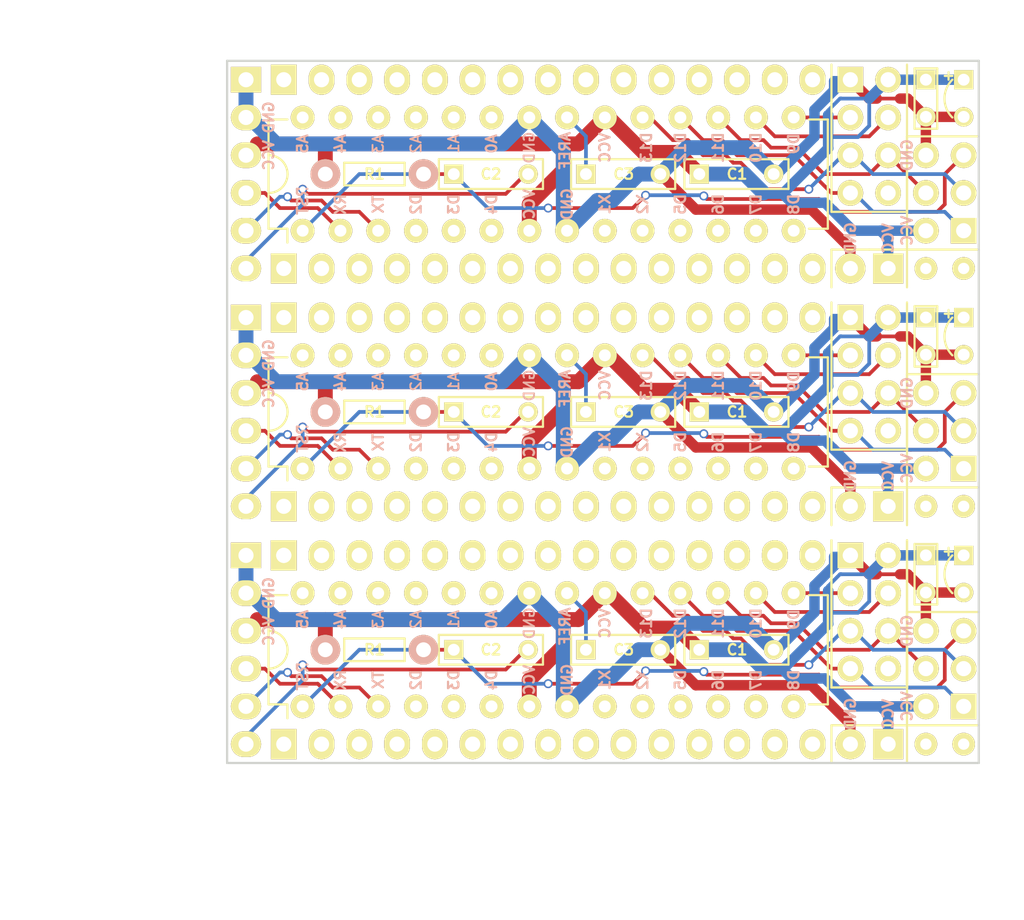
<source format=kicad_pcb>
(kicad_pcb (version 4) (host pcbnew 4.0.0-rc2-stable)

  (general
    (links 172)
    (no_connects 62)
    (area 180.137668 93.851 249.885 157.256001)
    (thickness 1.6)
    (drawings 108)
    (tracks 492)
    (zones 0)
    (modules 213)
    (nets 29)
  )

  (page A4)
  (layers
    (0 F.Cu signal)
    (31 B.Cu signal)
    (32 B.Adhes user)
    (33 F.Adhes user)
    (34 B.Paste user)
    (35 F.Paste user)
    (36 B.SilkS user)
    (37 F.SilkS user)
    (38 B.Mask user)
    (39 F.Mask user)
    (40 Dwgs.User user)
    (41 Cmts.User user)
    (42 Eco1.User user)
    (43 Eco2.User user)
    (44 Edge.Cuts user)
    (45 Margin user)
    (46 B.CrtYd user)
    (47 F.CrtYd user)
    (48 B.Fab user)
    (49 F.Fab user)
  )

  (setup
    (last_trace_width 0.25)
    (trace_clearance 0.2)
    (zone_clearance 0.508)
    (zone_45_only no)
    (trace_min 0.2)
    (segment_width 0.2)
    (edge_width 0.15)
    (via_size 0.6)
    (via_drill 0.4)
    (via_min_size 0.4)
    (via_min_drill 0.3)
    (uvia_size 0.3)
    (uvia_drill 0.1)
    (uvias_allowed no)
    (uvia_min_size 0.2)
    (uvia_min_drill 0.1)
    (pcb_text_width 0.15)
    (pcb_text_size 0.7 0.7)
    (mod_edge_width 0.15)
    (mod_text_size 0.7 0.7)
    (mod_text_width 0.15)
    (pad_size 0.5 0.5)
    (pad_drill 0.5)
    (pad_to_mask_clearance 0.2)
    (aux_axis_origin 0 0)
    (grid_origin 195.58 146.05)
    (visible_elements 7FFFF7FF)
    (pcbplotparams
      (layerselection 0x010f0_80000001)
      (usegerberextensions true)
      (excludeedgelayer true)
      (linewidth 0.100000)
      (plotframeref false)
      (viasonmask false)
      (mode 1)
      (useauxorigin false)
      (hpglpennumber 1)
      (hpglpenspeed 20)
      (hpglpendiameter 15)
      (hpglpenoverlay 2)
      (psnegative false)
      (psa4output false)
      (plotreference true)
      (plotvalue true)
      (plotinvisibletext false)
      (padsonsilk false)
      (subtractmaskfromsilk false)
      (outputformat 1)
      (mirror false)
      (drillshape 0)
      (scaleselection 1)
      (outputdirectory ""))
  )

  (net 0 "")
  (net 1 VCC)
  (net 2 GND)
  (net 3 /RESET)
  (net 4 /DTR)
  (net 5 "Net-(C3-Pad1)")
  (net 6 /RX)
  (net 7 /TX)
  (net 8 "Net-(IC1-Pad4)")
  (net 9 "Net-(IC1-Pad5)")
  (net 10 "Net-(IC1-Pad6)")
  (net 11 "Net-(IC1-Pad9)")
  (net 12 "Net-(IC1-Pad10)")
  (net 13 "Net-(IC1-Pad11)")
  (net 14 "Net-(IC1-Pad12)")
  (net 15 "Net-(IC1-Pad13)")
  (net 16 "Net-(IC1-Pad14)")
  (net 17 /D9/CE)
  (net 18 /D10/SS)
  (net 19 /D11/MOSI)
  (net 20 /D12/MISO)
  (net 21 /D13/SCK)
  (net 22 "Net-(IC1-Pad23)")
  (net 23 "Net-(IC1-Pad24)")
  (net 24 "Net-(IC1-Pad25)")
  (net 25 "Net-(IC1-Pad26)")
  (net 26 "Net-(IC1-Pad27)")
  (net 27 "Net-(IC1-Pad28)")
  (net 28 "Net-(P4-Pad8)")

  (net_class Default "This is the default net class."
    (clearance 0.2)
    (trace_width 0.25)
    (via_dia 0.6)
    (via_drill 0.4)
    (uvia_dia 0.3)
    (uvia_drill 0.1)
    (add_net /D10/SS)
    (add_net /D11/MOSI)
    (add_net /D12/MISO)
    (add_net /D13/SCK)
    (add_net /D9/CE)
    (add_net /DTR)
    (add_net /RESET)
    (add_net /RX)
    (add_net /TX)
    (add_net "Net-(C3-Pad1)")
    (add_net "Net-(IC1-Pad10)")
    (add_net "Net-(IC1-Pad11)")
    (add_net "Net-(IC1-Pad12)")
    (add_net "Net-(IC1-Pad13)")
    (add_net "Net-(IC1-Pad14)")
    (add_net "Net-(IC1-Pad23)")
    (add_net "Net-(IC1-Pad24)")
    (add_net "Net-(IC1-Pad25)")
    (add_net "Net-(IC1-Pad26)")
    (add_net "Net-(IC1-Pad27)")
    (add_net "Net-(IC1-Pad28)")
    (add_net "Net-(IC1-Pad4)")
    (add_net "Net-(IC1-Pad5)")
    (add_net "Net-(IC1-Pad6)")
    (add_net "Net-(IC1-Pad9)")
    (add_net "Net-(P4-Pad8)")
  )

  (net_class PWR_1 ""
    (clearance 0.2)
    (trace_width 1)
    (via_dia 0.6)
    (via_drill 0.4)
    (uvia_dia 0.3)
    (uvia_drill 0.1)
  )

  (net_class PWR_2 ""
    (clearance 0.2)
    (trace_width 0.7)
    (via_dia 0.6)
    (via_drill 0.4)
    (uvia_dia 0.3)
    (uvia_drill 0.1)
    (add_net GND)
    (add_net VCC)
  )

  (module panelizing_holes:MountingHole_2-5mm (layer F.Cu) (tedit 564F2191) (tstamp 564F32AE)
    (at 245.542 114.554)
    (descr "Mounting hole, Befestigungsbohrung, 2,5mm, No Annular, Kein Restring,")
    (tags "Mounting hole, Befestigungsbohrung, 2,5mm, No Annular, Kein Restring,")
    (fp_text reference "" (at 0 -3.50012) (layer F.SilkS)
      (effects (font (size 1 1) (thickness 0.15)))
    )
    (fp_text value "" (at 0.09906 3.59918) (layer F.Fab)
      (effects (font (size 1 1) (thickness 0.15)))
    )
    (pad "" np_thru_hole circle (at 0 0) (size 0.5 0.5) (drill 0.5) (layers *.Cu))
  )

  (module panelizing_holes:MountingHole_2-5mm (layer F.Cu) (tedit 564F2191) (tstamp 564F32AA)
    (at 244.942 114.554)
    (descr "Mounting hole, Befestigungsbohrung, 2,5mm, No Annular, Kein Restring,")
    (tags "Mounting hole, Befestigungsbohrung, 2,5mm, No Annular, Kein Restring,")
    (fp_text reference "" (at 0 -3.50012) (layer F.SilkS)
      (effects (font (size 1 1) (thickness 0.15)))
    )
    (fp_text value "" (at 0.09906 3.59918) (layer F.Fab)
      (effects (font (size 1 1) (thickness 0.15)))
    )
    (pad "" np_thru_hole circle (at 0 0) (size 0.5 0.5) (drill 0.5) (layers *.Cu))
  )

  (module panelizing_holes:MountingHole_2-5mm (layer F.Cu) (tedit 564F2191) (tstamp 564F32A6)
    (at 244.342 114.554)
    (descr "Mounting hole, Befestigungsbohrung, 2,5mm, No Annular, Kein Restring,")
    (tags "Mounting hole, Befestigungsbohrung, 2,5mm, No Annular, Kein Restring,")
    (fp_text reference "" (at 0 -3.50012) (layer F.SilkS)
      (effects (font (size 1 1) (thickness 0.15)))
    )
    (fp_text value "" (at 0.09906 3.59918) (layer F.Fab)
      (effects (font (size 1 1) (thickness 0.15)))
    )
    (pad "" np_thru_hole circle (at 0 0) (size 0.5 0.5) (drill 0.5) (layers *.Cu))
  )

  (module panelizing_holes:MountingHole_2-5mm (layer F.Cu) (tedit 564F2191) (tstamp 564F32A2)
    (at 243.742 114.554)
    (descr "Mounting hole, Befestigungsbohrung, 2,5mm, No Annular, Kein Restring,")
    (tags "Mounting hole, Befestigungsbohrung, 2,5mm, No Annular, Kein Restring,")
    (fp_text reference "" (at 0 -3.50012) (layer F.SilkS)
      (effects (font (size 1 1) (thickness 0.15)))
    )
    (fp_text value "" (at 0.09906 3.59918) (layer F.Fab)
      (effects (font (size 1 1) (thickness 0.15)))
    )
    (pad "" np_thru_hole circle (at 0 0) (size 0.5 0.5) (drill 0.5) (layers *.Cu))
  )

  (module panelizing_holes:MountingHole_2-5mm (layer F.Cu) (tedit 564F2191) (tstamp 564F329E)
    (at 243.142 114.554)
    (descr "Mounting hole, Befestigungsbohrung, 2,5mm, No Annular, Kein Restring,")
    (tags "Mounting hole, Befestigungsbohrung, 2,5mm, No Annular, Kein Restring,")
    (fp_text reference "" (at 0 -3.50012) (layer F.SilkS)
      (effects (font (size 1 1) (thickness 0.15)))
    )
    (fp_text value "" (at 0.09906 3.59918) (layer F.Fab)
      (effects (font (size 1 1) (thickness 0.15)))
    )
    (pad "" np_thru_hole circle (at 0 0) (size 0.5 0.5) (drill 0.5) (layers *.Cu))
  )

  (module panelizing_holes:MountingHole_2-5mm (layer F.Cu) (tedit 564F2191) (tstamp 564F329A)
    (at 242.542 114.554)
    (descr "Mounting hole, Befestigungsbohrung, 2,5mm, No Annular, Kein Restring,")
    (tags "Mounting hole, Befestigungsbohrung, 2,5mm, No Annular, Kein Restring,")
    (fp_text reference "" (at 0 -3.50012) (layer F.SilkS)
      (effects (font (size 1 1) (thickness 0.15)))
    )
    (fp_text value "" (at 0.09906 3.59918) (layer F.Fab)
      (effects (font (size 1 1) (thickness 0.15)))
    )
    (pad "" np_thru_hole circle (at 0 0) (size 0.5 0.5) (drill 0.5) (layers *.Cu))
  )

  (module panelizing_holes:MountingHole_2-5mm (layer F.Cu) (tedit 564F2191) (tstamp 564F3296)
    (at 241.942 114.554)
    (descr "Mounting hole, Befestigungsbohrung, 2,5mm, No Annular, Kein Restring,")
    (tags "Mounting hole, Befestigungsbohrung, 2,5mm, No Annular, Kein Restring,")
    (fp_text reference "" (at 0 -3.50012) (layer F.SilkS)
      (effects (font (size 1 1) (thickness 0.15)))
    )
    (fp_text value "" (at 0.09906 3.59918) (layer F.Fab)
      (effects (font (size 1 1) (thickness 0.15)))
    )
    (pad "" np_thru_hole circle (at 0 0) (size 0.5 0.5) (drill 0.5) (layers *.Cu))
  )

  (module panelizing_holes:MountingHole_2-5mm (layer F.Cu) (tedit 564F2191) (tstamp 564F3292)
    (at 241.342 114.554)
    (descr "Mounting hole, Befestigungsbohrung, 2,5mm, No Annular, Kein Restring,")
    (tags "Mounting hole, Befestigungsbohrung, 2,5mm, No Annular, Kein Restring,")
    (fp_text reference "" (at 0 -3.50012) (layer F.SilkS)
      (effects (font (size 1 1) (thickness 0.15)))
    )
    (fp_text value "" (at 0.09906 3.59918) (layer F.Fab)
      (effects (font (size 1 1) (thickness 0.15)))
    )
    (pad "" np_thru_hole circle (at 0 0) (size 0.5 0.5) (drill 0.5) (layers *.Cu))
  )

  (module panelizing_holes:MountingHole_2-5mm (layer F.Cu) (tedit 564F2191) (tstamp 564F328E)
    (at 240.742 114.554)
    (descr "Mounting hole, Befestigungsbohrung, 2,5mm, No Annular, Kein Restring,")
    (tags "Mounting hole, Befestigungsbohrung, 2,5mm, No Annular, Kein Restring,")
    (fp_text reference "" (at 0 -3.50012) (layer F.SilkS)
      (effects (font (size 1 1) (thickness 0.15)))
    )
    (fp_text value "" (at 0.09906 3.59918) (layer F.Fab)
      (effects (font (size 1 1) (thickness 0.15)))
    )
    (pad "" np_thru_hole circle (at 0 0) (size 0.5 0.5) (drill 0.5) (layers *.Cu))
  )

  (module panelizing_holes:MountingHole_2-5mm (layer F.Cu) (tedit 564F2191) (tstamp 564F328A)
    (at 240.142 114.554)
    (descr "Mounting hole, Befestigungsbohrung, 2,5mm, No Annular, Kein Restring,")
    (tags "Mounting hole, Befestigungsbohrung, 2,5mm, No Annular, Kein Restring,")
    (fp_text reference "" (at 0 -3.50012) (layer F.SilkS)
      (effects (font (size 1 1) (thickness 0.15)))
    )
    (fp_text value "" (at 0.09906 3.59918) (layer F.Fab)
      (effects (font (size 1 1) (thickness 0.15)))
    )
    (pad "" np_thru_hole circle (at 0 0) (size 0.5 0.5) (drill 0.5) (layers *.Cu))
  )

  (module panelizing_holes:MountingHole_2-5mm (layer F.Cu) (tedit 564F2191) (tstamp 564F3286)
    (at 239.542 114.554)
    (descr "Mounting hole, Befestigungsbohrung, 2,5mm, No Annular, Kein Restring,")
    (tags "Mounting hole, Befestigungsbohrung, 2,5mm, No Annular, Kein Restring,")
    (fp_text reference "" (at 0 -3.50012) (layer F.SilkS)
      (effects (font (size 1 1) (thickness 0.15)))
    )
    (fp_text value "" (at 0.09906 3.59918) (layer F.Fab)
      (effects (font (size 1 1) (thickness 0.15)))
    )
    (pad "" np_thru_hole circle (at 0 0) (size 0.5 0.5) (drill 0.5) (layers *.Cu))
  )

  (module panelizing_holes:MountingHole_2-5mm (layer F.Cu) (tedit 564F2191) (tstamp 564F3282)
    (at 238.942 114.554)
    (descr "Mounting hole, Befestigungsbohrung, 2,5mm, No Annular, Kein Restring,")
    (tags "Mounting hole, Befestigungsbohrung, 2,5mm, No Annular, Kein Restring,")
    (fp_text reference "" (at 0 -3.50012) (layer F.SilkS)
      (effects (font (size 1 1) (thickness 0.15)))
    )
    (fp_text value "" (at 0.09906 3.59918) (layer F.Fab)
      (effects (font (size 1 1) (thickness 0.15)))
    )
    (pad "" np_thru_hole circle (at 0 0) (size 0.5 0.5) (drill 0.5) (layers *.Cu))
  )

  (module panelizing_holes:MountingHole_2-5mm (layer F.Cu) (tedit 564F2191) (tstamp 564F327E)
    (at 238.342 114.554)
    (descr "Mounting hole, Befestigungsbohrung, 2,5mm, No Annular, Kein Restring,")
    (tags "Mounting hole, Befestigungsbohrung, 2,5mm, No Annular, Kein Restring,")
    (fp_text reference "" (at 0 -3.50012) (layer F.SilkS)
      (effects (font (size 1 1) (thickness 0.15)))
    )
    (fp_text value "" (at 0.09906 3.59918) (layer F.Fab)
      (effects (font (size 1 1) (thickness 0.15)))
    )
    (pad "" np_thru_hole circle (at 0 0) (size 0.5 0.5) (drill 0.5) (layers *.Cu))
  )

  (module panelizing_holes:MountingHole_2-5mm (layer F.Cu) (tedit 564F2191) (tstamp 564F327A)
    (at 237.742 114.554)
    (descr "Mounting hole, Befestigungsbohrung, 2,5mm, No Annular, Kein Restring,")
    (tags "Mounting hole, Befestigungsbohrung, 2,5mm, No Annular, Kein Restring,")
    (fp_text reference "" (at 0 -3.50012) (layer F.SilkS)
      (effects (font (size 1 1) (thickness 0.15)))
    )
    (fp_text value "" (at 0.09906 3.59918) (layer F.Fab)
      (effects (font (size 1 1) (thickness 0.15)))
    )
    (pad "" np_thru_hole circle (at 0 0) (size 0.5 0.5) (drill 0.5) (layers *.Cu))
  )

  (module panelizing_holes:MountingHole_2-5mm (layer F.Cu) (tedit 564F2191) (tstamp 564F3276)
    (at 237.142 114.554)
    (descr "Mounting hole, Befestigungsbohrung, 2,5mm, No Annular, Kein Restring,")
    (tags "Mounting hole, Befestigungsbohrung, 2,5mm, No Annular, Kein Restring,")
    (fp_text reference "" (at 0 -3.50012) (layer F.SilkS)
      (effects (font (size 1 1) (thickness 0.15)))
    )
    (fp_text value "" (at 0.09906 3.59918) (layer F.Fab)
      (effects (font (size 1 1) (thickness 0.15)))
    )
    (pad "" np_thru_hole circle (at 0 0) (size 0.5 0.5) (drill 0.5) (layers *.Cu))
  )

  (module panelizing_holes:MountingHole_2-5mm (layer F.Cu) (tedit 564F2191) (tstamp 564F3272)
    (at 236.542 114.554)
    (descr "Mounting hole, Befestigungsbohrung, 2,5mm, No Annular, Kein Restring,")
    (tags "Mounting hole, Befestigungsbohrung, 2,5mm, No Annular, Kein Restring,")
    (fp_text reference "" (at 0 -3.50012) (layer F.SilkS)
      (effects (font (size 1 1) (thickness 0.15)))
    )
    (fp_text value "" (at 0.09906 3.59918) (layer F.Fab)
      (effects (font (size 1 1) (thickness 0.15)))
    )
    (pad "" np_thru_hole circle (at 0 0) (size 0.5 0.5) (drill 0.5) (layers *.Cu))
  )

  (module panelizing_holes:MountingHole_2-5mm (layer F.Cu) (tedit 564F2191) (tstamp 564F326E)
    (at 235.942 114.554)
    (descr "Mounting hole, Befestigungsbohrung, 2,5mm, No Annular, Kein Restring,")
    (tags "Mounting hole, Befestigungsbohrung, 2,5mm, No Annular, Kein Restring,")
    (fp_text reference "" (at 0 -3.50012) (layer F.SilkS)
      (effects (font (size 1 1) (thickness 0.15)))
    )
    (fp_text value "" (at 0.09906 3.59918) (layer F.Fab)
      (effects (font (size 1 1) (thickness 0.15)))
    )
    (pad "" np_thru_hole circle (at 0 0) (size 0.5 0.5) (drill 0.5) (layers *.Cu))
  )

  (module panelizing_holes:MountingHole_2-5mm (layer F.Cu) (tedit 564F2191) (tstamp 564F326A)
    (at 235.342 114.554)
    (descr "Mounting hole, Befestigungsbohrung, 2,5mm, No Annular, Kein Restring,")
    (tags "Mounting hole, Befestigungsbohrung, 2,5mm, No Annular, Kein Restring,")
    (fp_text reference "" (at 0 -3.50012) (layer F.SilkS)
      (effects (font (size 1 1) (thickness 0.15)))
    )
    (fp_text value "" (at 0.09906 3.59918) (layer F.Fab)
      (effects (font (size 1 1) (thickness 0.15)))
    )
    (pad "" np_thru_hole circle (at 0 0) (size 0.5 0.5) (drill 0.5) (layers *.Cu))
  )

  (module panelizing_holes:MountingHole_2-5mm (layer F.Cu) (tedit 564F2191) (tstamp 564F3266)
    (at 234.742 114.554)
    (descr "Mounting hole, Befestigungsbohrung, 2,5mm, No Annular, Kein Restring,")
    (tags "Mounting hole, Befestigungsbohrung, 2,5mm, No Annular, Kein Restring,")
    (fp_text reference "" (at 0 -3.50012) (layer F.SilkS)
      (effects (font (size 1 1) (thickness 0.15)))
    )
    (fp_text value "" (at 0.09906 3.59918) (layer F.Fab)
      (effects (font (size 1 1) (thickness 0.15)))
    )
    (pad "" np_thru_hole circle (at 0 0) (size 0.5 0.5) (drill 0.5) (layers *.Cu))
  )

  (module panelizing_holes:MountingHole_2-5mm (layer F.Cu) (tedit 564F2191) (tstamp 564F3262)
    (at 234.142 114.554)
    (descr "Mounting hole, Befestigungsbohrung, 2,5mm, No Annular, Kein Restring,")
    (tags "Mounting hole, Befestigungsbohrung, 2,5mm, No Annular, Kein Restring,")
    (fp_text reference "" (at 0 -3.50012) (layer F.SilkS)
      (effects (font (size 1 1) (thickness 0.15)))
    )
    (fp_text value "" (at 0.09906 3.59918) (layer F.Fab)
      (effects (font (size 1 1) (thickness 0.15)))
    )
    (pad "" np_thru_hole circle (at 0 0) (size 0.5 0.5) (drill 0.5) (layers *.Cu))
  )

  (module panelizing_holes:MountingHole_2-5mm (layer F.Cu) (tedit 564F2191) (tstamp 564F325E)
    (at 233.542 114.554)
    (descr "Mounting hole, Befestigungsbohrung, 2,5mm, No Annular, Kein Restring,")
    (tags "Mounting hole, Befestigungsbohrung, 2,5mm, No Annular, Kein Restring,")
    (fp_text reference "" (at 0 -3.50012) (layer F.SilkS)
      (effects (font (size 1 1) (thickness 0.15)))
    )
    (fp_text value "" (at 0.09906 3.59918) (layer F.Fab)
      (effects (font (size 1 1) (thickness 0.15)))
    )
    (pad "" np_thru_hole circle (at 0 0) (size 0.5 0.5) (drill 0.5) (layers *.Cu))
  )

  (module panelizing_holes:MountingHole_2-5mm (layer F.Cu) (tedit 564F2191) (tstamp 564F325A)
    (at 232.942 114.554)
    (descr "Mounting hole, Befestigungsbohrung, 2,5mm, No Annular, Kein Restring,")
    (tags "Mounting hole, Befestigungsbohrung, 2,5mm, No Annular, Kein Restring,")
    (fp_text reference "" (at 0 -3.50012) (layer F.SilkS)
      (effects (font (size 1 1) (thickness 0.15)))
    )
    (fp_text value "" (at 0.09906 3.59918) (layer F.Fab)
      (effects (font (size 1 1) (thickness 0.15)))
    )
    (pad "" np_thru_hole circle (at 0 0) (size 0.5 0.5) (drill 0.5) (layers *.Cu))
  )

  (module panelizing_holes:MountingHole_2-5mm (layer F.Cu) (tedit 564F2191) (tstamp 564F3256)
    (at 232.342 114.554)
    (descr "Mounting hole, Befestigungsbohrung, 2,5mm, No Annular, Kein Restring,")
    (tags "Mounting hole, Befestigungsbohrung, 2,5mm, No Annular, Kein Restring,")
    (fp_text reference "" (at 0 -3.50012) (layer F.SilkS)
      (effects (font (size 1 1) (thickness 0.15)))
    )
    (fp_text value "" (at 0.09906 3.59918) (layer F.Fab)
      (effects (font (size 1 1) (thickness 0.15)))
    )
    (pad "" np_thru_hole circle (at 0 0) (size 0.5 0.5) (drill 0.5) (layers *.Cu))
  )

  (module panelizing_holes:MountingHole_2-5mm (layer F.Cu) (tedit 564F2191) (tstamp 564F3252)
    (at 231.742 114.554)
    (descr "Mounting hole, Befestigungsbohrung, 2,5mm, No Annular, Kein Restring,")
    (tags "Mounting hole, Befestigungsbohrung, 2,5mm, No Annular, Kein Restring,")
    (fp_text reference "" (at 0 -3.50012) (layer F.SilkS)
      (effects (font (size 1 1) (thickness 0.15)))
    )
    (fp_text value "" (at 0.09906 3.59918) (layer F.Fab)
      (effects (font (size 1 1) (thickness 0.15)))
    )
    (pad "" np_thru_hole circle (at 0 0) (size 0.5 0.5) (drill 0.5) (layers *.Cu))
  )

  (module panelizing_holes:MountingHole_2-5mm (layer F.Cu) (tedit 564F2191) (tstamp 564F324E)
    (at 231.142 114.554)
    (descr "Mounting hole, Befestigungsbohrung, 2,5mm, No Annular, Kein Restring,")
    (tags "Mounting hole, Befestigungsbohrung, 2,5mm, No Annular, Kein Restring,")
    (fp_text reference "" (at 0 -3.50012) (layer F.SilkS)
      (effects (font (size 1 1) (thickness 0.15)))
    )
    (fp_text value "" (at 0.09906 3.59918) (layer F.Fab)
      (effects (font (size 1 1) (thickness 0.15)))
    )
    (pad "" np_thru_hole circle (at 0 0) (size 0.5 0.5) (drill 0.5) (layers *.Cu))
  )

  (module panelizing_holes:MountingHole_2-5mm (layer F.Cu) (tedit 564F2191) (tstamp 564F324A)
    (at 230.542 114.554)
    (descr "Mounting hole, Befestigungsbohrung, 2,5mm, No Annular, Kein Restring,")
    (tags "Mounting hole, Befestigungsbohrung, 2,5mm, No Annular, Kein Restring,")
    (fp_text reference "" (at 0 -3.50012) (layer F.SilkS)
      (effects (font (size 1 1) (thickness 0.15)))
    )
    (fp_text value "" (at 0.09906 3.59918) (layer F.Fab)
      (effects (font (size 1 1) (thickness 0.15)))
    )
    (pad "" np_thru_hole circle (at 0 0) (size 0.5 0.5) (drill 0.5) (layers *.Cu))
  )

  (module panelizing_holes:MountingHole_2-5mm (layer F.Cu) (tedit 564F2191) (tstamp 564F3246)
    (at 229.942 114.554)
    (descr "Mounting hole, Befestigungsbohrung, 2,5mm, No Annular, Kein Restring,")
    (tags "Mounting hole, Befestigungsbohrung, 2,5mm, No Annular, Kein Restring,")
    (fp_text reference "" (at 0 -3.50012) (layer F.SilkS)
      (effects (font (size 1 1) (thickness 0.15)))
    )
    (fp_text value "" (at 0.09906 3.59918) (layer F.Fab)
      (effects (font (size 1 1) (thickness 0.15)))
    )
    (pad "" np_thru_hole circle (at 0 0) (size 0.5 0.5) (drill 0.5) (layers *.Cu))
  )

  (module panelizing_holes:MountingHole_2-5mm (layer F.Cu) (tedit 564F2191) (tstamp 564F3242)
    (at 229.342 114.554)
    (descr "Mounting hole, Befestigungsbohrung, 2,5mm, No Annular, Kein Restring,")
    (tags "Mounting hole, Befestigungsbohrung, 2,5mm, No Annular, Kein Restring,")
    (fp_text reference "" (at 0 -3.50012) (layer F.SilkS)
      (effects (font (size 1 1) (thickness 0.15)))
    )
    (fp_text value "" (at 0.09906 3.59918) (layer F.Fab)
      (effects (font (size 1 1) (thickness 0.15)))
    )
    (pad "" np_thru_hole circle (at 0 0) (size 0.5 0.5) (drill 0.5) (layers *.Cu))
  )

  (module panelizing_holes:MountingHole_2-5mm (layer F.Cu) (tedit 564F2191) (tstamp 564F323E)
    (at 228.742 114.554)
    (descr "Mounting hole, Befestigungsbohrung, 2,5mm, No Annular, Kein Restring,")
    (tags "Mounting hole, Befestigungsbohrung, 2,5mm, No Annular, Kein Restring,")
    (fp_text reference "" (at 0 -3.50012) (layer F.SilkS)
      (effects (font (size 1 1) (thickness 0.15)))
    )
    (fp_text value "" (at 0.09906 3.59918) (layer F.Fab)
      (effects (font (size 1 1) (thickness 0.15)))
    )
    (pad "" np_thru_hole circle (at 0 0) (size 0.5 0.5) (drill 0.5) (layers *.Cu))
  )

  (module panelizing_holes:MountingHole_2-5mm (layer F.Cu) (tedit 564F2191) (tstamp 564F323A)
    (at 228.142 114.554)
    (descr "Mounting hole, Befestigungsbohrung, 2,5mm, No Annular, Kein Restring,")
    (tags "Mounting hole, Befestigungsbohrung, 2,5mm, No Annular, Kein Restring,")
    (fp_text reference "" (at 0 -3.50012) (layer F.SilkS)
      (effects (font (size 1 1) (thickness 0.15)))
    )
    (fp_text value "" (at 0.09906 3.59918) (layer F.Fab)
      (effects (font (size 1 1) (thickness 0.15)))
    )
    (pad "" np_thru_hole circle (at 0 0) (size 0.5 0.5) (drill 0.5) (layers *.Cu))
  )

  (module panelizing_holes:MountingHole_2-5mm (layer F.Cu) (tedit 564F2191) (tstamp 564F3236)
    (at 227.542 114.554)
    (descr "Mounting hole, Befestigungsbohrung, 2,5mm, No Annular, Kein Restring,")
    (tags "Mounting hole, Befestigungsbohrung, 2,5mm, No Annular, Kein Restring,")
    (fp_text reference "" (at 0 -3.50012) (layer F.SilkS)
      (effects (font (size 1 1) (thickness 0.15)))
    )
    (fp_text value "" (at 0.09906 3.59918) (layer F.Fab)
      (effects (font (size 1 1) (thickness 0.15)))
    )
    (pad "" np_thru_hole circle (at 0 0) (size 0.5 0.5) (drill 0.5) (layers *.Cu))
  )

  (module panelizing_holes:MountingHole_2-5mm (layer F.Cu) (tedit 564F2191) (tstamp 564F3232)
    (at 226.942 114.554)
    (descr "Mounting hole, Befestigungsbohrung, 2,5mm, No Annular, Kein Restring,")
    (tags "Mounting hole, Befestigungsbohrung, 2,5mm, No Annular, Kein Restring,")
    (fp_text reference "" (at 0 -3.50012) (layer F.SilkS)
      (effects (font (size 1 1) (thickness 0.15)))
    )
    (fp_text value "" (at 0.09906 3.59918) (layer F.Fab)
      (effects (font (size 1 1) (thickness 0.15)))
    )
    (pad "" np_thru_hole circle (at 0 0) (size 0.5 0.5) (drill 0.5) (layers *.Cu))
  )

  (module panelizing_holes:MountingHole_2-5mm (layer F.Cu) (tedit 564F2191) (tstamp 564F322E)
    (at 226.342 114.554)
    (descr "Mounting hole, Befestigungsbohrung, 2,5mm, No Annular, Kein Restring,")
    (tags "Mounting hole, Befestigungsbohrung, 2,5mm, No Annular, Kein Restring,")
    (fp_text reference "" (at 0 -3.50012) (layer F.SilkS)
      (effects (font (size 1 1) (thickness 0.15)))
    )
    (fp_text value "" (at 0.09906 3.59918) (layer F.Fab)
      (effects (font (size 1 1) (thickness 0.15)))
    )
    (pad "" np_thru_hole circle (at 0 0) (size 0.5 0.5) (drill 0.5) (layers *.Cu))
  )

  (module panelizing_holes:MountingHole_2-5mm (layer F.Cu) (tedit 564F2191) (tstamp 564F322A)
    (at 225.742 114.554)
    (descr "Mounting hole, Befestigungsbohrung, 2,5mm, No Annular, Kein Restring,")
    (tags "Mounting hole, Befestigungsbohrung, 2,5mm, No Annular, Kein Restring,")
    (fp_text reference "" (at 0 -3.50012) (layer F.SilkS)
      (effects (font (size 1 1) (thickness 0.15)))
    )
    (fp_text value "" (at 0.09906 3.59918) (layer F.Fab)
      (effects (font (size 1 1) (thickness 0.15)))
    )
    (pad "" np_thru_hole circle (at 0 0) (size 0.5 0.5) (drill 0.5) (layers *.Cu))
  )

  (module panelizing_holes:MountingHole_2-5mm (layer F.Cu) (tedit 564F2191) (tstamp 564F3226)
    (at 225.142 114.554)
    (descr "Mounting hole, Befestigungsbohrung, 2,5mm, No Annular, Kein Restring,")
    (tags "Mounting hole, Befestigungsbohrung, 2,5mm, No Annular, Kein Restring,")
    (fp_text reference "" (at 0 -3.50012) (layer F.SilkS)
      (effects (font (size 1 1) (thickness 0.15)))
    )
    (fp_text value "" (at 0.09906 3.59918) (layer F.Fab)
      (effects (font (size 1 1) (thickness 0.15)))
    )
    (pad "" np_thru_hole circle (at 0 0) (size 0.5 0.5) (drill 0.5) (layers *.Cu))
  )

  (module panelizing_holes:MountingHole_2-5mm (layer F.Cu) (tedit 564F2191) (tstamp 564F3222)
    (at 224.542 114.554)
    (descr "Mounting hole, Befestigungsbohrung, 2,5mm, No Annular, Kein Restring,")
    (tags "Mounting hole, Befestigungsbohrung, 2,5mm, No Annular, Kein Restring,")
    (fp_text reference "" (at 0 -3.50012) (layer F.SilkS)
      (effects (font (size 1 1) (thickness 0.15)))
    )
    (fp_text value "" (at 0.09906 3.59918) (layer F.Fab)
      (effects (font (size 1 1) (thickness 0.15)))
    )
    (pad "" np_thru_hole circle (at 0 0) (size 0.5 0.5) (drill 0.5) (layers *.Cu))
  )

  (module panelizing_holes:MountingHole_2-5mm (layer F.Cu) (tedit 564F2191) (tstamp 564F321E)
    (at 223.942 114.554)
    (descr "Mounting hole, Befestigungsbohrung, 2,5mm, No Annular, Kein Restring,")
    (tags "Mounting hole, Befestigungsbohrung, 2,5mm, No Annular, Kein Restring,")
    (fp_text reference "" (at 0 -3.50012) (layer F.SilkS)
      (effects (font (size 1 1) (thickness 0.15)))
    )
    (fp_text value "" (at 0.09906 3.59918) (layer F.Fab)
      (effects (font (size 1 1) (thickness 0.15)))
    )
    (pad "" np_thru_hole circle (at 0 0) (size 0.5 0.5) (drill 0.5) (layers *.Cu))
  )

  (module panelizing_holes:MountingHole_2-5mm (layer F.Cu) (tedit 564F2191) (tstamp 564F321A)
    (at 223.342 114.554)
    (descr "Mounting hole, Befestigungsbohrung, 2,5mm, No Annular, Kein Restring,")
    (tags "Mounting hole, Befestigungsbohrung, 2,5mm, No Annular, Kein Restring,")
    (fp_text reference "" (at 0 -3.50012) (layer F.SilkS)
      (effects (font (size 1 1) (thickness 0.15)))
    )
    (fp_text value "" (at 0.09906 3.59918) (layer F.Fab)
      (effects (font (size 1 1) (thickness 0.15)))
    )
    (pad "" np_thru_hole circle (at 0 0) (size 0.5 0.5) (drill 0.5) (layers *.Cu))
  )

  (module panelizing_holes:MountingHole_2-5mm (layer F.Cu) (tedit 564F2191) (tstamp 564F3216)
    (at 222.742 114.554)
    (descr "Mounting hole, Befestigungsbohrung, 2,5mm, No Annular, Kein Restring,")
    (tags "Mounting hole, Befestigungsbohrung, 2,5mm, No Annular, Kein Restring,")
    (fp_text reference "" (at 0 -3.50012) (layer F.SilkS)
      (effects (font (size 1 1) (thickness 0.15)))
    )
    (fp_text value "" (at 0.09906 3.59918) (layer F.Fab)
      (effects (font (size 1 1) (thickness 0.15)))
    )
    (pad "" np_thru_hole circle (at 0 0) (size 0.5 0.5) (drill 0.5) (layers *.Cu))
  )

  (module panelizing_holes:MountingHole_2-5mm (layer F.Cu) (tedit 564F2191) (tstamp 564F3212)
    (at 222.142 114.554)
    (descr "Mounting hole, Befestigungsbohrung, 2,5mm, No Annular, Kein Restring,")
    (tags "Mounting hole, Befestigungsbohrung, 2,5mm, No Annular, Kein Restring,")
    (fp_text reference "" (at 0 -3.50012) (layer F.SilkS)
      (effects (font (size 1 1) (thickness 0.15)))
    )
    (fp_text value "" (at 0.09906 3.59918) (layer F.Fab)
      (effects (font (size 1 1) (thickness 0.15)))
    )
    (pad "" np_thru_hole circle (at 0 0) (size 0.5 0.5) (drill 0.5) (layers *.Cu))
  )

  (module panelizing_holes:MountingHole_2-5mm (layer F.Cu) (tedit 564F2191) (tstamp 564F320E)
    (at 221.542 114.554)
    (descr "Mounting hole, Befestigungsbohrung, 2,5mm, No Annular, Kein Restring,")
    (tags "Mounting hole, Befestigungsbohrung, 2,5mm, No Annular, Kein Restring,")
    (fp_text reference "" (at 0 -3.50012) (layer F.SilkS)
      (effects (font (size 1 1) (thickness 0.15)))
    )
    (fp_text value "" (at 0.09906 3.59918) (layer F.Fab)
      (effects (font (size 1 1) (thickness 0.15)))
    )
    (pad "" np_thru_hole circle (at 0 0) (size 0.5 0.5) (drill 0.5) (layers *.Cu))
  )

  (module panelizing_holes:MountingHole_2-5mm (layer F.Cu) (tedit 564F2191) (tstamp 564F320A)
    (at 220.942 114.554)
    (descr "Mounting hole, Befestigungsbohrung, 2,5mm, No Annular, Kein Restring,")
    (tags "Mounting hole, Befestigungsbohrung, 2,5mm, No Annular, Kein Restring,")
    (fp_text reference "" (at 0 -3.50012) (layer F.SilkS)
      (effects (font (size 1 1) (thickness 0.15)))
    )
    (fp_text value "" (at 0.09906 3.59918) (layer F.Fab)
      (effects (font (size 1 1) (thickness 0.15)))
    )
    (pad "" np_thru_hole circle (at 0 0) (size 0.5 0.5) (drill 0.5) (layers *.Cu))
  )

  (module panelizing_holes:MountingHole_2-5mm (layer F.Cu) (tedit 564F2191) (tstamp 564F3206)
    (at 220.342 114.554)
    (descr "Mounting hole, Befestigungsbohrung, 2,5mm, No Annular, Kein Restring,")
    (tags "Mounting hole, Befestigungsbohrung, 2,5mm, No Annular, Kein Restring,")
    (fp_text reference "" (at 0 -3.50012) (layer F.SilkS)
      (effects (font (size 1 1) (thickness 0.15)))
    )
    (fp_text value "" (at 0.09906 3.59918) (layer F.Fab)
      (effects (font (size 1 1) (thickness 0.15)))
    )
    (pad "" np_thru_hole circle (at 0 0) (size 0.5 0.5) (drill 0.5) (layers *.Cu))
  )

  (module panelizing_holes:MountingHole_2-5mm (layer F.Cu) (tedit 564F2191) (tstamp 564F3202)
    (at 219.742 114.554)
    (descr "Mounting hole, Befestigungsbohrung, 2,5mm, No Annular, Kein Restring,")
    (tags "Mounting hole, Befestigungsbohrung, 2,5mm, No Annular, Kein Restring,")
    (fp_text reference "" (at 0 -3.50012) (layer F.SilkS)
      (effects (font (size 1 1) (thickness 0.15)))
    )
    (fp_text value "" (at 0.09906 3.59918) (layer F.Fab)
      (effects (font (size 1 1) (thickness 0.15)))
    )
    (pad "" np_thru_hole circle (at 0 0) (size 0.5 0.5) (drill 0.5) (layers *.Cu))
  )

  (module panelizing_holes:MountingHole_2-5mm (layer F.Cu) (tedit 564F2191) (tstamp 564F31FE)
    (at 219.142 114.554)
    (descr "Mounting hole, Befestigungsbohrung, 2,5mm, No Annular, Kein Restring,")
    (tags "Mounting hole, Befestigungsbohrung, 2,5mm, No Annular, Kein Restring,")
    (fp_text reference "" (at 0 -3.50012) (layer F.SilkS)
      (effects (font (size 1 1) (thickness 0.15)))
    )
    (fp_text value "" (at 0.09906 3.59918) (layer F.Fab)
      (effects (font (size 1 1) (thickness 0.15)))
    )
    (pad "" np_thru_hole circle (at 0 0) (size 0.5 0.5) (drill 0.5) (layers *.Cu))
  )

  (module panelizing_holes:MountingHole_2-5mm (layer F.Cu) (tedit 564F2191) (tstamp 564F31FA)
    (at 218.542 114.554)
    (descr "Mounting hole, Befestigungsbohrung, 2,5mm, No Annular, Kein Restring,")
    (tags "Mounting hole, Befestigungsbohrung, 2,5mm, No Annular, Kein Restring,")
    (fp_text reference "" (at 0 -3.50012) (layer F.SilkS)
      (effects (font (size 1 1) (thickness 0.15)))
    )
    (fp_text value "" (at 0.09906 3.59918) (layer F.Fab)
      (effects (font (size 1 1) (thickness 0.15)))
    )
    (pad "" np_thru_hole circle (at 0 0) (size 0.5 0.5) (drill 0.5) (layers *.Cu))
  )

  (module panelizing_holes:MountingHole_2-5mm (layer F.Cu) (tedit 564F2191) (tstamp 564F31F6)
    (at 217.942 114.554)
    (descr "Mounting hole, Befestigungsbohrung, 2,5mm, No Annular, Kein Restring,")
    (tags "Mounting hole, Befestigungsbohrung, 2,5mm, No Annular, Kein Restring,")
    (fp_text reference "" (at 0 -3.50012) (layer F.SilkS)
      (effects (font (size 1 1) (thickness 0.15)))
    )
    (fp_text value "" (at 0.09906 3.59918) (layer F.Fab)
      (effects (font (size 1 1) (thickness 0.15)))
    )
    (pad "" np_thru_hole circle (at 0 0) (size 0.5 0.5) (drill 0.5) (layers *.Cu))
  )

  (module panelizing_holes:MountingHole_2-5mm (layer F.Cu) (tedit 564F2191) (tstamp 564F31F2)
    (at 217.342 114.554)
    (descr "Mounting hole, Befestigungsbohrung, 2,5mm, No Annular, Kein Restring,")
    (tags "Mounting hole, Befestigungsbohrung, 2,5mm, No Annular, Kein Restring,")
    (fp_text reference "" (at 0 -3.50012) (layer F.SilkS)
      (effects (font (size 1 1) (thickness 0.15)))
    )
    (fp_text value "" (at 0.09906 3.59918) (layer F.Fab)
      (effects (font (size 1 1) (thickness 0.15)))
    )
    (pad "" np_thru_hole circle (at 0 0) (size 0.5 0.5) (drill 0.5) (layers *.Cu))
  )

  (module panelizing_holes:MountingHole_2-5mm (layer F.Cu) (tedit 564F2191) (tstamp 564F31EE)
    (at 216.742 114.554)
    (descr "Mounting hole, Befestigungsbohrung, 2,5mm, No Annular, Kein Restring,")
    (tags "Mounting hole, Befestigungsbohrung, 2,5mm, No Annular, Kein Restring,")
    (fp_text reference "" (at 0 -3.50012) (layer F.SilkS)
      (effects (font (size 1 1) (thickness 0.15)))
    )
    (fp_text value "" (at 0.09906 3.59918) (layer F.Fab)
      (effects (font (size 1 1) (thickness 0.15)))
    )
    (pad "" np_thru_hole circle (at 0 0) (size 0.5 0.5) (drill 0.5) (layers *.Cu))
  )

  (module panelizing_holes:MountingHole_2-5mm (layer F.Cu) (tedit 564F2191) (tstamp 564F31EA)
    (at 216.142 114.554)
    (descr "Mounting hole, Befestigungsbohrung, 2,5mm, No Annular, Kein Restring,")
    (tags "Mounting hole, Befestigungsbohrung, 2,5mm, No Annular, Kein Restring,")
    (fp_text reference "" (at 0 -3.50012) (layer F.SilkS)
      (effects (font (size 1 1) (thickness 0.15)))
    )
    (fp_text value "" (at 0.09906 3.59918) (layer F.Fab)
      (effects (font (size 1 1) (thickness 0.15)))
    )
    (pad "" np_thru_hole circle (at 0 0) (size 0.5 0.5) (drill 0.5) (layers *.Cu))
  )

  (module panelizing_holes:MountingHole_2-5mm (layer F.Cu) (tedit 564F2191) (tstamp 564F31E6)
    (at 215.542 114.554)
    (descr "Mounting hole, Befestigungsbohrung, 2,5mm, No Annular, Kein Restring,")
    (tags "Mounting hole, Befestigungsbohrung, 2,5mm, No Annular, Kein Restring,")
    (fp_text reference "" (at 0 -3.50012) (layer F.SilkS)
      (effects (font (size 1 1) (thickness 0.15)))
    )
    (fp_text value "" (at 0.09906 3.59918) (layer F.Fab)
      (effects (font (size 1 1) (thickness 0.15)))
    )
    (pad "" np_thru_hole circle (at 0 0) (size 0.5 0.5) (drill 0.5) (layers *.Cu))
  )

  (module panelizing_holes:MountingHole_2-5mm (layer F.Cu) (tedit 564F2191) (tstamp 564F31E2)
    (at 214.942 114.554)
    (descr "Mounting hole, Befestigungsbohrung, 2,5mm, No Annular, Kein Restring,")
    (tags "Mounting hole, Befestigungsbohrung, 2,5mm, No Annular, Kein Restring,")
    (fp_text reference "" (at 0 -3.50012) (layer F.SilkS)
      (effects (font (size 1 1) (thickness 0.15)))
    )
    (fp_text value "" (at 0.09906 3.59918) (layer F.Fab)
      (effects (font (size 1 1) (thickness 0.15)))
    )
    (pad "" np_thru_hole circle (at 0 0) (size 0.5 0.5) (drill 0.5) (layers *.Cu))
  )

  (module panelizing_holes:MountingHole_2-5mm (layer F.Cu) (tedit 564F2191) (tstamp 564F31DE)
    (at 214.342 114.554)
    (descr "Mounting hole, Befestigungsbohrung, 2,5mm, No Annular, Kein Restring,")
    (tags "Mounting hole, Befestigungsbohrung, 2,5mm, No Annular, Kein Restring,")
    (fp_text reference "" (at 0 -3.50012) (layer F.SilkS)
      (effects (font (size 1 1) (thickness 0.15)))
    )
    (fp_text value "" (at 0.09906 3.59918) (layer F.Fab)
      (effects (font (size 1 1) (thickness 0.15)))
    )
    (pad "" np_thru_hole circle (at 0 0) (size 0.5 0.5) (drill 0.5) (layers *.Cu))
  )

  (module panelizing_holes:MountingHole_2-5mm (layer F.Cu) (tedit 564F2191) (tstamp 564F31DA)
    (at 213.742 114.554)
    (descr "Mounting hole, Befestigungsbohrung, 2,5mm, No Annular, Kein Restring,")
    (tags "Mounting hole, Befestigungsbohrung, 2,5mm, No Annular, Kein Restring,")
    (fp_text reference "" (at 0 -3.50012) (layer F.SilkS)
      (effects (font (size 1 1) (thickness 0.15)))
    )
    (fp_text value "" (at 0.09906 3.59918) (layer F.Fab)
      (effects (font (size 1 1) (thickness 0.15)))
    )
    (pad "" np_thru_hole circle (at 0 0) (size 0.5 0.5) (drill 0.5) (layers *.Cu))
  )

  (module panelizing_holes:MountingHole_2-5mm (layer F.Cu) (tedit 564F2191) (tstamp 564F31D6)
    (at 213.142 114.554)
    (descr "Mounting hole, Befestigungsbohrung, 2,5mm, No Annular, Kein Restring,")
    (tags "Mounting hole, Befestigungsbohrung, 2,5mm, No Annular, Kein Restring,")
    (fp_text reference "" (at 0 -3.50012) (layer F.SilkS)
      (effects (font (size 1 1) (thickness 0.15)))
    )
    (fp_text value "" (at 0.09906 3.59918) (layer F.Fab)
      (effects (font (size 1 1) (thickness 0.15)))
    )
    (pad "" np_thru_hole circle (at 0 0) (size 0.5 0.5) (drill 0.5) (layers *.Cu))
  )

  (module panelizing_holes:MountingHole_2-5mm (layer F.Cu) (tedit 564F2191) (tstamp 564F31D2)
    (at 212.542 114.554)
    (descr "Mounting hole, Befestigungsbohrung, 2,5mm, No Annular, Kein Restring,")
    (tags "Mounting hole, Befestigungsbohrung, 2,5mm, No Annular, Kein Restring,")
    (fp_text reference "" (at 0 -3.50012) (layer F.SilkS)
      (effects (font (size 1 1) (thickness 0.15)))
    )
    (fp_text value "" (at 0.09906 3.59918) (layer F.Fab)
      (effects (font (size 1 1) (thickness 0.15)))
    )
    (pad "" np_thru_hole circle (at 0 0) (size 0.5 0.5) (drill 0.5) (layers *.Cu))
  )

  (module panelizing_holes:MountingHole_2-5mm (layer F.Cu) (tedit 564F2191) (tstamp 564F31CE)
    (at 211.942 114.554)
    (descr "Mounting hole, Befestigungsbohrung, 2,5mm, No Annular, Kein Restring,")
    (tags "Mounting hole, Befestigungsbohrung, 2,5mm, No Annular, Kein Restring,")
    (fp_text reference "" (at 0 -3.50012) (layer F.SilkS)
      (effects (font (size 1 1) (thickness 0.15)))
    )
    (fp_text value "" (at 0.09906 3.59918) (layer F.Fab)
      (effects (font (size 1 1) (thickness 0.15)))
    )
    (pad "" np_thru_hole circle (at 0 0) (size 0.5 0.5) (drill 0.5) (layers *.Cu))
  )

  (module panelizing_holes:MountingHole_2-5mm (layer F.Cu) (tedit 564F2191) (tstamp 564F31CA)
    (at 211.342 114.554)
    (descr "Mounting hole, Befestigungsbohrung, 2,5mm, No Annular, Kein Restring,")
    (tags "Mounting hole, Befestigungsbohrung, 2,5mm, No Annular, Kein Restring,")
    (fp_text reference "" (at 0 -3.50012) (layer F.SilkS)
      (effects (font (size 1 1) (thickness 0.15)))
    )
    (fp_text value "" (at 0.09906 3.59918) (layer F.Fab)
      (effects (font (size 1 1) (thickness 0.15)))
    )
    (pad "" np_thru_hole circle (at 0 0) (size 0.5 0.5) (drill 0.5) (layers *.Cu))
  )

  (module panelizing_holes:MountingHole_2-5mm (layer F.Cu) (tedit 564F2191) (tstamp 564F31C6)
    (at 210.742 114.554)
    (descr "Mounting hole, Befestigungsbohrung, 2,5mm, No Annular, Kein Restring,")
    (tags "Mounting hole, Befestigungsbohrung, 2,5mm, No Annular, Kein Restring,")
    (fp_text reference "" (at 0 -3.50012) (layer F.SilkS)
      (effects (font (size 1 1) (thickness 0.15)))
    )
    (fp_text value "" (at 0.09906 3.59918) (layer F.Fab)
      (effects (font (size 1 1) (thickness 0.15)))
    )
    (pad "" np_thru_hole circle (at 0 0) (size 0.5 0.5) (drill 0.5) (layers *.Cu))
  )

  (module panelizing_holes:MountingHole_2-5mm (layer F.Cu) (tedit 564F2191) (tstamp 564F31C2)
    (at 210.142 114.554)
    (descr "Mounting hole, Befestigungsbohrung, 2,5mm, No Annular, Kein Restring,")
    (tags "Mounting hole, Befestigungsbohrung, 2,5mm, No Annular, Kein Restring,")
    (fp_text reference "" (at 0 -3.50012) (layer F.SilkS)
      (effects (font (size 1 1) (thickness 0.15)))
    )
    (fp_text value "" (at 0.09906 3.59918) (layer F.Fab)
      (effects (font (size 1 1) (thickness 0.15)))
    )
    (pad "" np_thru_hole circle (at 0 0) (size 0.5 0.5) (drill 0.5) (layers *.Cu))
  )

  (module panelizing_holes:MountingHole_2-5mm (layer F.Cu) (tedit 564F2191) (tstamp 564F31BE)
    (at 209.542 114.554)
    (descr "Mounting hole, Befestigungsbohrung, 2,5mm, No Annular, Kein Restring,")
    (tags "Mounting hole, Befestigungsbohrung, 2,5mm, No Annular, Kein Restring,")
    (fp_text reference "" (at 0 -3.50012) (layer F.SilkS)
      (effects (font (size 1 1) (thickness 0.15)))
    )
    (fp_text value "" (at 0.09906 3.59918) (layer F.Fab)
      (effects (font (size 1 1) (thickness 0.15)))
    )
    (pad "" np_thru_hole circle (at 0 0) (size 0.5 0.5) (drill 0.5) (layers *.Cu))
  )

  (module panelizing_holes:MountingHole_2-5mm (layer F.Cu) (tedit 564F2191) (tstamp 564F31BA)
    (at 208.942 114.554)
    (descr "Mounting hole, Befestigungsbohrung, 2,5mm, No Annular, Kein Restring,")
    (tags "Mounting hole, Befestigungsbohrung, 2,5mm, No Annular, Kein Restring,")
    (fp_text reference "" (at 0 -3.50012) (layer F.SilkS)
      (effects (font (size 1 1) (thickness 0.15)))
    )
    (fp_text value "" (at 0.09906 3.59918) (layer F.Fab)
      (effects (font (size 1 1) (thickness 0.15)))
    )
    (pad "" np_thru_hole circle (at 0 0) (size 0.5 0.5) (drill 0.5) (layers *.Cu))
  )

  (module panelizing_holes:MountingHole_2-5mm (layer F.Cu) (tedit 564F2191) (tstamp 564F31B6)
    (at 208.342 114.554)
    (descr "Mounting hole, Befestigungsbohrung, 2,5mm, No Annular, Kein Restring,")
    (tags "Mounting hole, Befestigungsbohrung, 2,5mm, No Annular, Kein Restring,")
    (fp_text reference "" (at 0 -3.50012) (layer F.SilkS)
      (effects (font (size 1 1) (thickness 0.15)))
    )
    (fp_text value "" (at 0.09906 3.59918) (layer F.Fab)
      (effects (font (size 1 1) (thickness 0.15)))
    )
    (pad "" np_thru_hole circle (at 0 0) (size 0.5 0.5) (drill 0.5) (layers *.Cu))
  )

  (module panelizing_holes:MountingHole_2-5mm (layer F.Cu) (tedit 564F2191) (tstamp 564F31B2)
    (at 207.742 114.554)
    (descr "Mounting hole, Befestigungsbohrung, 2,5mm, No Annular, Kein Restring,")
    (tags "Mounting hole, Befestigungsbohrung, 2,5mm, No Annular, Kein Restring,")
    (fp_text reference "" (at 0 -3.50012) (layer F.SilkS)
      (effects (font (size 1 1) (thickness 0.15)))
    )
    (fp_text value "" (at 0.09906 3.59918) (layer F.Fab)
      (effects (font (size 1 1) (thickness 0.15)))
    )
    (pad "" np_thru_hole circle (at 0 0) (size 0.5 0.5) (drill 0.5) (layers *.Cu))
  )

  (module panelizing_holes:MountingHole_2-5mm (layer F.Cu) (tedit 564F2191) (tstamp 564F31AE)
    (at 207.142 114.554)
    (descr "Mounting hole, Befestigungsbohrung, 2,5mm, No Annular, Kein Restring,")
    (tags "Mounting hole, Befestigungsbohrung, 2,5mm, No Annular, Kein Restring,")
    (fp_text reference "" (at 0 -3.50012) (layer F.SilkS)
      (effects (font (size 1 1) (thickness 0.15)))
    )
    (fp_text value "" (at 0.09906 3.59918) (layer F.Fab)
      (effects (font (size 1 1) (thickness 0.15)))
    )
    (pad "" np_thru_hole circle (at 0 0) (size 0.5 0.5) (drill 0.5) (layers *.Cu))
  )

  (module panelizing_holes:MountingHole_2-5mm (layer F.Cu) (tedit 564F2191) (tstamp 564F31AA)
    (at 206.542 114.554)
    (descr "Mounting hole, Befestigungsbohrung, 2,5mm, No Annular, Kein Restring,")
    (tags "Mounting hole, Befestigungsbohrung, 2,5mm, No Annular, Kein Restring,")
    (fp_text reference "" (at 0 -3.50012) (layer F.SilkS)
      (effects (font (size 1 1) (thickness 0.15)))
    )
    (fp_text value "" (at 0.09906 3.59918) (layer F.Fab)
      (effects (font (size 1 1) (thickness 0.15)))
    )
    (pad "" np_thru_hole circle (at 0 0) (size 0.5 0.5) (drill 0.5) (layers *.Cu))
  )

  (module panelizing_holes:MountingHole_2-5mm (layer F.Cu) (tedit 564F2191) (tstamp 564F31A6)
    (at 205.942 114.554)
    (descr "Mounting hole, Befestigungsbohrung, 2,5mm, No Annular, Kein Restring,")
    (tags "Mounting hole, Befestigungsbohrung, 2,5mm, No Annular, Kein Restring,")
    (fp_text reference "" (at 0 -3.50012) (layer F.SilkS)
      (effects (font (size 1 1) (thickness 0.15)))
    )
    (fp_text value "" (at 0.09906 3.59918) (layer F.Fab)
      (effects (font (size 1 1) (thickness 0.15)))
    )
    (pad "" np_thru_hole circle (at 0 0) (size 0.5 0.5) (drill 0.5) (layers *.Cu))
  )

  (module panelizing_holes:MountingHole_2-5mm (layer F.Cu) (tedit 564F2191) (tstamp 564F31A2)
    (at 205.342 114.554)
    (descr "Mounting hole, Befestigungsbohrung, 2,5mm, No Annular, Kein Restring,")
    (tags "Mounting hole, Befestigungsbohrung, 2,5mm, No Annular, Kein Restring,")
    (fp_text reference "" (at 0 -3.50012) (layer F.SilkS)
      (effects (font (size 1 1) (thickness 0.15)))
    )
    (fp_text value "" (at 0.09906 3.59918) (layer F.Fab)
      (effects (font (size 1 1) (thickness 0.15)))
    )
    (pad "" np_thru_hole circle (at 0 0) (size 0.5 0.5) (drill 0.5) (layers *.Cu))
  )

  (module panelizing_holes:MountingHole_2-5mm (layer F.Cu) (tedit 564F2191) (tstamp 564F319E)
    (at 204.742 114.554)
    (descr "Mounting hole, Befestigungsbohrung, 2,5mm, No Annular, Kein Restring,")
    (tags "Mounting hole, Befestigungsbohrung, 2,5mm, No Annular, Kein Restring,")
    (fp_text reference "" (at 0 -3.50012) (layer F.SilkS)
      (effects (font (size 1 1) (thickness 0.15)))
    )
    (fp_text value "" (at 0.09906 3.59918) (layer F.Fab)
      (effects (font (size 1 1) (thickness 0.15)))
    )
    (pad "" np_thru_hole circle (at 0 0) (size 0.5 0.5) (drill 0.5) (layers *.Cu))
  )

  (module panelizing_holes:MountingHole_2-5mm (layer F.Cu) (tedit 564F2191) (tstamp 564F319A)
    (at 204.142 114.554)
    (descr "Mounting hole, Befestigungsbohrung, 2,5mm, No Annular, Kein Restring,")
    (tags "Mounting hole, Befestigungsbohrung, 2,5mm, No Annular, Kein Restring,")
    (fp_text reference "" (at 0 -3.50012) (layer F.SilkS)
      (effects (font (size 1 1) (thickness 0.15)))
    )
    (fp_text value "" (at 0.09906 3.59918) (layer F.Fab)
      (effects (font (size 1 1) (thickness 0.15)))
    )
    (pad "" np_thru_hole circle (at 0 0) (size 0.5 0.5) (drill 0.5) (layers *.Cu))
  )

  (module panelizing_holes:MountingHole_2-5mm (layer F.Cu) (tedit 564F2191) (tstamp 564F3196)
    (at 203.542 114.554)
    (descr "Mounting hole, Befestigungsbohrung, 2,5mm, No Annular, Kein Restring,")
    (tags "Mounting hole, Befestigungsbohrung, 2,5mm, No Annular, Kein Restring,")
    (fp_text reference "" (at 0 -3.50012) (layer F.SilkS)
      (effects (font (size 1 1) (thickness 0.15)))
    )
    (fp_text value "" (at 0.09906 3.59918) (layer F.Fab)
      (effects (font (size 1 1) (thickness 0.15)))
    )
    (pad "" np_thru_hole circle (at 0 0) (size 0.5 0.5) (drill 0.5) (layers *.Cu))
  )

  (module panelizing_holes:MountingHole_2-5mm (layer F.Cu) (tedit 564F2191) (tstamp 564F3192)
    (at 202.942 114.554)
    (descr "Mounting hole, Befestigungsbohrung, 2,5mm, No Annular, Kein Restring,")
    (tags "Mounting hole, Befestigungsbohrung, 2,5mm, No Annular, Kein Restring,")
    (fp_text reference "" (at 0 -3.50012) (layer F.SilkS)
      (effects (font (size 1 1) (thickness 0.15)))
    )
    (fp_text value "" (at 0.09906 3.59918) (layer F.Fab)
      (effects (font (size 1 1) (thickness 0.15)))
    )
    (pad "" np_thru_hole circle (at 0 0) (size 0.5 0.5) (drill 0.5) (layers *.Cu))
  )

  (module panelizing_holes:MountingHole_2-5mm (layer F.Cu) (tedit 564F2191) (tstamp 564F318E)
    (at 202.342 114.554)
    (descr "Mounting hole, Befestigungsbohrung, 2,5mm, No Annular, Kein Restring,")
    (tags "Mounting hole, Befestigungsbohrung, 2,5mm, No Annular, Kein Restring,")
    (fp_text reference "" (at 0 -3.50012) (layer F.SilkS)
      (effects (font (size 1 1) (thickness 0.15)))
    )
    (fp_text value "" (at 0.09906 3.59918) (layer F.Fab)
      (effects (font (size 1 1) (thickness 0.15)))
    )
    (pad "" np_thru_hole circle (at 0 0) (size 0.5 0.5) (drill 0.5) (layers *.Cu))
  )

  (module panelizing_holes:MountingHole_2-5mm (layer F.Cu) (tedit 564F2191) (tstamp 564F318A)
    (at 201.742 114.554)
    (descr "Mounting hole, Befestigungsbohrung, 2,5mm, No Annular, Kein Restring,")
    (tags "Mounting hole, Befestigungsbohrung, 2,5mm, No Annular, Kein Restring,")
    (fp_text reference "" (at 0 -3.50012) (layer F.SilkS)
      (effects (font (size 1 1) (thickness 0.15)))
    )
    (fp_text value "" (at 0.09906 3.59918) (layer F.Fab)
      (effects (font (size 1 1) (thickness 0.15)))
    )
    (pad "" np_thru_hole circle (at 0 0) (size 0.5 0.5) (drill 0.5) (layers *.Cu))
  )

  (module panelizing_holes:MountingHole_2-5mm (layer F.Cu) (tedit 564F2191) (tstamp 564F3186)
    (at 201.142 114.554)
    (descr "Mounting hole, Befestigungsbohrung, 2,5mm, No Annular, Kein Restring,")
    (tags "Mounting hole, Befestigungsbohrung, 2,5mm, No Annular, Kein Restring,")
    (fp_text reference "" (at 0 -3.50012) (layer F.SilkS)
      (effects (font (size 1 1) (thickness 0.15)))
    )
    (fp_text value "" (at 0.09906 3.59918) (layer F.Fab)
      (effects (font (size 1 1) (thickness 0.15)))
    )
    (pad "" np_thru_hole circle (at 0 0) (size 0.5 0.5) (drill 0.5) (layers *.Cu))
  )

  (module panelizing_holes:MountingHole_2-5mm (layer F.Cu) (tedit 564F2191) (tstamp 564F3182)
    (at 200.542 114.554)
    (descr "Mounting hole, Befestigungsbohrung, 2,5mm, No Annular, Kein Restring,")
    (tags "Mounting hole, Befestigungsbohrung, 2,5mm, No Annular, Kein Restring,")
    (fp_text reference "" (at 0 -3.50012) (layer F.SilkS)
      (effects (font (size 1 1) (thickness 0.15)))
    )
    (fp_text value "" (at 0.09906 3.59918) (layer F.Fab)
      (effects (font (size 1 1) (thickness 0.15)))
    )
    (pad "" np_thru_hole circle (at 0 0) (size 0.5 0.5) (drill 0.5) (layers *.Cu))
  )

  (module panelizing_holes:MountingHole_2-5mm (layer F.Cu) (tedit 564F2191) (tstamp 564F317E)
    (at 199.942 114.554)
    (descr "Mounting hole, Befestigungsbohrung, 2,5mm, No Annular, Kein Restring,")
    (tags "Mounting hole, Befestigungsbohrung, 2,5mm, No Annular, Kein Restring,")
    (fp_text reference "" (at 0 -3.50012) (layer F.SilkS)
      (effects (font (size 1 1) (thickness 0.15)))
    )
    (fp_text value "" (at 0.09906 3.59918) (layer F.Fab)
      (effects (font (size 1 1) (thickness 0.15)))
    )
    (pad "" np_thru_hole circle (at 0 0) (size 0.5 0.5) (drill 0.5) (layers *.Cu))
  )

  (module panelizing_holes:MountingHole_2-5mm (layer F.Cu) (tedit 564F2191) (tstamp 564F317A)
    (at 199.342 114.554)
    (descr "Mounting hole, Befestigungsbohrung, 2,5mm, No Annular, Kein Restring,")
    (tags "Mounting hole, Befestigungsbohrung, 2,5mm, No Annular, Kein Restring,")
    (fp_text reference "" (at 0 -3.50012) (layer F.SilkS)
      (effects (font (size 1 1) (thickness 0.15)))
    )
    (fp_text value "" (at 0.09906 3.59918) (layer F.Fab)
      (effects (font (size 1 1) (thickness 0.15)))
    )
    (pad "" np_thru_hole circle (at 0 0) (size 0.5 0.5) (drill 0.5) (layers *.Cu))
  )

  (module panelizing_holes:MountingHole_2-5mm (layer F.Cu) (tedit 564F2191) (tstamp 564F3176)
    (at 198.742 114.554)
    (descr "Mounting hole, Befestigungsbohrung, 2,5mm, No Annular, Kein Restring,")
    (tags "Mounting hole, Befestigungsbohrung, 2,5mm, No Annular, Kein Restring,")
    (fp_text reference "" (at 0 -3.50012) (layer F.SilkS)
      (effects (font (size 1 1) (thickness 0.15)))
    )
    (fp_text value "" (at 0.09906 3.59918) (layer F.Fab)
      (effects (font (size 1 1) (thickness 0.15)))
    )
    (pad "" np_thru_hole circle (at 0 0) (size 0.5 0.5) (drill 0.5) (layers *.Cu))
  )

  (module panelizing_holes:MountingHole_2-5mm (layer F.Cu) (tedit 564F2191) (tstamp 564F3172)
    (at 198.142 114.554)
    (descr "Mounting hole, Befestigungsbohrung, 2,5mm, No Annular, Kein Restring,")
    (tags "Mounting hole, Befestigungsbohrung, 2,5mm, No Annular, Kein Restring,")
    (fp_text reference "" (at 0 -3.50012) (layer F.SilkS)
      (effects (font (size 1 1) (thickness 0.15)))
    )
    (fp_text value "" (at 0.09906 3.59918) (layer F.Fab)
      (effects (font (size 1 1) (thickness 0.15)))
    )
    (pad "" np_thru_hole circle (at 0 0) (size 0.5 0.5) (drill 0.5) (layers *.Cu))
  )

  (module panelizing_holes:MountingHole_2-5mm (layer F.Cu) (tedit 564F2191) (tstamp 564F316E)
    (at 197.542 114.554)
    (descr "Mounting hole, Befestigungsbohrung, 2,5mm, No Annular, Kein Restring,")
    (tags "Mounting hole, Befestigungsbohrung, 2,5mm, No Annular, Kein Restring,")
    (fp_text reference "" (at 0 -3.50012) (layer F.SilkS)
      (effects (font (size 1 1) (thickness 0.15)))
    )
    (fp_text value "" (at 0.09906 3.59918) (layer F.Fab)
      (effects (font (size 1 1) (thickness 0.15)))
    )
    (pad "" np_thru_hole circle (at 0 0) (size 0.5 0.5) (drill 0.5) (layers *.Cu))
  )

  (module panelizing_holes:MountingHole_2-5mm (layer F.Cu) (tedit 564F2191) (tstamp 564F316A)
    (at 196.942 114.554)
    (descr "Mounting hole, Befestigungsbohrung, 2,5mm, No Annular, Kein Restring,")
    (tags "Mounting hole, Befestigungsbohrung, 2,5mm, No Annular, Kein Restring,")
    (fp_text reference "" (at 0 -3.50012) (layer F.SilkS)
      (effects (font (size 1 1) (thickness 0.15)))
    )
    (fp_text value "" (at 0.09906 3.59918) (layer F.Fab)
      (effects (font (size 1 1) (thickness 0.15)))
    )
    (pad "" np_thru_hole circle (at 0 0) (size 0.5 0.5) (drill 0.5) (layers *.Cu))
  )

  (module panelizing_holes:MountingHole_2-5mm (layer F.Cu) (tedit 564F2191) (tstamp 564F315B)
    (at 196.342 114.554)
    (descr "Mounting hole, Befestigungsbohrung, 2,5mm, No Annular, Kein Restring,")
    (tags "Mounting hole, Befestigungsbohrung, 2,5mm, No Annular, Kein Restring,")
    (fp_text reference "" (at 0 -3.50012) (layer F.SilkS)
      (effects (font (size 1 1) (thickness 0.15)))
    )
    (fp_text value "" (at 0.09906 3.59918) (layer F.Fab)
      (effects (font (size 1 1) (thickness 0.15)))
    )
    (pad "" np_thru_hole circle (at 0 0) (size 0.5 0.5) (drill 0.5) (layers *.Cu))
  )

  (module panelizing_holes:MountingHole_2-5mm (layer F.Cu) (tedit 564F2191) (tstamp 564F3144)
    (at 245.542 130.556)
    (descr "Mounting hole, Befestigungsbohrung, 2,5mm, No Annular, Kein Restring,")
    (tags "Mounting hole, Befestigungsbohrung, 2,5mm, No Annular, Kein Restring,")
    (fp_text reference "" (at 0 -3.50012) (layer F.SilkS)
      (effects (font (size 1 1) (thickness 0.15)))
    )
    (fp_text value "" (at 0.09906 3.59918) (layer F.Fab)
      (effects (font (size 1 1) (thickness 0.15)))
    )
    (pad "" np_thru_hole circle (at 0 0) (size 0.5 0.5) (drill 0.5) (layers *.Cu))
  )

  (module panelizing_holes:MountingHole_2-5mm (layer F.Cu) (tedit 564F2191) (tstamp 564F3140)
    (at 244.942 130.556)
    (descr "Mounting hole, Befestigungsbohrung, 2,5mm, No Annular, Kein Restring,")
    (tags "Mounting hole, Befestigungsbohrung, 2,5mm, No Annular, Kein Restring,")
    (fp_text reference "" (at 0 -3.50012) (layer F.SilkS)
      (effects (font (size 1 1) (thickness 0.15)))
    )
    (fp_text value "" (at 0.09906 3.59918) (layer F.Fab)
      (effects (font (size 1 1) (thickness 0.15)))
    )
    (pad "" np_thru_hole circle (at 0 0) (size 0.5 0.5) (drill 0.5) (layers *.Cu))
  )

  (module panelizing_holes:MountingHole_2-5mm (layer F.Cu) (tedit 564F2191) (tstamp 564F313C)
    (at 244.342 130.556)
    (descr "Mounting hole, Befestigungsbohrung, 2,5mm, No Annular, Kein Restring,")
    (tags "Mounting hole, Befestigungsbohrung, 2,5mm, No Annular, Kein Restring,")
    (fp_text reference "" (at 0 -3.50012) (layer F.SilkS)
      (effects (font (size 1 1) (thickness 0.15)))
    )
    (fp_text value "" (at 0.09906 3.59918) (layer F.Fab)
      (effects (font (size 1 1) (thickness 0.15)))
    )
    (pad "" np_thru_hole circle (at 0 0) (size 0.5 0.5) (drill 0.5) (layers *.Cu))
  )

  (module panelizing_holes:MountingHole_2-5mm (layer F.Cu) (tedit 564F2191) (tstamp 564F3138)
    (at 243.742 130.556)
    (descr "Mounting hole, Befestigungsbohrung, 2,5mm, No Annular, Kein Restring,")
    (tags "Mounting hole, Befestigungsbohrung, 2,5mm, No Annular, Kein Restring,")
    (fp_text reference "" (at 0 -3.50012) (layer F.SilkS)
      (effects (font (size 1 1) (thickness 0.15)))
    )
    (fp_text value "" (at 0.09906 3.59918) (layer F.Fab)
      (effects (font (size 1 1) (thickness 0.15)))
    )
    (pad "" np_thru_hole circle (at 0 0) (size 0.5 0.5) (drill 0.5) (layers *.Cu))
  )

  (module panelizing_holes:MountingHole_2-5mm (layer F.Cu) (tedit 564F2191) (tstamp 564F3134)
    (at 243.142 130.556)
    (descr "Mounting hole, Befestigungsbohrung, 2,5mm, No Annular, Kein Restring,")
    (tags "Mounting hole, Befestigungsbohrung, 2,5mm, No Annular, Kein Restring,")
    (fp_text reference "" (at 0 -3.50012) (layer F.SilkS)
      (effects (font (size 1 1) (thickness 0.15)))
    )
    (fp_text value "" (at 0.09906 3.59918) (layer F.Fab)
      (effects (font (size 1 1) (thickness 0.15)))
    )
    (pad "" np_thru_hole circle (at 0 0) (size 0.5 0.5) (drill 0.5) (layers *.Cu))
  )

  (module panelizing_holes:MountingHole_2-5mm (layer F.Cu) (tedit 564F2191) (tstamp 564F3130)
    (at 242.542 130.556)
    (descr "Mounting hole, Befestigungsbohrung, 2,5mm, No Annular, Kein Restring,")
    (tags "Mounting hole, Befestigungsbohrung, 2,5mm, No Annular, Kein Restring,")
    (fp_text reference "" (at 0 -3.50012) (layer F.SilkS)
      (effects (font (size 1 1) (thickness 0.15)))
    )
    (fp_text value "" (at 0.09906 3.59918) (layer F.Fab)
      (effects (font (size 1 1) (thickness 0.15)))
    )
    (pad "" np_thru_hole circle (at 0 0) (size 0.5 0.5) (drill 0.5) (layers *.Cu))
  )

  (module panelizing_holes:MountingHole_2-5mm (layer F.Cu) (tedit 564F2191) (tstamp 564F312C)
    (at 241.942 130.556)
    (descr "Mounting hole, Befestigungsbohrung, 2,5mm, No Annular, Kein Restring,")
    (tags "Mounting hole, Befestigungsbohrung, 2,5mm, No Annular, Kein Restring,")
    (fp_text reference "" (at 0 -3.50012) (layer F.SilkS)
      (effects (font (size 1 1) (thickness 0.15)))
    )
    (fp_text value "" (at 0.09906 3.59918) (layer F.Fab)
      (effects (font (size 1 1) (thickness 0.15)))
    )
    (pad "" np_thru_hole circle (at 0 0) (size 0.5 0.5) (drill 0.5) (layers *.Cu))
  )

  (module panelizing_holes:MountingHole_2-5mm (layer F.Cu) (tedit 564F2191) (tstamp 564F3128)
    (at 241.342 130.556)
    (descr "Mounting hole, Befestigungsbohrung, 2,5mm, No Annular, Kein Restring,")
    (tags "Mounting hole, Befestigungsbohrung, 2,5mm, No Annular, Kein Restring,")
    (fp_text reference "" (at 0 -3.50012) (layer F.SilkS)
      (effects (font (size 1 1) (thickness 0.15)))
    )
    (fp_text value "" (at 0.09906 3.59918) (layer F.Fab)
      (effects (font (size 1 1) (thickness 0.15)))
    )
    (pad "" np_thru_hole circle (at 0 0) (size 0.5 0.5) (drill 0.5) (layers *.Cu))
  )

  (module panelizing_holes:MountingHole_2-5mm (layer F.Cu) (tedit 564F2191) (tstamp 564F3124)
    (at 240.742 130.556)
    (descr "Mounting hole, Befestigungsbohrung, 2,5mm, No Annular, Kein Restring,")
    (tags "Mounting hole, Befestigungsbohrung, 2,5mm, No Annular, Kein Restring,")
    (fp_text reference "" (at 0 -3.50012) (layer F.SilkS)
      (effects (font (size 1 1) (thickness 0.15)))
    )
    (fp_text value "" (at 0.09906 3.59918) (layer F.Fab)
      (effects (font (size 1 1) (thickness 0.15)))
    )
    (pad "" np_thru_hole circle (at 0 0) (size 0.5 0.5) (drill 0.5) (layers *.Cu))
  )

  (module panelizing_holes:MountingHole_2-5mm (layer F.Cu) (tedit 564F2191) (tstamp 564F3120)
    (at 240.142 130.556)
    (descr "Mounting hole, Befestigungsbohrung, 2,5mm, No Annular, Kein Restring,")
    (tags "Mounting hole, Befestigungsbohrung, 2,5mm, No Annular, Kein Restring,")
    (fp_text reference "" (at 0 -3.50012) (layer F.SilkS)
      (effects (font (size 1 1) (thickness 0.15)))
    )
    (fp_text value "" (at 0.09906 3.59918) (layer F.Fab)
      (effects (font (size 1 1) (thickness 0.15)))
    )
    (pad "" np_thru_hole circle (at 0 0) (size 0.5 0.5) (drill 0.5) (layers *.Cu))
  )

  (module panelizing_holes:MountingHole_2-5mm (layer F.Cu) (tedit 564F2191) (tstamp 564F311C)
    (at 239.542 130.556)
    (descr "Mounting hole, Befestigungsbohrung, 2,5mm, No Annular, Kein Restring,")
    (tags "Mounting hole, Befestigungsbohrung, 2,5mm, No Annular, Kein Restring,")
    (fp_text reference "" (at 0 -3.50012) (layer F.SilkS)
      (effects (font (size 1 1) (thickness 0.15)))
    )
    (fp_text value "" (at 0.09906 3.59918) (layer F.Fab)
      (effects (font (size 1 1) (thickness 0.15)))
    )
    (pad "" np_thru_hole circle (at 0 0) (size 0.5 0.5) (drill 0.5) (layers *.Cu))
  )

  (module panelizing_holes:MountingHole_2-5mm (layer F.Cu) (tedit 564F2191) (tstamp 564F3118)
    (at 238.942 130.556)
    (descr "Mounting hole, Befestigungsbohrung, 2,5mm, No Annular, Kein Restring,")
    (tags "Mounting hole, Befestigungsbohrung, 2,5mm, No Annular, Kein Restring,")
    (fp_text reference "" (at 0 -3.50012) (layer F.SilkS)
      (effects (font (size 1 1) (thickness 0.15)))
    )
    (fp_text value "" (at 0.09906 3.59918) (layer F.Fab)
      (effects (font (size 1 1) (thickness 0.15)))
    )
    (pad "" np_thru_hole circle (at 0 0) (size 0.5 0.5) (drill 0.5) (layers *.Cu))
  )

  (module panelizing_holes:MountingHole_2-5mm (layer F.Cu) (tedit 564F2191) (tstamp 564F3114)
    (at 238.342 130.556)
    (descr "Mounting hole, Befestigungsbohrung, 2,5mm, No Annular, Kein Restring,")
    (tags "Mounting hole, Befestigungsbohrung, 2,5mm, No Annular, Kein Restring,")
    (fp_text reference "" (at 0 -3.50012) (layer F.SilkS)
      (effects (font (size 1 1) (thickness 0.15)))
    )
    (fp_text value "" (at 0.09906 3.59918) (layer F.Fab)
      (effects (font (size 1 1) (thickness 0.15)))
    )
    (pad "" np_thru_hole circle (at 0 0) (size 0.5 0.5) (drill 0.5) (layers *.Cu))
  )

  (module panelizing_holes:MountingHole_2-5mm (layer F.Cu) (tedit 564F2191) (tstamp 564F3110)
    (at 237.742 130.556)
    (descr "Mounting hole, Befestigungsbohrung, 2,5mm, No Annular, Kein Restring,")
    (tags "Mounting hole, Befestigungsbohrung, 2,5mm, No Annular, Kein Restring,")
    (fp_text reference "" (at 0 -3.50012) (layer F.SilkS)
      (effects (font (size 1 1) (thickness 0.15)))
    )
    (fp_text value "" (at 0.09906 3.59918) (layer F.Fab)
      (effects (font (size 1 1) (thickness 0.15)))
    )
    (pad "" np_thru_hole circle (at 0 0) (size 0.5 0.5) (drill 0.5) (layers *.Cu))
  )

  (module panelizing_holes:MountingHole_2-5mm (layer F.Cu) (tedit 564F2191) (tstamp 564F310C)
    (at 237.142 130.556)
    (descr "Mounting hole, Befestigungsbohrung, 2,5mm, No Annular, Kein Restring,")
    (tags "Mounting hole, Befestigungsbohrung, 2,5mm, No Annular, Kein Restring,")
    (fp_text reference "" (at 0 -3.50012) (layer F.SilkS)
      (effects (font (size 1 1) (thickness 0.15)))
    )
    (fp_text value "" (at 0.09906 3.59918) (layer F.Fab)
      (effects (font (size 1 1) (thickness 0.15)))
    )
    (pad "" np_thru_hole circle (at 0 0) (size 0.5 0.5) (drill 0.5) (layers *.Cu))
  )

  (module panelizing_holes:MountingHole_2-5mm (layer F.Cu) (tedit 564F2191) (tstamp 564F3108)
    (at 236.542 130.556)
    (descr "Mounting hole, Befestigungsbohrung, 2,5mm, No Annular, Kein Restring,")
    (tags "Mounting hole, Befestigungsbohrung, 2,5mm, No Annular, Kein Restring,")
    (fp_text reference "" (at 0 -3.50012) (layer F.SilkS)
      (effects (font (size 1 1) (thickness 0.15)))
    )
    (fp_text value "" (at 0.09906 3.59918) (layer F.Fab)
      (effects (font (size 1 1) (thickness 0.15)))
    )
    (pad "" np_thru_hole circle (at 0 0) (size 0.5 0.5) (drill 0.5) (layers *.Cu))
  )

  (module panelizing_holes:MountingHole_2-5mm (layer F.Cu) (tedit 564F2191) (tstamp 564F3104)
    (at 235.942 130.556)
    (descr "Mounting hole, Befestigungsbohrung, 2,5mm, No Annular, Kein Restring,")
    (tags "Mounting hole, Befestigungsbohrung, 2,5mm, No Annular, Kein Restring,")
    (fp_text reference "" (at 0 -3.50012) (layer F.SilkS)
      (effects (font (size 1 1) (thickness 0.15)))
    )
    (fp_text value "" (at 0.09906 3.59918) (layer F.Fab)
      (effects (font (size 1 1) (thickness 0.15)))
    )
    (pad "" np_thru_hole circle (at 0 0) (size 0.5 0.5) (drill 0.5) (layers *.Cu))
  )

  (module panelizing_holes:MountingHole_2-5mm (layer F.Cu) (tedit 564F2191) (tstamp 564F3100)
    (at 235.342 130.556)
    (descr "Mounting hole, Befestigungsbohrung, 2,5mm, No Annular, Kein Restring,")
    (tags "Mounting hole, Befestigungsbohrung, 2,5mm, No Annular, Kein Restring,")
    (fp_text reference "" (at 0 -3.50012) (layer F.SilkS)
      (effects (font (size 1 1) (thickness 0.15)))
    )
    (fp_text value "" (at 0.09906 3.59918) (layer F.Fab)
      (effects (font (size 1 1) (thickness 0.15)))
    )
    (pad "" np_thru_hole circle (at 0 0) (size 0.5 0.5) (drill 0.5) (layers *.Cu))
  )

  (module panelizing_holes:MountingHole_2-5mm (layer F.Cu) (tedit 564F2191) (tstamp 564F30FC)
    (at 234.742 130.556)
    (descr "Mounting hole, Befestigungsbohrung, 2,5mm, No Annular, Kein Restring,")
    (tags "Mounting hole, Befestigungsbohrung, 2,5mm, No Annular, Kein Restring,")
    (fp_text reference "" (at 0 -3.50012) (layer F.SilkS)
      (effects (font (size 1 1) (thickness 0.15)))
    )
    (fp_text value "" (at 0.09906 3.59918) (layer F.Fab)
      (effects (font (size 1 1) (thickness 0.15)))
    )
    (pad "" np_thru_hole circle (at 0 0) (size 0.5 0.5) (drill 0.5) (layers *.Cu))
  )

  (module panelizing_holes:MountingHole_2-5mm (layer F.Cu) (tedit 564F2191) (tstamp 564F30F8)
    (at 234.142 130.556)
    (descr "Mounting hole, Befestigungsbohrung, 2,5mm, No Annular, Kein Restring,")
    (tags "Mounting hole, Befestigungsbohrung, 2,5mm, No Annular, Kein Restring,")
    (fp_text reference "" (at 0 -3.50012) (layer F.SilkS)
      (effects (font (size 1 1) (thickness 0.15)))
    )
    (fp_text value "" (at 0.09906 3.59918) (layer F.Fab)
      (effects (font (size 1 1) (thickness 0.15)))
    )
    (pad "" np_thru_hole circle (at 0 0) (size 0.5 0.5) (drill 0.5) (layers *.Cu))
  )

  (module panelizing_holes:MountingHole_2-5mm (layer F.Cu) (tedit 564F2191) (tstamp 564F30F4)
    (at 233.542 130.556)
    (descr "Mounting hole, Befestigungsbohrung, 2,5mm, No Annular, Kein Restring,")
    (tags "Mounting hole, Befestigungsbohrung, 2,5mm, No Annular, Kein Restring,")
    (fp_text reference "" (at 0 -3.50012) (layer F.SilkS)
      (effects (font (size 1 1) (thickness 0.15)))
    )
    (fp_text value "" (at 0.09906 3.59918) (layer F.Fab)
      (effects (font (size 1 1) (thickness 0.15)))
    )
    (pad "" np_thru_hole circle (at 0 0) (size 0.5 0.5) (drill 0.5) (layers *.Cu))
  )

  (module panelizing_holes:MountingHole_2-5mm (layer F.Cu) (tedit 564F2191) (tstamp 564F30F0)
    (at 232.942 130.556)
    (descr "Mounting hole, Befestigungsbohrung, 2,5mm, No Annular, Kein Restring,")
    (tags "Mounting hole, Befestigungsbohrung, 2,5mm, No Annular, Kein Restring,")
    (fp_text reference "" (at 0 -3.50012) (layer F.SilkS)
      (effects (font (size 1 1) (thickness 0.15)))
    )
    (fp_text value "" (at 0.09906 3.59918) (layer F.Fab)
      (effects (font (size 1 1) (thickness 0.15)))
    )
    (pad "" np_thru_hole circle (at 0 0) (size 0.5 0.5) (drill 0.5) (layers *.Cu))
  )

  (module panelizing_holes:MountingHole_2-5mm (layer F.Cu) (tedit 564F2191) (tstamp 564F30EC)
    (at 232.342 130.556)
    (descr "Mounting hole, Befestigungsbohrung, 2,5mm, No Annular, Kein Restring,")
    (tags "Mounting hole, Befestigungsbohrung, 2,5mm, No Annular, Kein Restring,")
    (fp_text reference "" (at 0 -3.50012) (layer F.SilkS)
      (effects (font (size 1 1) (thickness 0.15)))
    )
    (fp_text value "" (at 0.09906 3.59918) (layer F.Fab)
      (effects (font (size 1 1) (thickness 0.15)))
    )
    (pad "" np_thru_hole circle (at 0 0) (size 0.5 0.5) (drill 0.5) (layers *.Cu))
  )

  (module panelizing_holes:MountingHole_2-5mm (layer F.Cu) (tedit 564F2191) (tstamp 564F30E8)
    (at 231.742 130.556)
    (descr "Mounting hole, Befestigungsbohrung, 2,5mm, No Annular, Kein Restring,")
    (tags "Mounting hole, Befestigungsbohrung, 2,5mm, No Annular, Kein Restring,")
    (fp_text reference "" (at 0 -3.50012) (layer F.SilkS)
      (effects (font (size 1 1) (thickness 0.15)))
    )
    (fp_text value "" (at 0.09906 3.59918) (layer F.Fab)
      (effects (font (size 1 1) (thickness 0.15)))
    )
    (pad "" np_thru_hole circle (at 0 0) (size 0.5 0.5) (drill 0.5) (layers *.Cu))
  )

  (module panelizing_holes:MountingHole_2-5mm (layer F.Cu) (tedit 564F2191) (tstamp 564F30E4)
    (at 231.142 130.556)
    (descr "Mounting hole, Befestigungsbohrung, 2,5mm, No Annular, Kein Restring,")
    (tags "Mounting hole, Befestigungsbohrung, 2,5mm, No Annular, Kein Restring,")
    (fp_text reference "" (at 0 -3.50012) (layer F.SilkS)
      (effects (font (size 1 1) (thickness 0.15)))
    )
    (fp_text value "" (at 0.09906 3.59918) (layer F.Fab)
      (effects (font (size 1 1) (thickness 0.15)))
    )
    (pad "" np_thru_hole circle (at 0 0) (size 0.5 0.5) (drill 0.5) (layers *.Cu))
  )

  (module panelizing_holes:MountingHole_2-5mm (layer F.Cu) (tedit 564F2191) (tstamp 564F30E0)
    (at 230.542 130.556)
    (descr "Mounting hole, Befestigungsbohrung, 2,5mm, No Annular, Kein Restring,")
    (tags "Mounting hole, Befestigungsbohrung, 2,5mm, No Annular, Kein Restring,")
    (fp_text reference "" (at 0 -3.50012) (layer F.SilkS)
      (effects (font (size 1 1) (thickness 0.15)))
    )
    (fp_text value "" (at 0.09906 3.59918) (layer F.Fab)
      (effects (font (size 1 1) (thickness 0.15)))
    )
    (pad "" np_thru_hole circle (at 0 0) (size 0.5 0.5) (drill 0.5) (layers *.Cu))
  )

  (module panelizing_holes:MountingHole_2-5mm (layer F.Cu) (tedit 564F2191) (tstamp 564F30DC)
    (at 229.942 130.556)
    (descr "Mounting hole, Befestigungsbohrung, 2,5mm, No Annular, Kein Restring,")
    (tags "Mounting hole, Befestigungsbohrung, 2,5mm, No Annular, Kein Restring,")
    (fp_text reference "" (at 0 -3.50012) (layer F.SilkS)
      (effects (font (size 1 1) (thickness 0.15)))
    )
    (fp_text value "" (at 0.09906 3.59918) (layer F.Fab)
      (effects (font (size 1 1) (thickness 0.15)))
    )
    (pad "" np_thru_hole circle (at 0 0) (size 0.5 0.5) (drill 0.5) (layers *.Cu))
  )

  (module panelizing_holes:MountingHole_2-5mm (layer F.Cu) (tedit 564F2191) (tstamp 564F30D8)
    (at 229.342 130.556)
    (descr "Mounting hole, Befestigungsbohrung, 2,5mm, No Annular, Kein Restring,")
    (tags "Mounting hole, Befestigungsbohrung, 2,5mm, No Annular, Kein Restring,")
    (fp_text reference "" (at 0 -3.50012) (layer F.SilkS)
      (effects (font (size 1 1) (thickness 0.15)))
    )
    (fp_text value "" (at 0.09906 3.59918) (layer F.Fab)
      (effects (font (size 1 1) (thickness 0.15)))
    )
    (pad "" np_thru_hole circle (at 0 0) (size 0.5 0.5) (drill 0.5) (layers *.Cu))
  )

  (module panelizing_holes:MountingHole_2-5mm (layer F.Cu) (tedit 564F2191) (tstamp 564F30D4)
    (at 228.742 130.556)
    (descr "Mounting hole, Befestigungsbohrung, 2,5mm, No Annular, Kein Restring,")
    (tags "Mounting hole, Befestigungsbohrung, 2,5mm, No Annular, Kein Restring,")
    (fp_text reference "" (at 0 -3.50012) (layer F.SilkS)
      (effects (font (size 1 1) (thickness 0.15)))
    )
    (fp_text value "" (at 0.09906 3.59918) (layer F.Fab)
      (effects (font (size 1 1) (thickness 0.15)))
    )
    (pad "" np_thru_hole circle (at 0 0) (size 0.5 0.5) (drill 0.5) (layers *.Cu))
  )

  (module panelizing_holes:MountingHole_2-5mm (layer F.Cu) (tedit 564F2191) (tstamp 564F30D0)
    (at 228.142 130.556)
    (descr "Mounting hole, Befestigungsbohrung, 2,5mm, No Annular, Kein Restring,")
    (tags "Mounting hole, Befestigungsbohrung, 2,5mm, No Annular, Kein Restring,")
    (fp_text reference "" (at 0 -3.50012) (layer F.SilkS)
      (effects (font (size 1 1) (thickness 0.15)))
    )
    (fp_text value "" (at 0.09906 3.59918) (layer F.Fab)
      (effects (font (size 1 1) (thickness 0.15)))
    )
    (pad "" np_thru_hole circle (at 0 0) (size 0.5 0.5) (drill 0.5) (layers *.Cu))
  )

  (module panelizing_holes:MountingHole_2-5mm (layer F.Cu) (tedit 564F2191) (tstamp 564F30CC)
    (at 227.542 130.556)
    (descr "Mounting hole, Befestigungsbohrung, 2,5mm, No Annular, Kein Restring,")
    (tags "Mounting hole, Befestigungsbohrung, 2,5mm, No Annular, Kein Restring,")
    (fp_text reference "" (at 0 -3.50012) (layer F.SilkS)
      (effects (font (size 1 1) (thickness 0.15)))
    )
    (fp_text value "" (at 0.09906 3.59918) (layer F.Fab)
      (effects (font (size 1 1) (thickness 0.15)))
    )
    (pad "" np_thru_hole circle (at 0 0) (size 0.5 0.5) (drill 0.5) (layers *.Cu))
  )

  (module panelizing_holes:MountingHole_2-5mm (layer F.Cu) (tedit 564F2191) (tstamp 564F30C8)
    (at 226.942 130.556)
    (descr "Mounting hole, Befestigungsbohrung, 2,5mm, No Annular, Kein Restring,")
    (tags "Mounting hole, Befestigungsbohrung, 2,5mm, No Annular, Kein Restring,")
    (fp_text reference "" (at 0 -3.50012) (layer F.SilkS)
      (effects (font (size 1 1) (thickness 0.15)))
    )
    (fp_text value "" (at 0.09906 3.59918) (layer F.Fab)
      (effects (font (size 1 1) (thickness 0.15)))
    )
    (pad "" np_thru_hole circle (at 0 0) (size 0.5 0.5) (drill 0.5) (layers *.Cu))
  )

  (module panelizing_holes:MountingHole_2-5mm (layer F.Cu) (tedit 564F2191) (tstamp 564F30C4)
    (at 226.342 130.556)
    (descr "Mounting hole, Befestigungsbohrung, 2,5mm, No Annular, Kein Restring,")
    (tags "Mounting hole, Befestigungsbohrung, 2,5mm, No Annular, Kein Restring,")
    (fp_text reference "" (at 0 -3.50012) (layer F.SilkS)
      (effects (font (size 1 1) (thickness 0.15)))
    )
    (fp_text value "" (at 0.09906 3.59918) (layer F.Fab)
      (effects (font (size 1 1) (thickness 0.15)))
    )
    (pad "" np_thru_hole circle (at 0 0) (size 0.5 0.5) (drill 0.5) (layers *.Cu))
  )

  (module panelizing_holes:MountingHole_2-5mm (layer F.Cu) (tedit 564F2191) (tstamp 564F30C0)
    (at 225.742 130.556)
    (descr "Mounting hole, Befestigungsbohrung, 2,5mm, No Annular, Kein Restring,")
    (tags "Mounting hole, Befestigungsbohrung, 2,5mm, No Annular, Kein Restring,")
    (fp_text reference "" (at 0 -3.50012) (layer F.SilkS)
      (effects (font (size 1 1) (thickness 0.15)))
    )
    (fp_text value "" (at 0.09906 3.59918) (layer F.Fab)
      (effects (font (size 1 1) (thickness 0.15)))
    )
    (pad "" np_thru_hole circle (at 0 0) (size 0.5 0.5) (drill 0.5) (layers *.Cu))
  )

  (module panelizing_holes:MountingHole_2-5mm (layer F.Cu) (tedit 564F2191) (tstamp 564F30BC)
    (at 225.142 130.556)
    (descr "Mounting hole, Befestigungsbohrung, 2,5mm, No Annular, Kein Restring,")
    (tags "Mounting hole, Befestigungsbohrung, 2,5mm, No Annular, Kein Restring,")
    (fp_text reference "" (at 0 -3.50012) (layer F.SilkS)
      (effects (font (size 1 1) (thickness 0.15)))
    )
    (fp_text value "" (at 0.09906 3.59918) (layer F.Fab)
      (effects (font (size 1 1) (thickness 0.15)))
    )
    (pad "" np_thru_hole circle (at 0 0) (size 0.5 0.5) (drill 0.5) (layers *.Cu))
  )

  (module panelizing_holes:MountingHole_2-5mm (layer F.Cu) (tedit 564F2191) (tstamp 564F30B8)
    (at 224.542 130.556)
    (descr "Mounting hole, Befestigungsbohrung, 2,5mm, No Annular, Kein Restring,")
    (tags "Mounting hole, Befestigungsbohrung, 2,5mm, No Annular, Kein Restring,")
    (fp_text reference "" (at 0 -3.50012) (layer F.SilkS)
      (effects (font (size 1 1) (thickness 0.15)))
    )
    (fp_text value "" (at 0.09906 3.59918) (layer F.Fab)
      (effects (font (size 1 1) (thickness 0.15)))
    )
    (pad "" np_thru_hole circle (at 0 0) (size 0.5 0.5) (drill 0.5) (layers *.Cu))
  )

  (module panelizing_holes:MountingHole_2-5mm (layer F.Cu) (tedit 564F2191) (tstamp 564F30B4)
    (at 223.942 130.556)
    (descr "Mounting hole, Befestigungsbohrung, 2,5mm, No Annular, Kein Restring,")
    (tags "Mounting hole, Befestigungsbohrung, 2,5mm, No Annular, Kein Restring,")
    (fp_text reference "" (at 0 -3.50012) (layer F.SilkS)
      (effects (font (size 1 1) (thickness 0.15)))
    )
    (fp_text value "" (at 0.09906 3.59918) (layer F.Fab)
      (effects (font (size 1 1) (thickness 0.15)))
    )
    (pad "" np_thru_hole circle (at 0 0) (size 0.5 0.5) (drill 0.5) (layers *.Cu))
  )

  (module panelizing_holes:MountingHole_2-5mm (layer F.Cu) (tedit 564F2191) (tstamp 564F30B0)
    (at 223.342 130.556)
    (descr "Mounting hole, Befestigungsbohrung, 2,5mm, No Annular, Kein Restring,")
    (tags "Mounting hole, Befestigungsbohrung, 2,5mm, No Annular, Kein Restring,")
    (fp_text reference "" (at 0 -3.50012) (layer F.SilkS)
      (effects (font (size 1 1) (thickness 0.15)))
    )
    (fp_text value "" (at 0.09906 3.59918) (layer F.Fab)
      (effects (font (size 1 1) (thickness 0.15)))
    )
    (pad "" np_thru_hole circle (at 0 0) (size 0.5 0.5) (drill 0.5) (layers *.Cu))
  )

  (module panelizing_holes:MountingHole_2-5mm (layer F.Cu) (tedit 564F2191) (tstamp 564F30AC)
    (at 222.742 130.556)
    (descr "Mounting hole, Befestigungsbohrung, 2,5mm, No Annular, Kein Restring,")
    (tags "Mounting hole, Befestigungsbohrung, 2,5mm, No Annular, Kein Restring,")
    (fp_text reference "" (at 0 -3.50012) (layer F.SilkS)
      (effects (font (size 1 1) (thickness 0.15)))
    )
    (fp_text value "" (at 0.09906 3.59918) (layer F.Fab)
      (effects (font (size 1 1) (thickness 0.15)))
    )
    (pad "" np_thru_hole circle (at 0 0) (size 0.5 0.5) (drill 0.5) (layers *.Cu))
  )

  (module panelizing_holes:MountingHole_2-5mm (layer F.Cu) (tedit 564F2191) (tstamp 564F30A8)
    (at 222.142 130.556)
    (descr "Mounting hole, Befestigungsbohrung, 2,5mm, No Annular, Kein Restring,")
    (tags "Mounting hole, Befestigungsbohrung, 2,5mm, No Annular, Kein Restring,")
    (fp_text reference "" (at 0 -3.50012) (layer F.SilkS)
      (effects (font (size 1 1) (thickness 0.15)))
    )
    (fp_text value "" (at 0.09906 3.59918) (layer F.Fab)
      (effects (font (size 1 1) (thickness 0.15)))
    )
    (pad "" np_thru_hole circle (at 0 0) (size 0.5 0.5) (drill 0.5) (layers *.Cu))
  )

  (module panelizing_holes:MountingHole_2-5mm (layer F.Cu) (tedit 564F2191) (tstamp 564F30A4)
    (at 221.542 130.556)
    (descr "Mounting hole, Befestigungsbohrung, 2,5mm, No Annular, Kein Restring,")
    (tags "Mounting hole, Befestigungsbohrung, 2,5mm, No Annular, Kein Restring,")
    (fp_text reference "" (at 0 -3.50012) (layer F.SilkS)
      (effects (font (size 1 1) (thickness 0.15)))
    )
    (fp_text value "" (at 0.09906 3.59918) (layer F.Fab)
      (effects (font (size 1 1) (thickness 0.15)))
    )
    (pad "" np_thru_hole circle (at 0 0) (size 0.5 0.5) (drill 0.5) (layers *.Cu))
  )

  (module panelizing_holes:MountingHole_2-5mm (layer F.Cu) (tedit 564F2191) (tstamp 564F30A0)
    (at 220.942 130.556)
    (descr "Mounting hole, Befestigungsbohrung, 2,5mm, No Annular, Kein Restring,")
    (tags "Mounting hole, Befestigungsbohrung, 2,5mm, No Annular, Kein Restring,")
    (fp_text reference "" (at 0 -3.50012) (layer F.SilkS)
      (effects (font (size 1 1) (thickness 0.15)))
    )
    (fp_text value "" (at 0.09906 3.59918) (layer F.Fab)
      (effects (font (size 1 1) (thickness 0.15)))
    )
    (pad "" np_thru_hole circle (at 0 0) (size 0.5 0.5) (drill 0.5) (layers *.Cu))
  )

  (module panelizing_holes:MountingHole_2-5mm (layer F.Cu) (tedit 564F2191) (tstamp 564F309C)
    (at 220.342 130.556)
    (descr "Mounting hole, Befestigungsbohrung, 2,5mm, No Annular, Kein Restring,")
    (tags "Mounting hole, Befestigungsbohrung, 2,5mm, No Annular, Kein Restring,")
    (fp_text reference "" (at 0 -3.50012) (layer F.SilkS)
      (effects (font (size 1 1) (thickness 0.15)))
    )
    (fp_text value "" (at 0.09906 3.59918) (layer F.Fab)
      (effects (font (size 1 1) (thickness 0.15)))
    )
    (pad "" np_thru_hole circle (at 0 0) (size 0.5 0.5) (drill 0.5) (layers *.Cu))
  )

  (module panelizing_holes:MountingHole_2-5mm (layer F.Cu) (tedit 564F2191) (tstamp 564F3098)
    (at 219.742 130.556)
    (descr "Mounting hole, Befestigungsbohrung, 2,5mm, No Annular, Kein Restring,")
    (tags "Mounting hole, Befestigungsbohrung, 2,5mm, No Annular, Kein Restring,")
    (fp_text reference "" (at 0 -3.50012) (layer F.SilkS)
      (effects (font (size 1 1) (thickness 0.15)))
    )
    (fp_text value "" (at 0.09906 3.59918) (layer F.Fab)
      (effects (font (size 1 1) (thickness 0.15)))
    )
    (pad "" np_thru_hole circle (at 0 0) (size 0.5 0.5) (drill 0.5) (layers *.Cu))
  )

  (module panelizing_holes:MountingHole_2-5mm (layer F.Cu) (tedit 564F2191) (tstamp 564F3094)
    (at 219.142 130.556)
    (descr "Mounting hole, Befestigungsbohrung, 2,5mm, No Annular, Kein Restring,")
    (tags "Mounting hole, Befestigungsbohrung, 2,5mm, No Annular, Kein Restring,")
    (fp_text reference "" (at 0 -3.50012) (layer F.SilkS)
      (effects (font (size 1 1) (thickness 0.15)))
    )
    (fp_text value "" (at 0.09906 3.59918) (layer F.Fab)
      (effects (font (size 1 1) (thickness 0.15)))
    )
    (pad "" np_thru_hole circle (at 0 0) (size 0.5 0.5) (drill 0.5) (layers *.Cu))
  )

  (module panelizing_holes:MountingHole_2-5mm (layer F.Cu) (tedit 564F2191) (tstamp 564F3090)
    (at 218.542 130.556)
    (descr "Mounting hole, Befestigungsbohrung, 2,5mm, No Annular, Kein Restring,")
    (tags "Mounting hole, Befestigungsbohrung, 2,5mm, No Annular, Kein Restring,")
    (fp_text reference "" (at 0 -3.50012) (layer F.SilkS)
      (effects (font (size 1 1) (thickness 0.15)))
    )
    (fp_text value "" (at 0.09906 3.59918) (layer F.Fab)
      (effects (font (size 1 1) (thickness 0.15)))
    )
    (pad "" np_thru_hole circle (at 0 0) (size 0.5 0.5) (drill 0.5) (layers *.Cu))
  )

  (module panelizing_holes:MountingHole_2-5mm (layer F.Cu) (tedit 564F2191) (tstamp 564F308C)
    (at 217.942 130.556)
    (descr "Mounting hole, Befestigungsbohrung, 2,5mm, No Annular, Kein Restring,")
    (tags "Mounting hole, Befestigungsbohrung, 2,5mm, No Annular, Kein Restring,")
    (fp_text reference "" (at 0 -3.50012) (layer F.SilkS)
      (effects (font (size 1 1) (thickness 0.15)))
    )
    (fp_text value "" (at 0.09906 3.59918) (layer F.Fab)
      (effects (font (size 1 1) (thickness 0.15)))
    )
    (pad "" np_thru_hole circle (at 0 0) (size 0.5 0.5) (drill 0.5) (layers *.Cu))
  )

  (module panelizing_holes:MountingHole_2-5mm (layer F.Cu) (tedit 564F2191) (tstamp 564F3088)
    (at 217.342 130.556)
    (descr "Mounting hole, Befestigungsbohrung, 2,5mm, No Annular, Kein Restring,")
    (tags "Mounting hole, Befestigungsbohrung, 2,5mm, No Annular, Kein Restring,")
    (fp_text reference "" (at 0 -3.50012) (layer F.SilkS)
      (effects (font (size 1 1) (thickness 0.15)))
    )
    (fp_text value "" (at 0.09906 3.59918) (layer F.Fab)
      (effects (font (size 1 1) (thickness 0.15)))
    )
    (pad "" np_thru_hole circle (at 0 0) (size 0.5 0.5) (drill 0.5) (layers *.Cu))
  )

  (module panelizing_holes:MountingHole_2-5mm (layer F.Cu) (tedit 564F2191) (tstamp 564F3084)
    (at 216.742 130.556)
    (descr "Mounting hole, Befestigungsbohrung, 2,5mm, No Annular, Kein Restring,")
    (tags "Mounting hole, Befestigungsbohrung, 2,5mm, No Annular, Kein Restring,")
    (fp_text reference "" (at 0 -3.50012) (layer F.SilkS)
      (effects (font (size 1 1) (thickness 0.15)))
    )
    (fp_text value "" (at 0.09906 3.59918) (layer F.Fab)
      (effects (font (size 1 1) (thickness 0.15)))
    )
    (pad "" np_thru_hole circle (at 0 0) (size 0.5 0.5) (drill 0.5) (layers *.Cu))
  )

  (module panelizing_holes:MountingHole_2-5mm (layer F.Cu) (tedit 564F2191) (tstamp 564F3080)
    (at 216.142 130.556)
    (descr "Mounting hole, Befestigungsbohrung, 2,5mm, No Annular, Kein Restring,")
    (tags "Mounting hole, Befestigungsbohrung, 2,5mm, No Annular, Kein Restring,")
    (fp_text reference "" (at 0 -3.50012) (layer F.SilkS)
      (effects (font (size 1 1) (thickness 0.15)))
    )
    (fp_text value "" (at 0.09906 3.59918) (layer F.Fab)
      (effects (font (size 1 1) (thickness 0.15)))
    )
    (pad "" np_thru_hole circle (at 0 0) (size 0.5 0.5) (drill 0.5) (layers *.Cu))
  )

  (module panelizing_holes:MountingHole_2-5mm (layer F.Cu) (tedit 564F2191) (tstamp 564F307C)
    (at 215.542 130.556)
    (descr "Mounting hole, Befestigungsbohrung, 2,5mm, No Annular, Kein Restring,")
    (tags "Mounting hole, Befestigungsbohrung, 2,5mm, No Annular, Kein Restring,")
    (fp_text reference "" (at 0 -3.50012) (layer F.SilkS)
      (effects (font (size 1 1) (thickness 0.15)))
    )
    (fp_text value "" (at 0.09906 3.59918) (layer F.Fab)
      (effects (font (size 1 1) (thickness 0.15)))
    )
    (pad "" np_thru_hole circle (at 0 0) (size 0.5 0.5) (drill 0.5) (layers *.Cu))
  )

  (module panelizing_holes:MountingHole_2-5mm (layer F.Cu) (tedit 564F2191) (tstamp 564F3078)
    (at 214.942 130.556)
    (descr "Mounting hole, Befestigungsbohrung, 2,5mm, No Annular, Kein Restring,")
    (tags "Mounting hole, Befestigungsbohrung, 2,5mm, No Annular, Kein Restring,")
    (fp_text reference "" (at 0 -3.50012) (layer F.SilkS)
      (effects (font (size 1 1) (thickness 0.15)))
    )
    (fp_text value "" (at 0.09906 3.59918) (layer F.Fab)
      (effects (font (size 1 1) (thickness 0.15)))
    )
    (pad "" np_thru_hole circle (at 0 0) (size 0.5 0.5) (drill 0.5) (layers *.Cu))
  )

  (module panelizing_holes:MountingHole_2-5mm (layer F.Cu) (tedit 564F2191) (tstamp 564F3074)
    (at 214.342 130.556)
    (descr "Mounting hole, Befestigungsbohrung, 2,5mm, No Annular, Kein Restring,")
    (tags "Mounting hole, Befestigungsbohrung, 2,5mm, No Annular, Kein Restring,")
    (fp_text reference "" (at 0 -3.50012) (layer F.SilkS)
      (effects (font (size 1 1) (thickness 0.15)))
    )
    (fp_text value "" (at 0.09906 3.59918) (layer F.Fab)
      (effects (font (size 1 1) (thickness 0.15)))
    )
    (pad "" np_thru_hole circle (at 0 0) (size 0.5 0.5) (drill 0.5) (layers *.Cu))
  )

  (module panelizing_holes:MountingHole_2-5mm (layer F.Cu) (tedit 564F2191) (tstamp 564F3070)
    (at 213.742 130.556)
    (descr "Mounting hole, Befestigungsbohrung, 2,5mm, No Annular, Kein Restring,")
    (tags "Mounting hole, Befestigungsbohrung, 2,5mm, No Annular, Kein Restring,")
    (fp_text reference "" (at 0 -3.50012) (layer F.SilkS)
      (effects (font (size 1 1) (thickness 0.15)))
    )
    (fp_text value "" (at 0.09906 3.59918) (layer F.Fab)
      (effects (font (size 1 1) (thickness 0.15)))
    )
    (pad "" np_thru_hole circle (at 0 0) (size 0.5 0.5) (drill 0.5) (layers *.Cu))
  )

  (module panelizing_holes:MountingHole_2-5mm (layer F.Cu) (tedit 564F2191) (tstamp 564F306C)
    (at 213.142 130.556)
    (descr "Mounting hole, Befestigungsbohrung, 2,5mm, No Annular, Kein Restring,")
    (tags "Mounting hole, Befestigungsbohrung, 2,5mm, No Annular, Kein Restring,")
    (fp_text reference "" (at 0 -3.50012) (layer F.SilkS)
      (effects (font (size 1 1) (thickness 0.15)))
    )
    (fp_text value "" (at 0.09906 3.59918) (layer F.Fab)
      (effects (font (size 1 1) (thickness 0.15)))
    )
    (pad "" np_thru_hole circle (at 0 0) (size 0.5 0.5) (drill 0.5) (layers *.Cu))
  )

  (module panelizing_holes:MountingHole_2-5mm (layer F.Cu) (tedit 564F2191) (tstamp 564F3068)
    (at 212.542 130.556)
    (descr "Mounting hole, Befestigungsbohrung, 2,5mm, No Annular, Kein Restring,")
    (tags "Mounting hole, Befestigungsbohrung, 2,5mm, No Annular, Kein Restring,")
    (fp_text reference "" (at 0 -3.50012) (layer F.SilkS)
      (effects (font (size 1 1) (thickness 0.15)))
    )
    (fp_text value "" (at 0.09906 3.59918) (layer F.Fab)
      (effects (font (size 1 1) (thickness 0.15)))
    )
    (pad "" np_thru_hole circle (at 0 0) (size 0.5 0.5) (drill 0.5) (layers *.Cu))
  )

  (module panelizing_holes:MountingHole_2-5mm (layer F.Cu) (tedit 564F2191) (tstamp 564F3064)
    (at 211.942 130.556)
    (descr "Mounting hole, Befestigungsbohrung, 2,5mm, No Annular, Kein Restring,")
    (tags "Mounting hole, Befestigungsbohrung, 2,5mm, No Annular, Kein Restring,")
    (fp_text reference "" (at 0 -3.50012) (layer F.SilkS)
      (effects (font (size 1 1) (thickness 0.15)))
    )
    (fp_text value "" (at 0.09906 3.59918) (layer F.Fab)
      (effects (font (size 1 1) (thickness 0.15)))
    )
    (pad "" np_thru_hole circle (at 0 0) (size 0.5 0.5) (drill 0.5) (layers *.Cu))
  )

  (module panelizing_holes:MountingHole_2-5mm (layer F.Cu) (tedit 564F2191) (tstamp 564F3060)
    (at 211.342 130.556)
    (descr "Mounting hole, Befestigungsbohrung, 2,5mm, No Annular, Kein Restring,")
    (tags "Mounting hole, Befestigungsbohrung, 2,5mm, No Annular, Kein Restring,")
    (fp_text reference "" (at 0 -3.50012) (layer F.SilkS)
      (effects (font (size 1 1) (thickness 0.15)))
    )
    (fp_text value "" (at 0.09906 3.59918) (layer F.Fab)
      (effects (font (size 1 1) (thickness 0.15)))
    )
    (pad "" np_thru_hole circle (at 0 0) (size 0.5 0.5) (drill 0.5) (layers *.Cu))
  )

  (module panelizing_holes:MountingHole_2-5mm (layer F.Cu) (tedit 564F2191) (tstamp 564F305C)
    (at 210.742 130.556)
    (descr "Mounting hole, Befestigungsbohrung, 2,5mm, No Annular, Kein Restring,")
    (tags "Mounting hole, Befestigungsbohrung, 2,5mm, No Annular, Kein Restring,")
    (fp_text reference "" (at 0 -3.50012) (layer F.SilkS)
      (effects (font (size 1 1) (thickness 0.15)))
    )
    (fp_text value "" (at 0.09906 3.59918) (layer F.Fab)
      (effects (font (size 1 1) (thickness 0.15)))
    )
    (pad "" np_thru_hole circle (at 0 0) (size 0.5 0.5) (drill 0.5) (layers *.Cu))
  )

  (module panelizing_holes:MountingHole_2-5mm (layer F.Cu) (tedit 564F2191) (tstamp 564F3058)
    (at 210.142 130.556)
    (descr "Mounting hole, Befestigungsbohrung, 2,5mm, No Annular, Kein Restring,")
    (tags "Mounting hole, Befestigungsbohrung, 2,5mm, No Annular, Kein Restring,")
    (fp_text reference "" (at 0 -3.50012) (layer F.SilkS)
      (effects (font (size 1 1) (thickness 0.15)))
    )
    (fp_text value "" (at 0.09906 3.59918) (layer F.Fab)
      (effects (font (size 1 1) (thickness 0.15)))
    )
    (pad "" np_thru_hole circle (at 0 0) (size 0.5 0.5) (drill 0.5) (layers *.Cu))
  )

  (module panelizing_holes:MountingHole_2-5mm (layer F.Cu) (tedit 564F2191) (tstamp 564F3054)
    (at 209.542 130.556)
    (descr "Mounting hole, Befestigungsbohrung, 2,5mm, No Annular, Kein Restring,")
    (tags "Mounting hole, Befestigungsbohrung, 2,5mm, No Annular, Kein Restring,")
    (fp_text reference "" (at 0 -3.50012) (layer F.SilkS)
      (effects (font (size 1 1) (thickness 0.15)))
    )
    (fp_text value "" (at 0.09906 3.59918) (layer F.Fab)
      (effects (font (size 1 1) (thickness 0.15)))
    )
    (pad "" np_thru_hole circle (at 0 0) (size 0.5 0.5) (drill 0.5) (layers *.Cu))
  )

  (module panelizing_holes:MountingHole_2-5mm (layer F.Cu) (tedit 564F2191) (tstamp 564F3050)
    (at 208.942 130.556)
    (descr "Mounting hole, Befestigungsbohrung, 2,5mm, No Annular, Kein Restring,")
    (tags "Mounting hole, Befestigungsbohrung, 2,5mm, No Annular, Kein Restring,")
    (fp_text reference "" (at 0 -3.50012) (layer F.SilkS)
      (effects (font (size 1 1) (thickness 0.15)))
    )
    (fp_text value "" (at 0.09906 3.59918) (layer F.Fab)
      (effects (font (size 1 1) (thickness 0.15)))
    )
    (pad "" np_thru_hole circle (at 0 0) (size 0.5 0.5) (drill 0.5) (layers *.Cu))
  )

  (module panelizing_holes:MountingHole_2-5mm (layer F.Cu) (tedit 564F2191) (tstamp 564F304C)
    (at 208.342 130.556)
    (descr "Mounting hole, Befestigungsbohrung, 2,5mm, No Annular, Kein Restring,")
    (tags "Mounting hole, Befestigungsbohrung, 2,5mm, No Annular, Kein Restring,")
    (fp_text reference "" (at 0 -3.50012) (layer F.SilkS)
      (effects (font (size 1 1) (thickness 0.15)))
    )
    (fp_text value "" (at 0.09906 3.59918) (layer F.Fab)
      (effects (font (size 1 1) (thickness 0.15)))
    )
    (pad "" np_thru_hole circle (at 0 0) (size 0.5 0.5) (drill 0.5) (layers *.Cu))
  )

  (module panelizing_holes:MountingHole_2-5mm (layer F.Cu) (tedit 564F2191) (tstamp 564F3048)
    (at 207.742 130.556)
    (descr "Mounting hole, Befestigungsbohrung, 2,5mm, No Annular, Kein Restring,")
    (tags "Mounting hole, Befestigungsbohrung, 2,5mm, No Annular, Kein Restring,")
    (fp_text reference "" (at 0 -3.50012) (layer F.SilkS)
      (effects (font (size 1 1) (thickness 0.15)))
    )
    (fp_text value "" (at 0.09906 3.59918) (layer F.Fab)
      (effects (font (size 1 1) (thickness 0.15)))
    )
    (pad "" np_thru_hole circle (at 0 0) (size 0.5 0.5) (drill 0.5) (layers *.Cu))
  )

  (module panelizing_holes:MountingHole_2-5mm (layer F.Cu) (tedit 564F2191) (tstamp 564F3044)
    (at 207.142 130.556)
    (descr "Mounting hole, Befestigungsbohrung, 2,5mm, No Annular, Kein Restring,")
    (tags "Mounting hole, Befestigungsbohrung, 2,5mm, No Annular, Kein Restring,")
    (fp_text reference "" (at 0 -3.50012) (layer F.SilkS)
      (effects (font (size 1 1) (thickness 0.15)))
    )
    (fp_text value "" (at 0.09906 3.59918) (layer F.Fab)
      (effects (font (size 1 1) (thickness 0.15)))
    )
    (pad "" np_thru_hole circle (at 0 0) (size 0.5 0.5) (drill 0.5) (layers *.Cu))
  )

  (module panelizing_holes:MountingHole_2-5mm (layer F.Cu) (tedit 564F2191) (tstamp 564F3040)
    (at 206.542 130.556)
    (descr "Mounting hole, Befestigungsbohrung, 2,5mm, No Annular, Kein Restring,")
    (tags "Mounting hole, Befestigungsbohrung, 2,5mm, No Annular, Kein Restring,")
    (fp_text reference "" (at 0 -3.50012) (layer F.SilkS)
      (effects (font (size 1 1) (thickness 0.15)))
    )
    (fp_text value "" (at 0.09906 3.59918) (layer F.Fab)
      (effects (font (size 1 1) (thickness 0.15)))
    )
    (pad "" np_thru_hole circle (at 0 0) (size 0.5 0.5) (drill 0.5) (layers *.Cu))
  )

  (module panelizing_holes:MountingHole_2-5mm (layer F.Cu) (tedit 564F2191) (tstamp 564F303C)
    (at 205.942 130.556)
    (descr "Mounting hole, Befestigungsbohrung, 2,5mm, No Annular, Kein Restring,")
    (tags "Mounting hole, Befestigungsbohrung, 2,5mm, No Annular, Kein Restring,")
    (fp_text reference "" (at 0 -3.50012) (layer F.SilkS)
      (effects (font (size 1 1) (thickness 0.15)))
    )
    (fp_text value "" (at 0.09906 3.59918) (layer F.Fab)
      (effects (font (size 1 1) (thickness 0.15)))
    )
    (pad "" np_thru_hole circle (at 0 0) (size 0.5 0.5) (drill 0.5) (layers *.Cu))
  )

  (module panelizing_holes:MountingHole_2-5mm (layer F.Cu) (tedit 564F2191) (tstamp 564F3038)
    (at 205.342 130.556)
    (descr "Mounting hole, Befestigungsbohrung, 2,5mm, No Annular, Kein Restring,")
    (tags "Mounting hole, Befestigungsbohrung, 2,5mm, No Annular, Kein Restring,")
    (fp_text reference "" (at 0 -3.50012) (layer F.SilkS)
      (effects (font (size 1 1) (thickness 0.15)))
    )
    (fp_text value "" (at 0.09906 3.59918) (layer F.Fab)
      (effects (font (size 1 1) (thickness 0.15)))
    )
    (pad "" np_thru_hole circle (at 0 0) (size 0.5 0.5) (drill 0.5) (layers *.Cu))
  )

  (module panelizing_holes:MountingHole_2-5mm (layer F.Cu) (tedit 564F2191) (tstamp 564F3034)
    (at 204.742 130.556)
    (descr "Mounting hole, Befestigungsbohrung, 2,5mm, No Annular, Kein Restring,")
    (tags "Mounting hole, Befestigungsbohrung, 2,5mm, No Annular, Kein Restring,")
    (fp_text reference "" (at 0 -3.50012) (layer F.SilkS)
      (effects (font (size 1 1) (thickness 0.15)))
    )
    (fp_text value "" (at 0.09906 3.59918) (layer F.Fab)
      (effects (font (size 1 1) (thickness 0.15)))
    )
    (pad "" np_thru_hole circle (at 0 0) (size 0.5 0.5) (drill 0.5) (layers *.Cu))
  )

  (module panelizing_holes:MountingHole_2-5mm (layer F.Cu) (tedit 564F2191) (tstamp 564F3030)
    (at 204.142 130.556)
    (descr "Mounting hole, Befestigungsbohrung, 2,5mm, No Annular, Kein Restring,")
    (tags "Mounting hole, Befestigungsbohrung, 2,5mm, No Annular, Kein Restring,")
    (fp_text reference "" (at 0 -3.50012) (layer F.SilkS)
      (effects (font (size 1 1) (thickness 0.15)))
    )
    (fp_text value "" (at 0.09906 3.59918) (layer F.Fab)
      (effects (font (size 1 1) (thickness 0.15)))
    )
    (pad "" np_thru_hole circle (at 0 0) (size 0.5 0.5) (drill 0.5) (layers *.Cu))
  )

  (module panelizing_holes:MountingHole_2-5mm (layer F.Cu) (tedit 564F2191) (tstamp 564F302C)
    (at 203.542 130.556)
    (descr "Mounting hole, Befestigungsbohrung, 2,5mm, No Annular, Kein Restring,")
    (tags "Mounting hole, Befestigungsbohrung, 2,5mm, No Annular, Kein Restring,")
    (fp_text reference "" (at 0 -3.50012) (layer F.SilkS)
      (effects (font (size 1 1) (thickness 0.15)))
    )
    (fp_text value "" (at 0.09906 3.59918) (layer F.Fab)
      (effects (font (size 1 1) (thickness 0.15)))
    )
    (pad "" np_thru_hole circle (at 0 0) (size 0.5 0.5) (drill 0.5) (layers *.Cu))
  )

  (module panelizing_holes:MountingHole_2-5mm (layer F.Cu) (tedit 564F2191) (tstamp 564F3028)
    (at 202.942 130.556)
    (descr "Mounting hole, Befestigungsbohrung, 2,5mm, No Annular, Kein Restring,")
    (tags "Mounting hole, Befestigungsbohrung, 2,5mm, No Annular, Kein Restring,")
    (fp_text reference "" (at 0 -3.50012) (layer F.SilkS)
      (effects (font (size 1 1) (thickness 0.15)))
    )
    (fp_text value "" (at 0.09906 3.59918) (layer F.Fab)
      (effects (font (size 1 1) (thickness 0.15)))
    )
    (pad "" np_thru_hole circle (at 0 0) (size 0.5 0.5) (drill 0.5) (layers *.Cu))
  )

  (module panelizing_holes:MountingHole_2-5mm (layer F.Cu) (tedit 564F2191) (tstamp 564F3024)
    (at 202.342 130.556)
    (descr "Mounting hole, Befestigungsbohrung, 2,5mm, No Annular, Kein Restring,")
    (tags "Mounting hole, Befestigungsbohrung, 2,5mm, No Annular, Kein Restring,")
    (fp_text reference "" (at 0 -3.50012) (layer F.SilkS)
      (effects (font (size 1 1) (thickness 0.15)))
    )
    (fp_text value "" (at 0.09906 3.59918) (layer F.Fab)
      (effects (font (size 1 1) (thickness 0.15)))
    )
    (pad "" np_thru_hole circle (at 0 0) (size 0.5 0.5) (drill 0.5) (layers *.Cu))
  )

  (module panelizing_holes:MountingHole_2-5mm (layer F.Cu) (tedit 564F2191) (tstamp 564F3020)
    (at 201.742 130.556)
    (descr "Mounting hole, Befestigungsbohrung, 2,5mm, No Annular, Kein Restring,")
    (tags "Mounting hole, Befestigungsbohrung, 2,5mm, No Annular, Kein Restring,")
    (fp_text reference "" (at 0 -3.50012) (layer F.SilkS)
      (effects (font (size 1 1) (thickness 0.15)))
    )
    (fp_text value "" (at 0.09906 3.59918) (layer F.Fab)
      (effects (font (size 1 1) (thickness 0.15)))
    )
    (pad "" np_thru_hole circle (at 0 0) (size 0.5 0.5) (drill 0.5) (layers *.Cu))
  )

  (module panelizing_holes:MountingHole_2-5mm (layer F.Cu) (tedit 564F2191) (tstamp 564F301C)
    (at 201.142 130.556)
    (descr "Mounting hole, Befestigungsbohrung, 2,5mm, No Annular, Kein Restring,")
    (tags "Mounting hole, Befestigungsbohrung, 2,5mm, No Annular, Kein Restring,")
    (fp_text reference "" (at 0 -3.50012) (layer F.SilkS)
      (effects (font (size 1 1) (thickness 0.15)))
    )
    (fp_text value "" (at 0.09906 3.59918) (layer F.Fab)
      (effects (font (size 1 1) (thickness 0.15)))
    )
    (pad "" np_thru_hole circle (at 0 0) (size 0.5 0.5) (drill 0.5) (layers *.Cu))
  )

  (module panelizing_holes:MountingHole_2-5mm (layer F.Cu) (tedit 564F2191) (tstamp 564F3018)
    (at 200.542 130.556)
    (descr "Mounting hole, Befestigungsbohrung, 2,5mm, No Annular, Kein Restring,")
    (tags "Mounting hole, Befestigungsbohrung, 2,5mm, No Annular, Kein Restring,")
    (fp_text reference "" (at 0 -3.50012) (layer F.SilkS)
      (effects (font (size 1 1) (thickness 0.15)))
    )
    (fp_text value "" (at 0.09906 3.59918) (layer F.Fab)
      (effects (font (size 1 1) (thickness 0.15)))
    )
    (pad "" np_thru_hole circle (at 0 0) (size 0.5 0.5) (drill 0.5) (layers *.Cu))
  )

  (module panelizing_holes:MountingHole_2-5mm (layer F.Cu) (tedit 564F2191) (tstamp 564F3014)
    (at 199.942 130.556)
    (descr "Mounting hole, Befestigungsbohrung, 2,5mm, No Annular, Kein Restring,")
    (tags "Mounting hole, Befestigungsbohrung, 2,5mm, No Annular, Kein Restring,")
    (fp_text reference "" (at 0 -3.50012) (layer F.SilkS)
      (effects (font (size 1 1) (thickness 0.15)))
    )
    (fp_text value "" (at 0.09906 3.59918) (layer F.Fab)
      (effects (font (size 1 1) (thickness 0.15)))
    )
    (pad "" np_thru_hole circle (at 0 0) (size 0.5 0.5) (drill 0.5) (layers *.Cu))
  )

  (module panelizing_holes:MountingHole_2-5mm (layer F.Cu) (tedit 564F2191) (tstamp 564F3010)
    (at 199.342 130.556)
    (descr "Mounting hole, Befestigungsbohrung, 2,5mm, No Annular, Kein Restring,")
    (tags "Mounting hole, Befestigungsbohrung, 2,5mm, No Annular, Kein Restring,")
    (fp_text reference "" (at 0 -3.50012) (layer F.SilkS)
      (effects (font (size 1 1) (thickness 0.15)))
    )
    (fp_text value "" (at 0.09906 3.59918) (layer F.Fab)
      (effects (font (size 1 1) (thickness 0.15)))
    )
    (pad "" np_thru_hole circle (at 0 0) (size 0.5 0.5) (drill 0.5) (layers *.Cu))
  )

  (module panelizing_holes:MountingHole_2-5mm (layer F.Cu) (tedit 564F2191) (tstamp 564F300C)
    (at 198.742 130.556)
    (descr "Mounting hole, Befestigungsbohrung, 2,5mm, No Annular, Kein Restring,")
    (tags "Mounting hole, Befestigungsbohrung, 2,5mm, No Annular, Kein Restring,")
    (fp_text reference "" (at 0 -3.50012) (layer F.SilkS)
      (effects (font (size 1 1) (thickness 0.15)))
    )
    (fp_text value "" (at 0.09906 3.59918) (layer F.Fab)
      (effects (font (size 1 1) (thickness 0.15)))
    )
    (pad "" np_thru_hole circle (at 0 0) (size 0.5 0.5) (drill 0.5) (layers *.Cu))
  )

  (module panelizing_holes:MountingHole_2-5mm (layer F.Cu) (tedit 564F2191) (tstamp 564F3008)
    (at 198.142 130.556)
    (descr "Mounting hole, Befestigungsbohrung, 2,5mm, No Annular, Kein Restring,")
    (tags "Mounting hole, Befestigungsbohrung, 2,5mm, No Annular, Kein Restring,")
    (fp_text reference "" (at 0 -3.50012) (layer F.SilkS)
      (effects (font (size 1 1) (thickness 0.15)))
    )
    (fp_text value "" (at 0.09906 3.59918) (layer F.Fab)
      (effects (font (size 1 1) (thickness 0.15)))
    )
    (pad "" np_thru_hole circle (at 0 0) (size 0.5 0.5) (drill 0.5) (layers *.Cu))
  )

  (module panelizing_holes:MountingHole_2-5mm (layer F.Cu) (tedit 564F2191) (tstamp 564F3004)
    (at 197.542 130.556)
    (descr "Mounting hole, Befestigungsbohrung, 2,5mm, No Annular, Kein Restring,")
    (tags "Mounting hole, Befestigungsbohrung, 2,5mm, No Annular, Kein Restring,")
    (fp_text reference "" (at 0 -3.50012) (layer F.SilkS)
      (effects (font (size 1 1) (thickness 0.15)))
    )
    (fp_text value "" (at 0.09906 3.59918) (layer F.Fab)
      (effects (font (size 1 1) (thickness 0.15)))
    )
    (pad "" np_thru_hole circle (at 0 0) (size 0.5 0.5) (drill 0.5) (layers *.Cu))
  )

  (module panelizing_holes:MountingHole_2-5mm (layer F.Cu) (tedit 564F2191) (tstamp 564F3000)
    (at 196.942 130.556)
    (descr "Mounting hole, Befestigungsbohrung, 2,5mm, No Annular, Kein Restring,")
    (tags "Mounting hole, Befestigungsbohrung, 2,5mm, No Annular, Kein Restring,")
    (fp_text reference "" (at 0 -3.50012) (layer F.SilkS)
      (effects (font (size 1 1) (thickness 0.15)))
    )
    (fp_text value "" (at 0.09906 3.59918) (layer F.Fab)
      (effects (font (size 1 1) (thickness 0.15)))
    )
    (pad "" np_thru_hole circle (at 0 0) (size 0.5 0.5) (drill 0.5) (layers *.Cu))
  )

  (module Pin_Headers:Pin_Header_Straight_1x15 (layer F.Cu) (tedit 564A4DE0) (tstamp 564E6110)
    (at 199.39 132.08 90)
    (descr "Through hole pin header")
    (tags "pin header")
    (fp_text reference "" (at 0 -5.1 90) (layer F.SilkS)
      (effects (font (size 1 1) (thickness 0.15)))
    )
    (fp_text value "" (at 0 -3.1 90) (layer F.Fab)
      (effects (font (size 1 1) (thickness 0.15)))
    )
    (pad 1 thru_hole rect (at 0 0 90) (size 2.032 1.7272) (drill 1.016) (layers *.Cu *.Mask F.SilkS))
    (pad 2 thru_hole oval (at 0 2.54 90) (size 2.032 1.7272) (drill 1.016) (layers *.Cu *.Mask F.SilkS))
    (pad 3 thru_hole oval (at 0 5.08 90) (size 2.032 1.7272) (drill 1.016) (layers *.Cu *.Mask F.SilkS))
    (pad 4 thru_hole oval (at 0 7.62 90) (size 2.032 1.7272) (drill 1.016) (layers *.Cu *.Mask F.SilkS))
    (pad 5 thru_hole oval (at 0 10.16 90) (size 2.032 1.7272) (drill 1.016) (layers *.Cu *.Mask F.SilkS))
    (pad 6 thru_hole oval (at 0 12.7 90) (size 2.032 1.7272) (drill 1.016) (layers *.Cu *.Mask F.SilkS))
    (pad 7 thru_hole oval (at 0 15.24 90) (size 2.032 1.7272) (drill 1.016) (layers *.Cu *.Mask F.SilkS))
    (pad 8 thru_hole oval (at 0 17.78 90) (size 2.032 1.7272) (drill 1.016) (layers *.Cu *.Mask F.SilkS))
    (pad 9 thru_hole oval (at 0 20.32 90) (size 2.032 1.7272) (drill 1.016) (layers *.Cu *.Mask F.SilkS))
    (pad 10 thru_hole oval (at 0 22.86 90) (size 2.032 1.7272) (drill 1.016) (layers *.Cu *.Mask F.SilkS))
    (pad 11 thru_hole oval (at 0 25.4 90) (size 2.032 1.7272) (drill 1.016) (layers *.Cu *.Mask F.SilkS))
    (pad 12 thru_hole oval (at 0 27.94 90) (size 2.032 1.7272) (drill 1.016) (layers *.Cu *.Mask F.SilkS))
    (pad 13 thru_hole oval (at 0 30.48 90) (size 2.032 1.7272) (drill 1.016) (layers *.Cu *.Mask F.SilkS))
    (pad 14 thru_hole oval (at 0 33.02 90) (size 2.032 1.7272) (drill 1.016) (layers *.Cu *.Mask F.SilkS))
    (pad 15 thru_hole oval (at 0 35.56 90) (size 2.032 1.7272) (drill 1.016) (layers *.Cu *.Mask F.SilkS))
    (model Pin_Headers.3dshapes/Pin_Header_Straight_1x15.wrl
      (at (xyz 0 -0.7 0))
      (scale (xyz 1 1 1))
      (rotate (xyz 0 0 90))
    )
  )

  (module Pin_Headers:Pin_Header_Straight_2x04 (layer F.Cu) (tedit 564E530D) (tstamp 564E6101)
    (at 237.49 132.08)
    (descr "Through hole pin header")
    (tags "pin header")
    (path /56480EA0)
    (fp_text reference "" (at 0 -5.1) (layer F.SilkS)
      (effects (font (size 1 1) (thickness 0.15)))
    )
    (fp_text value "" (at 0 -3.1) (layer F.Fab)
      (effects (font (size 1 1) (thickness 0.15)))
    )
    (fp_line (start 3.81 -1.016) (end 3.81 8.89) (layer F.SilkS) (width 0.15))
    (fp_line (start -1.27 -1.016) (end -1.27 1.524) (layer F.SilkS) (width 0.15))
    (fp_line (start -1.27 1.27) (end -1.27 8.89) (layer F.SilkS) (width 0.15))
    (fp_line (start -1.27 8.89) (end 3.81 8.89) (layer F.SilkS) (width 0.15))
    (pad 1 thru_hole rect (at 0 0) (size 1.7272 1.7272) (drill 1.016) (layers *.Cu *.Mask F.SilkS)
      (net 2 GND))
    (pad 2 thru_hole oval (at 2.54 0) (size 1.7272 1.7272) (drill 1.016) (layers *.Cu *.Mask F.SilkS)
      (net 1 VCC))
    (pad 3 thru_hole oval (at 0 2.54) (size 1.7272 1.7272) (drill 1.016) (layers *.Cu *.Mask F.SilkS)
      (net 17 /D9/CE))
    (pad 4 thru_hole oval (at 2.54 2.54) (size 1.7272 1.7272) (drill 1.016) (layers *.Cu *.Mask F.SilkS)
      (net 18 /D10/SS))
    (pad 5 thru_hole oval (at 0 5.08) (size 1.7272 1.7272) (drill 1.016) (layers *.Cu *.Mask F.SilkS)
      (net 21 /D13/SCK))
    (pad 6 thru_hole oval (at 2.54 5.08) (size 1.7272 1.7272) (drill 1.016) (layers *.Cu *.Mask F.SilkS)
      (net 19 /D11/MOSI))
    (pad 7 thru_hole oval (at 0 7.62) (size 1.7272 1.7272) (drill 1.016) (layers *.Cu *.Mask F.SilkS)
      (net 20 /D12/MISO))
    (pad 8 thru_hole oval (at 2.54 7.62) (size 1.7272 1.7272) (drill 1.016) (layers *.Cu *.Mask F.SilkS)
      (net 28 "Net-(P4-Pad8)"))
    (model Pin_Headers.3dshapes/Pin_Header_Straight_2x04.wrl
      (at (xyz 0.05 -0.15 0))
      (scale (xyz 1 1 1))
      (rotate (xyz 0 0 90))
    )
  )

  (module Pin_Headers:Pin_Header_Straight_1x02 (layer F.Cu) (tedit 564E5340) (tstamp 5648F0F6)
    (at 240.03 128.778 270)
    (descr "Through hole pin header")
    (tags "pin header")
    (path /56481796)
    (fp_text reference "" (at 0 -5.1 270) (layer F.SilkS)
      (effects (font (size 1 1) (thickness 0.15)))
    )
    (fp_text value "" (at 0 -3.1 270) (layer F.Fab)
      (effects (font (size 1 1) (thickness 0.15)))
    )
    (fp_line (start 1.27 -1.27) (end -1.27 -1.27) (layer F.SilkS) (width 0.15))
    (fp_line (start -1.27 -1.27) (end -1.27 1.27) (layer F.SilkS) (width 0.15))
    (fp_line (start -1.27 1.27) (end -1.27 3.81) (layer F.SilkS) (width 0.15))
    (fp_line (start -1.27 3.81) (end 1.27 3.81) (layer F.SilkS) (width 0.15))
    (pad 1 thru_hole rect (at 0 0 270) (size 2.032 2.032) (drill 1.016) (layers *.Cu *.Mask F.SilkS)
      (net 1 VCC))
    (pad 2 thru_hole oval (at 0 2.54 270) (size 2.032 2.032) (drill 1.016) (layers *.Cu *.Mask F.SilkS)
      (net 2 GND))
    (model Pin_Headers.3dshapes/Pin_Header_Straight_1x02.wrl
      (at (xyz 0 -0.05 0))
      (scale (xyz 1 1 1))
      (rotate (xyz 0 0 90))
    )
  )

  (module Pin_Headers:Pin_Header_Straight_2x04 (layer F.Cu) (tedit 564E530D) (tstamp 5648F10E)
    (at 237.49 116.078)
    (descr "Through hole pin header")
    (tags "pin header")
    (path /56480EA0)
    (fp_text reference "" (at 0 -5.1) (layer F.SilkS)
      (effects (font (size 1 1) (thickness 0.15)))
    )
    (fp_text value "" (at 0 -3.1) (layer F.Fab)
      (effects (font (size 1 1) (thickness 0.15)))
    )
    (fp_line (start 3.81 -1.016) (end 3.81 8.89) (layer F.SilkS) (width 0.15))
    (fp_line (start -1.27 -1.016) (end -1.27 1.524) (layer F.SilkS) (width 0.15))
    (fp_line (start -1.27 1.27) (end -1.27 8.89) (layer F.SilkS) (width 0.15))
    (fp_line (start -1.27 8.89) (end 3.81 8.89) (layer F.SilkS) (width 0.15))
    (pad 1 thru_hole rect (at 0 0) (size 1.7272 1.7272) (drill 1.016) (layers *.Cu *.Mask F.SilkS)
      (net 2 GND))
    (pad 2 thru_hole oval (at 2.54 0) (size 1.7272 1.7272) (drill 1.016) (layers *.Cu *.Mask F.SilkS)
      (net 1 VCC))
    (pad 3 thru_hole oval (at 0 2.54) (size 1.7272 1.7272) (drill 1.016) (layers *.Cu *.Mask F.SilkS)
      (net 17 /D9/CE))
    (pad 4 thru_hole oval (at 2.54 2.54) (size 1.7272 1.7272) (drill 1.016) (layers *.Cu *.Mask F.SilkS)
      (net 18 /D10/SS))
    (pad 5 thru_hole oval (at 0 5.08) (size 1.7272 1.7272) (drill 1.016) (layers *.Cu *.Mask F.SilkS)
      (net 21 /D13/SCK))
    (pad 6 thru_hole oval (at 2.54 5.08) (size 1.7272 1.7272) (drill 1.016) (layers *.Cu *.Mask F.SilkS)
      (net 19 /D11/MOSI))
    (pad 7 thru_hole oval (at 0 7.62) (size 1.7272 1.7272) (drill 1.016) (layers *.Cu *.Mask F.SilkS)
      (net 20 /D12/MISO))
    (pad 8 thru_hole oval (at 2.54 7.62) (size 1.7272 1.7272) (drill 1.016) (layers *.Cu *.Mask F.SilkS)
      (net 28 "Net-(P4-Pad8)"))
    (model Pin_Headers.3dshapes/Pin_Header_Straight_2x04.wrl
      (at (xyz 0.05 -0.15 0))
      (scale (xyz 1 1 1))
      (rotate (xyz 0 0 90))
    )
  )

  (module Capacitors_ThroughHole:C_Radial_D5_L11_P2.5 (layer F.Cu) (tedit 564E5287) (tstamp 5648F076)
    (at 245.11 116.078 270)
    (descr "Radial Electrolytic Capacitor Diameter 5mm x Length 11mm, Pitch 2.5mm")
    (tags "Electrolytic Capacitor")
    (path /56481735)
    (fp_text reference "" (at 1.25 -3.8 270) (layer F.SilkS)
      (effects (font (size 1 1) (thickness 0.15)))
    )
    (fp_text value "" (at 1.25 3.8 270) (layer F.Fab)
      (effects (font (size 1 1) (thickness 0.15)))
    )
    (fp_arc (start 1.27 -0.508) (end 2.54 0.762) (angle 90) (layer F.SilkS) (width 0.15))
    (fp_line (start -0.508 1.016) (end 0 1.016) (layer F.SilkS) (width 0.15))
    (fp_line (start -0.254 0.762) (end -0.254 1.27) (layer F.SilkS) (width 0.15))
    (pad 1 thru_hole rect (at 0 0 270) (size 1.3 1.3) (drill 0.8) (layers *.Cu *.Mask F.SilkS)
      (net 1 VCC))
    (pad 2 thru_hole circle (at 2.5 0 270) (size 1.3 1.3) (drill 0.8) (layers *.Cu *.Mask F.SilkS)
      (net 2 GND))
    (model Capacitors_ThroughHole.3dshapes/C_Radial_D5_L11_P2.5.wrl
      (at (xyz 0.049213 0 0))
      (scale (xyz 1 1 1))
      (rotate (xyz 0 0 90))
    )
  )

  (module Pin_Headers:Pin_Header_Straight_2x03 (layer F.Cu) (tedit 564E526F) (tstamp 5648F0D0)
    (at 245.11 126.238 180)
    (descr "Through hole pin header")
    (tags "pin header")
    (path /56480EE3)
    (fp_text reference "" (at 0 -5.1 180) (layer F.SilkS)
      (effects (font (size 1 1) (thickness 0.15)))
    )
    (fp_text value "" (at 0 -3.1 180) (layer F.Fab)
      (effects (font (size 1 1) (thickness 0.15)))
    )
    (fp_line (start 3.81 6.35) (end -1.016 6.35) (layer F.SilkS) (width 0.15))
    (fp_line (start 3.81 -1.27) (end -1.016 -1.27) (layer F.SilkS) (width 0.15))
    (fp_line (start 3.81 6.35) (end 3.81 1.27) (layer F.SilkS) (width 0.15))
    (fp_line (start 3.81 1.27) (end 3.81 -1.27) (layer F.SilkS) (width 0.15))
    (pad 1 thru_hole rect (at 0 0 180) (size 1.7272 1.7272) (drill 1.016) (layers *.Cu *.Mask F.SilkS)
      (net 20 /D12/MISO))
    (pad 2 thru_hole oval (at 2.54 0 180) (size 1.7272 1.7272) (drill 1.016) (layers *.Cu *.Mask F.SilkS)
      (net 1 VCC))
    (pad 3 thru_hole oval (at 0 2.54 180) (size 1.7272 1.7272) (drill 1.016) (layers *.Cu *.Mask F.SilkS)
      (net 21 /D13/SCK))
    (pad 4 thru_hole oval (at 2.54 2.54 180) (size 1.7272 1.7272) (drill 1.016) (layers *.Cu *.Mask F.SilkS)
      (net 19 /D11/MOSI))
    (pad 5 thru_hole oval (at 0 5.08 180) (size 1.7272 1.7272) (drill 1.016) (layers *.Cu *.Mask F.SilkS)
      (net 3 /RESET))
    (pad 6 thru_hole oval (at 2.54 5.08 180) (size 1.7272 1.7272) (drill 1.016) (layers *.Cu *.Mask F.SilkS)
      (net 2 GND))
    (model Pin_Headers.3dshapes/Pin_Header_Straight_2x03.wrl
      (at (xyz 0.05 -0.1 0))
      (scale (xyz 1 1 1))
      (rotate (xyz 0 0 90))
    )
  )

  (module Resistor_Horizontal_RM5mm (layer F.Cu) (tedit 564CEB49) (tstamp 5648F11A)
    (at 205.486 122.428)
    (descr "Resistor, Axial,  RM 10mm, 1/3W,")
    (tags "Resistor, Axial, RM 10mm, 1/3W,")
    (path /56480F35)
    (fp_text reference R1 (at 0 0) (layer F.SilkS)
      (effects (font (size 0.7 0.7) (thickness 0.15)))
    )
    (fp_text value "" (at 0 2.54) (layer F.Fab)
      (effects (font (size 0.7 0.7) (thickness 0.125)))
    )
    (fp_line (start -2.032 0.762) (end 2.032 0.762) (layer F.SilkS) (width 0.15))
    (fp_line (start 2.032 -0.762) (end -2.032 -0.762) (layer F.SilkS) (width 0.15))
    (fp_line (start -2.032 -0.762) (end -2.032 0.762) (layer F.SilkS) (width 0.15))
    (fp_line (start 2.032 -0.762) (end 2.032 0.762) (layer F.SilkS) (width 0.15))
    (pad 1 thru_hole circle (at -3.302 0) (size 1.99898 1.99898) (drill 1.00076) (layers *.Cu *.SilkS *.Mask)
      (net 1 VCC))
    (pad 2 thru_hole circle (at 3.302 0) (size 1.99898 1.99898) (drill 1.00076) (layers *.Cu *.SilkS *.Mask)
      (net 3 /RESET))
    (model Resistors_ThroughHole.3dshapes/Resistor_Horizontal_RM10mm.wrl
      (at (xyz 0 0 0))
      (scale (xyz 0.4 0.4 0.4))
      (rotate (xyz 0 0 0))
    )
  )

  (module Capacitors_ThroughHole:C_Disc_D3_P2.5 (layer F.Cu) (tedit 564A502C) (tstamp 5648F082)
    (at 242.57 116.078 270)
    (descr "Capacitor 3mm Disc, Pitch 2.5mm")
    (tags Capacitor)
    (path /56481778)
    (fp_text reference "" (at 1.25 -2.5 270) (layer F.SilkS)
      (effects (font (size 1 1) (thickness 0.15)))
    )
    (fp_text value "" (at 1.25 2.5 270) (layer F.Fab)
      (effects (font (size 1 1) (thickness 0.15)))
    )
    (fp_line (start -0.762 -0.762) (end 3.302 -0.762) (layer F.SilkS) (width 0.15))
    (fp_line (start 3.302 -0.762) (end 3.302 0.762) (layer F.SilkS) (width 0.15))
    (fp_line (start 3.302 0.762) (end -0.762 0.762) (layer F.SilkS) (width 0.15))
    (fp_line (start -0.762 0.762) (end -0.762 -0.762) (layer F.SilkS) (width 0.15))
    (pad 1 thru_hole rect (at 0 0 270) (size 1.3 1.3) (drill 0.8) (layers *.Cu *.Mask F.SilkS)
      (net 1 VCC))
    (pad 2 thru_hole circle (at 2.5 0 270) (size 1.3 1.3) (drill 0.8001) (layers *.Cu *.Mask F.SilkS)
      (net 2 GND))
    (model Capacitors_ThroughHole.3dshapes/C_Disc_D3_P2.5.wrl
      (at (xyz 0.049213 0 0))
      (scale (xyz 1 1 1))
      (rotate (xyz 0 0 0))
    )
  )

  (module Pin_Headers:Pin_Header_Straight_1x15 (layer F.Cu) (tedit 564A4E4C) (tstamp 5648F808)
    (at 199.39 128.778 90)
    (descr "Through hole pin header")
    (tags "pin header")
    (fp_text reference "" (at 0 -5.1 90) (layer F.SilkS)
      (effects (font (size 1 1) (thickness 0.15)))
    )
    (fp_text value "" (at 0 -3.1 90) (layer F.Fab)
      (effects (font (size 1 1) (thickness 0.15)))
    )
    (pad 1 thru_hole rect (at 0 0 90) (size 2.032 1.7272) (drill 1.016) (layers *.Cu *.Mask F.SilkS))
    (pad 2 thru_hole oval (at 0 2.54 90) (size 2.032 1.7272) (drill 1.016) (layers *.Cu *.Mask F.SilkS))
    (pad 3 thru_hole oval (at 0 5.08 90) (size 2.032 1.7272) (drill 1.016) (layers *.Cu *.Mask F.SilkS))
    (pad 4 thru_hole oval (at 0 7.62 90) (size 2.032 1.7272) (drill 1.016) (layers *.Cu *.Mask F.SilkS))
    (pad 5 thru_hole oval (at 0 10.16 90) (size 2.032 1.7272) (drill 1.016) (layers *.Cu *.Mask F.SilkS))
    (pad 6 thru_hole oval (at 0 12.7 90) (size 2.032 1.7272) (drill 1.016) (layers *.Cu *.Mask F.SilkS))
    (pad 7 thru_hole oval (at 0 15.24 90) (size 2.032 1.7272) (drill 1.016) (layers *.Cu *.Mask F.SilkS))
    (pad 8 thru_hole oval (at 0 17.78 90) (size 2.032 1.7272) (drill 1.016) (layers *.Cu *.Mask F.SilkS))
    (pad 9 thru_hole oval (at 0 20.32 90) (size 2.032 1.7272) (drill 1.016) (layers *.Cu *.Mask F.SilkS))
    (pad 10 thru_hole oval (at 0 22.86 90) (size 2.032 1.7272) (drill 1.016) (layers *.Cu *.Mask F.SilkS))
    (pad 11 thru_hole oval (at 0 25.4 90) (size 2.032 1.7272) (drill 1.016) (layers *.Cu *.Mask F.SilkS))
    (pad 12 thru_hole oval (at 0 27.94 90) (size 2.032 1.7272) (drill 1.016) (layers *.Cu *.Mask F.SilkS))
    (pad 13 thru_hole oval (at 0 30.48 90) (size 2.032 1.7272) (drill 1.016) (layers *.Cu *.Mask F.SilkS))
    (pad 14 thru_hole oval (at 0 33.02 90) (size 2.032 1.7272) (drill 1.016) (layers *.Cu *.Mask F.SilkS))
    (pad 15 thru_hole oval (at 0 35.56 90) (size 2.032 1.7272) (drill 1.016) (layers *.Cu *.Mask F.SilkS))
    (model Pin_Headers.3dshapes/Pin_Header_Straight_1x15.wrl
      (at (xyz 0 -0.7 0))
      (scale (xyz 1 1 1))
      (rotate (xyz 0 0 90))
    )
  )

  (module Housings_DIP:DIP-28_W7.62mm (layer F.Cu) (tedit 564A4E1F) (tstamp 5648F0AD)
    (at 200.66 126.238 90)
    (descr "28-lead dip package, row spacing 7.62 mm (300 mils)")
    (tags "dil dip 2.54 300")
    (path /56480E67)
    (fp_text reference "" (at 0 -5.22 90) (layer F.SilkS)
      (effects (font (size 1 1) (thickness 0.15)))
    )
    (fp_text value "" (at 0 -3.72 90) (layer F.Fab)
      (effects (font (size 1 1) (thickness 0.15)))
    )
    (fp_arc (start 3.81 -2.286) (end 5.08 -2.286) (angle 90) (layer F.SilkS) (width 0.15))
    (fp_arc (start 3.81 -2.286) (end 3.81 -1.016) (angle 90) (layer F.SilkS) (width 0.15))
    (fp_line (start 0.135 -2.295) (end 0.135 -1.025) (layer F.SilkS) (width 0.15))
    (fp_line (start 7.485 -2.295) (end 7.485 -1.025) (layer F.SilkS) (width 0.15))
    (fp_line (start 7.485 35.315) (end 7.485 34.045) (layer F.SilkS) (width 0.15))
    (fp_line (start 0.135 35.315) (end 0.135 34.045) (layer F.SilkS) (width 0.15))
    (fp_line (start 0.135 -2.295) (end 7.485 -2.295) (layer F.SilkS) (width 0.15))
    (fp_line (start 0.135 35.315) (end 7.485 35.315) (layer F.SilkS) (width 0.15))
    (fp_line (start 0.135 -1.025) (end -0.8 -1.025) (layer F.SilkS) (width 0.15))
    (pad 1 thru_hole oval (at 0 0 90) (size 1.6 1.6) (drill 0.8) (layers *.Cu *.Mask F.SilkS)
      (net 3 /RESET))
    (pad 2 thru_hole oval (at 0 2.54 90) (size 1.6 1.6) (drill 0.8) (layers *.Cu *.Mask F.SilkS)
      (net 6 /RX))
    (pad 3 thru_hole oval (at 0 5.08 90) (size 1.6 1.6) (drill 0.8) (layers *.Cu *.Mask F.SilkS)
      (net 7 /TX))
    (pad 4 thru_hole oval (at 0 7.62 90) (size 1.6 1.6) (drill 0.8) (layers *.Cu *.Mask F.SilkS)
      (net 8 "Net-(IC1-Pad4)"))
    (pad 5 thru_hole oval (at 0 10.16 90) (size 1.6 1.6) (drill 0.8) (layers *.Cu *.Mask F.SilkS)
      (net 9 "Net-(IC1-Pad5)"))
    (pad 6 thru_hole oval (at 0 12.7 90) (size 1.6 1.6) (drill 0.8) (layers *.Cu *.Mask F.SilkS)
      (net 10 "Net-(IC1-Pad6)"))
    (pad 7 thru_hole oval (at 0 15.24 90) (size 1.6 1.6) (drill 0.8) (layers *.Cu *.Mask F.SilkS)
      (net 1 VCC))
    (pad 8 thru_hole oval (at 0 17.78 90) (size 1.6 1.6) (drill 0.8) (layers *.Cu *.Mask F.SilkS)
      (net 2 GND))
    (pad 9 thru_hole oval (at 0 20.32 90) (size 1.6 1.6) (drill 0.8) (layers *.Cu *.Mask F.SilkS)
      (net 11 "Net-(IC1-Pad9)"))
    (pad 10 thru_hole oval (at 0 22.86 90) (size 1.6 1.6) (drill 0.8) (layers *.Cu *.Mask F.SilkS)
      (net 12 "Net-(IC1-Pad10)"))
    (pad 11 thru_hole oval (at 0 25.4 90) (size 1.6 1.6) (drill 0.8) (layers *.Cu *.Mask F.SilkS)
      (net 13 "Net-(IC1-Pad11)"))
    (pad 12 thru_hole oval (at 0 27.94 90) (size 1.6 1.6) (drill 0.8) (layers *.Cu *.Mask F.SilkS)
      (net 14 "Net-(IC1-Pad12)"))
    (pad 13 thru_hole oval (at 0 30.48 90) (size 1.6 1.6) (drill 0.8) (layers *.Cu *.Mask F.SilkS)
      (net 15 "Net-(IC1-Pad13)"))
    (pad 14 thru_hole oval (at 0 33.02 90) (size 1.6 1.6) (drill 0.8) (layers *.Cu *.Mask F.SilkS)
      (net 16 "Net-(IC1-Pad14)"))
    (pad 15 thru_hole oval (at 7.62 33.02 90) (size 1.6 1.6) (drill 0.8) (layers *.Cu *.Mask F.SilkS)
      (net 17 /D9/CE))
    (pad 16 thru_hole oval (at 7.62 30.48 90) (size 1.6 1.6) (drill 0.8) (layers *.Cu *.Mask F.SilkS)
      (net 18 /D10/SS))
    (pad 17 thru_hole oval (at 7.62 27.94 90) (size 1.6 1.6) (drill 0.8) (layers *.Cu *.Mask F.SilkS)
      (net 19 /D11/MOSI))
    (pad 18 thru_hole oval (at 7.62 25.4 90) (size 1.6 1.6) (drill 0.8) (layers *.Cu *.Mask F.SilkS)
      (net 20 /D12/MISO))
    (pad 19 thru_hole oval (at 7.62 22.86 90) (size 1.6 1.6) (drill 0.8) (layers *.Cu *.Mask F.SilkS)
      (net 21 /D13/SCK))
    (pad 20 thru_hole oval (at 7.62 20.32 90) (size 1.6 1.6) (drill 0.8) (layers *.Cu *.Mask F.SilkS)
      (net 1 VCC))
    (pad 21 thru_hole oval (at 7.62 17.78 90) (size 1.6 1.6) (drill 0.8) (layers *.Cu *.Mask F.SilkS)
      (net 5 "Net-(C3-Pad1)"))
    (pad 22 thru_hole oval (at 7.62 15.24 90) (size 1.6 1.6) (drill 0.8) (layers *.Cu *.Mask F.SilkS)
      (net 2 GND))
    (pad 23 thru_hole oval (at 7.62 12.7 90) (size 1.6 1.6) (drill 0.8) (layers *.Cu *.Mask F.SilkS)
      (net 22 "Net-(IC1-Pad23)"))
    (pad 24 thru_hole oval (at 7.62 10.16 90) (size 1.6 1.6) (drill 0.8) (layers *.Cu *.Mask F.SilkS)
      (net 23 "Net-(IC1-Pad24)"))
    (pad 25 thru_hole oval (at 7.62 7.62 90) (size 1.6 1.6) (drill 0.8) (layers *.Cu *.Mask F.SilkS)
      (net 24 "Net-(IC1-Pad25)"))
    (pad 26 thru_hole oval (at 7.62 5.08 90) (size 1.6 1.6) (drill 0.8) (layers *.Cu *.Mask F.SilkS)
      (net 25 "Net-(IC1-Pad26)"))
    (pad 27 thru_hole oval (at 7.62 2.54 90) (size 1.6 1.6) (drill 0.8) (layers *.Cu *.Mask F.SilkS)
      (net 26 "Net-(IC1-Pad27)"))
    (pad 28 thru_hole oval (at 7.62 0 90) (size 1.6 1.6) (drill 0.8) (layers *.Cu *.Mask F.SilkS)
      (net 27 "Net-(IC1-Pad28)"))
    (model Housings_DIP.3dshapes/DIP-28_W7.62mm.wrl
      (at (xyz 0 0 0))
      (scale (xyz 1 1 1))
      (rotate (xyz 0 0 0))
    )
  )

  (module Pin_Headers:Pin_Header_Straight_1x15 (layer F.Cu) (tedit 564A4DE0) (tstamp 5648F730)
    (at 199.39 116.078 90)
    (descr "Through hole pin header")
    (tags "pin header")
    (fp_text reference "" (at 0 -5.1 90) (layer F.SilkS)
      (effects (font (size 1 1) (thickness 0.15)))
    )
    (fp_text value "" (at 0 -3.1 90) (layer F.Fab)
      (effects (font (size 1 1) (thickness 0.15)))
    )
    (pad 1 thru_hole rect (at 0 0 90) (size 2.032 1.7272) (drill 1.016) (layers *.Cu *.Mask F.SilkS))
    (pad 2 thru_hole oval (at 0 2.54 90) (size 2.032 1.7272) (drill 1.016) (layers *.Cu *.Mask F.SilkS))
    (pad 3 thru_hole oval (at 0 5.08 90) (size 2.032 1.7272) (drill 1.016) (layers *.Cu *.Mask F.SilkS))
    (pad 4 thru_hole oval (at 0 7.62 90) (size 2.032 1.7272) (drill 1.016) (layers *.Cu *.Mask F.SilkS))
    (pad 5 thru_hole oval (at 0 10.16 90) (size 2.032 1.7272) (drill 1.016) (layers *.Cu *.Mask F.SilkS))
    (pad 6 thru_hole oval (at 0 12.7 90) (size 2.032 1.7272) (drill 1.016) (layers *.Cu *.Mask F.SilkS))
    (pad 7 thru_hole oval (at 0 15.24 90) (size 2.032 1.7272) (drill 1.016) (layers *.Cu *.Mask F.SilkS))
    (pad 8 thru_hole oval (at 0 17.78 90) (size 2.032 1.7272) (drill 1.016) (layers *.Cu *.Mask F.SilkS))
    (pad 9 thru_hole oval (at 0 20.32 90) (size 2.032 1.7272) (drill 1.016) (layers *.Cu *.Mask F.SilkS))
    (pad 10 thru_hole oval (at 0 22.86 90) (size 2.032 1.7272) (drill 1.016) (layers *.Cu *.Mask F.SilkS))
    (pad 11 thru_hole oval (at 0 25.4 90) (size 2.032 1.7272) (drill 1.016) (layers *.Cu *.Mask F.SilkS))
    (pad 12 thru_hole oval (at 0 27.94 90) (size 2.032 1.7272) (drill 1.016) (layers *.Cu *.Mask F.SilkS))
    (pad 13 thru_hole oval (at 0 30.48 90) (size 2.032 1.7272) (drill 1.016) (layers *.Cu *.Mask F.SilkS))
    (pad 14 thru_hole oval (at 0 33.02 90) (size 2.032 1.7272) (drill 1.016) (layers *.Cu *.Mask F.SilkS))
    (pad 15 thru_hole oval (at 0 35.56 90) (size 2.032 1.7272) (drill 1.016) (layers *.Cu *.Mask F.SilkS))
    (model Pin_Headers.3dshapes/Pin_Header_Straight_1x15.wrl
      (at (xyz 0 -0.7 0))
      (scale (xyz 1 1 1))
      (rotate (xyz 0 0 90))
    )
  )

  (module Pin_Headers:Pin_Header_Straight_1x06 (layer F.Cu) (tedit 564A4DAD) (tstamp 5648F0E5)
    (at 196.85 116.078)
    (descr "Through hole pin header")
    (tags "pin header")
    (path /56480F06)
    (fp_text reference "" (at 0 -5.1) (layer F.SilkS)
      (effects (font (size 1 1) (thickness 0.15)))
    )
    (fp_text value "" (at 0 -3.1) (layer F.Fab)
      (effects (font (size 1 1) (thickness 0.15)))
    )
    (pad 1 thru_hole rect (at 0 0) (size 2.032 1.7272) (drill 1.016) (layers *.Cu *.Mask F.SilkS)
      (net 2 GND))
    (pad 2 thru_hole oval (at 0 2.54) (size 2.032 1.7272) (drill 1.016) (layers *.Cu *.Mask F.SilkS)
      (net 2 GND))
    (pad 3 thru_hole oval (at 0 5.08) (size 2.032 1.7272) (drill 1.016) (layers *.Cu *.Mask F.SilkS)
      (net 1 VCC))
    (pad 4 thru_hole oval (at 0 7.62) (size 2.032 1.7272) (drill 1.016) (layers *.Cu *.Mask F.SilkS)
      (net 6 /RX))
    (pad 5 thru_hole oval (at 0 10.16) (size 2.032 1.7272) (drill 1.016) (layers *.Cu *.Mask F.SilkS)
      (net 7 /TX))
    (pad 6 thru_hole oval (at 0 12.7) (size 2.032 1.7272) (drill 1.016) (layers *.Cu *.Mask F.SilkS)
      (net 4 /DTR))
    (model Pin_Headers.3dshapes/Pin_Header_Straight_1x06.wrl
      (at (xyz 0 -0.25 0))
      (scale (xyz 1 1 1))
      (rotate (xyz 0 0 90))
    )
  )

  (module Capacitors_ThroughHole:C_Rect_L7_W2_P5 (layer F.Cu) (tedit 564CEBFB) (tstamp 5648F032)
    (at 227.33 122.428)
    (descr "Film Capacitor Length 7 x Width 2mm, Pitch 5mm")
    (tags Capacitor)
    (path /56480FC7)
    (fp_text reference C1 (at 2.54 0) (layer F.SilkS)
      (effects (font (size 0.7 0.7) (thickness 0.15)))
    )
    (fp_text value "" (at 2.5 2.5) (layer F.Fab)
      (effects (font (size 1 1) (thickness 0.15)))
    )
    (fp_line (start -1 -1) (end 6 -1) (layer F.SilkS) (width 0.15))
    (fp_line (start 6 -1) (end 6 1) (layer F.SilkS) (width 0.15))
    (fp_line (start 6 1) (end -1 1) (layer F.SilkS) (width 0.15))
    (fp_line (start -1 1) (end -1 -1) (layer F.SilkS) (width 0.15))
    (pad 1 thru_hole rect (at 0 0) (size 1.3 1.3) (drill 0.8) (layers *.Cu *.Mask F.SilkS)
      (net 1 VCC))
    (pad 2 thru_hole circle (at 5 0) (size 1.3 1.3) (drill 0.8) (layers *.Cu *.Mask F.SilkS)
      (net 2 GND))
    (model Capacitors_ThroughHole.3dshapes/C_Rect_L7_W2_P5.wrl
      (at (xyz 0.098425 0 0))
      (scale (xyz 1 1 1))
      (rotate (xyz 0 0 0))
    )
  )

  (module Capacitors_ThroughHole:C_Rect_L7_W2_P5 (layer F.Cu) (tedit 564CEBEE) (tstamp 5648F04E)
    (at 219.71 122.428)
    (descr "Film Capacitor Length 7 x Width 2mm, Pitch 5mm")
    (tags Capacitor)
    (path /56480F84)
    (fp_text reference C3 (at 2.54 0) (layer F.SilkS)
      (effects (font (size 0.7 0.7) (thickness 0.15)))
    )
    (fp_text value "" (at 2.5 2.5) (layer F.Fab)
      (effects (font (size 1 1) (thickness 0.15)))
    )
    (fp_line (start -1 -1) (end 6 -1) (layer F.SilkS) (width 0.15))
    (fp_line (start 6 -1) (end 6 1) (layer F.SilkS) (width 0.15))
    (fp_line (start 6 1) (end -1 1) (layer F.SilkS) (width 0.15))
    (fp_line (start -1 1) (end -1 -1) (layer F.SilkS) (width 0.15))
    (pad 1 thru_hole rect (at 0 0) (size 1.3 1.3) (drill 0.8) (layers *.Cu *.Mask F.SilkS)
      (net 5 "Net-(C3-Pad1)"))
    (pad 2 thru_hole circle (at 5 0) (size 1.3 1.3) (drill 0.8) (layers *.Cu *.Mask F.SilkS)
      (net 2 GND))
    (model Capacitors_ThroughHole.3dshapes/C_Rect_L7_W2_P5.wrl
      (at (xyz 0.098425 0 0))
      (scale (xyz 1 1 1))
      (rotate (xyz 0 0 0))
    )
  )

  (module Capacitors_ThroughHole:C_Rect_L7_W2_P5 (layer F.Cu) (tedit 564CEB55) (tstamp 5648F040)
    (at 210.82 122.428)
    (descr "Film Capacitor Length 7 x Width 2mm, Pitch 5mm")
    (tags Capacitor)
    (path /56481035)
    (fp_text reference C2 (at 2.5 0) (layer F.SilkS)
      (effects (font (size 0.7 0.7) (thickness 0.15)))
    )
    (fp_text value "" (at 2.5 2.5) (layer F.Fab)
      (effects (font (size 1 1) (thickness 0.15)))
    )
    (fp_line (start -1 -1) (end 6 -1) (layer F.SilkS) (width 0.15))
    (fp_line (start 6 -1) (end 6 1) (layer F.SilkS) (width 0.15))
    (fp_line (start 6 1) (end -1 1) (layer F.SilkS) (width 0.15))
    (fp_line (start -1 1) (end -1 -1) (layer F.SilkS) (width 0.15))
    (pad 1 thru_hole rect (at 0 0) (size 1.3 1.3) (drill 0.8) (layers *.Cu *.Mask F.SilkS)
      (net 3 /RESET))
    (pad 2 thru_hole circle (at 5 0) (size 1.3 1.3) (drill 0.8) (layers *.Cu *.Mask F.SilkS)
      (net 4 /DTR))
    (model Capacitors_ThroughHole.3dshapes/C_Rect_L7_W2_P5.wrl
      (at (xyz 0.098425 0 0))
      (scale (xyz 1 1 1))
      (rotate (xyz 0 0 0))
    )
  )

  (module egna_footprint:egen_Single_pad (layer F.Cu) (tedit 564A53C7) (tstamp 564A59A8)
    (at 242.57 128.778)
    (fp_text reference "" (at 0 3.556) (layer F.SilkS)
      (effects (font (size 1 1) (thickness 0.15)))
    )
    (fp_text value "" (at 0 -3.556) (layer F.Fab)
      (effects (font (size 1 1) (thickness 0.15)))
    )
    (pad 1 thru_hole circle (at 0 0) (size 1.524 1.524) (drill 0.762) (layers *.Cu *.Mask F.SilkS))
  )

  (module egna_footprint:egen_Single_pad (layer F.Cu) (tedit 564A53B4) (tstamp 564A59AB)
    (at 245.11 128.778)
    (fp_text reference "" (at 0 3.556) (layer F.SilkS)
      (effects (font (size 1 1) (thickness 0.15)))
    )
    (fp_text value "" (at 0 -3.556) (layer F.Fab)
      (effects (font (size 1 1) (thickness 0.15)))
    )
    (pad 1 thru_hole circle (at 0 0) (size 1.524 1.524) (drill 0.762) (layers *.Cu *.Mask F.SilkS))
  )

  (module Pin_Headers:Pin_Header_Straight_1x02 (layer F.Cu) (tedit 564E5340) (tstamp 5648F0F6)
    (at 240.03 144.78 270)
    (descr "Through hole pin header")
    (tags "pin header")
    (path /56481796)
    (fp_text reference "" (at 0 -5.1 270) (layer F.SilkS)
      (effects (font (size 1 1) (thickness 0.15)))
    )
    (fp_text value "" (at 0 -3.1 270) (layer F.Fab)
      (effects (font (size 1 1) (thickness 0.15)))
    )
    (fp_line (start 1.27 -1.27) (end -1.27 -1.27) (layer F.SilkS) (width 0.15))
    (fp_line (start -1.27 -1.27) (end -1.27 1.27) (layer F.SilkS) (width 0.15))
    (fp_line (start -1.27 1.27) (end -1.27 3.81) (layer F.SilkS) (width 0.15))
    (fp_line (start -1.27 3.81) (end 1.27 3.81) (layer F.SilkS) (width 0.15))
    (pad 1 thru_hole rect (at 0 0 270) (size 2.032 2.032) (drill 1.016) (layers *.Cu *.Mask F.SilkS)
      (net 1 VCC))
    (pad 2 thru_hole oval (at 0 2.54 270) (size 2.032 2.032) (drill 1.016) (layers *.Cu *.Mask F.SilkS)
      (net 2 GND))
    (model Pin_Headers.3dshapes/Pin_Header_Straight_1x02.wrl
      (at (xyz 0 -0.05 0))
      (scale (xyz 1 1 1))
      (rotate (xyz 0 0 90))
    )
  )

  (module Pin_Headers:Pin_Header_Straight_2x04 (layer F.Cu) (tedit 564E530D) (tstamp 5648F10E)
    (at 237.49 132.08)
    (descr "Through hole pin header")
    (tags "pin header")
    (path /56480EA0)
    (fp_text reference "" (at 0 -5.1) (layer F.SilkS)
      (effects (font (size 1 1) (thickness 0.15)))
    )
    (fp_text value "" (at 0 -3.1) (layer F.Fab)
      (effects (font (size 1 1) (thickness 0.15)))
    )
    (fp_line (start 3.81 -1.016) (end 3.81 8.89) (layer F.SilkS) (width 0.15))
    (fp_line (start -1.27 -1.016) (end -1.27 1.524) (layer F.SilkS) (width 0.15))
    (fp_line (start -1.27 1.27) (end -1.27 8.89) (layer F.SilkS) (width 0.15))
    (fp_line (start -1.27 8.89) (end 3.81 8.89) (layer F.SilkS) (width 0.15))
    (pad 1 thru_hole rect (at 0 0) (size 1.7272 1.7272) (drill 1.016) (layers *.Cu *.Mask F.SilkS)
      (net 2 GND))
    (pad 2 thru_hole oval (at 2.54 0) (size 1.7272 1.7272) (drill 1.016) (layers *.Cu *.Mask F.SilkS)
      (net 1 VCC))
    (pad 3 thru_hole oval (at 0 2.54) (size 1.7272 1.7272) (drill 1.016) (layers *.Cu *.Mask F.SilkS)
      (net 17 /D9/CE))
    (pad 4 thru_hole oval (at 2.54 2.54) (size 1.7272 1.7272) (drill 1.016) (layers *.Cu *.Mask F.SilkS)
      (net 18 /D10/SS))
    (pad 5 thru_hole oval (at 0 5.08) (size 1.7272 1.7272) (drill 1.016) (layers *.Cu *.Mask F.SilkS)
      (net 21 /D13/SCK))
    (pad 6 thru_hole oval (at 2.54 5.08) (size 1.7272 1.7272) (drill 1.016) (layers *.Cu *.Mask F.SilkS)
      (net 19 /D11/MOSI))
    (pad 7 thru_hole oval (at 0 7.62) (size 1.7272 1.7272) (drill 1.016) (layers *.Cu *.Mask F.SilkS)
      (net 20 /D12/MISO))
    (pad 8 thru_hole oval (at 2.54 7.62) (size 1.7272 1.7272) (drill 1.016) (layers *.Cu *.Mask F.SilkS)
      (net 28 "Net-(P4-Pad8)"))
    (model Pin_Headers.3dshapes/Pin_Header_Straight_2x04.wrl
      (at (xyz 0.05 -0.15 0))
      (scale (xyz 1 1 1))
      (rotate (xyz 0 0 90))
    )
  )

  (module Capacitors_ThroughHole:C_Radial_D5_L11_P2.5 (layer F.Cu) (tedit 564E5287) (tstamp 5648F076)
    (at 245.11 132.08 270)
    (descr "Radial Electrolytic Capacitor Diameter 5mm x Length 11mm, Pitch 2.5mm")
    (tags "Electrolytic Capacitor")
    (path /56481735)
    (fp_text reference "" (at 1.25 -3.8 270) (layer F.SilkS)
      (effects (font (size 1 1) (thickness 0.15)))
    )
    (fp_text value "" (at 1.25 3.8 270) (layer F.Fab)
      (effects (font (size 1 1) (thickness 0.15)))
    )
    (fp_arc (start 1.27 -0.508) (end 2.54 0.762) (angle 90) (layer F.SilkS) (width 0.15))
    (fp_line (start -0.508 1.016) (end 0 1.016) (layer F.SilkS) (width 0.15))
    (fp_line (start -0.254 0.762) (end -0.254 1.27) (layer F.SilkS) (width 0.15))
    (pad 1 thru_hole rect (at 0 0 270) (size 1.3 1.3) (drill 0.8) (layers *.Cu *.Mask F.SilkS)
      (net 1 VCC))
    (pad 2 thru_hole circle (at 2.5 0 270) (size 1.3 1.3) (drill 0.8) (layers *.Cu *.Mask F.SilkS)
      (net 2 GND))
    (model Capacitors_ThroughHole.3dshapes/C_Radial_D5_L11_P2.5.wrl
      (at (xyz 0.049213 0 0))
      (scale (xyz 1 1 1))
      (rotate (xyz 0 0 90))
    )
  )

  (module Pin_Headers:Pin_Header_Straight_2x03 (layer F.Cu) (tedit 564E526F) (tstamp 5648F0D0)
    (at 245.11 142.24 180)
    (descr "Through hole pin header")
    (tags "pin header")
    (path /56480EE3)
    (fp_text reference "" (at 0 -5.1 180) (layer F.SilkS)
      (effects (font (size 1 1) (thickness 0.15)))
    )
    (fp_text value "" (at 0 -3.1 180) (layer F.Fab)
      (effects (font (size 1 1) (thickness 0.15)))
    )
    (fp_line (start 3.81 6.35) (end -1.016 6.35) (layer F.SilkS) (width 0.15))
    (fp_line (start 3.81 -1.27) (end -1.016 -1.27) (layer F.SilkS) (width 0.15))
    (fp_line (start 3.81 6.35) (end 3.81 1.27) (layer F.SilkS) (width 0.15))
    (fp_line (start 3.81 1.27) (end 3.81 -1.27) (layer F.SilkS) (width 0.15))
    (pad 1 thru_hole rect (at 0 0 180) (size 1.7272 1.7272) (drill 1.016) (layers *.Cu *.Mask F.SilkS)
      (net 20 /D12/MISO))
    (pad 2 thru_hole oval (at 2.54 0 180) (size 1.7272 1.7272) (drill 1.016) (layers *.Cu *.Mask F.SilkS)
      (net 1 VCC))
    (pad 3 thru_hole oval (at 0 2.54 180) (size 1.7272 1.7272) (drill 1.016) (layers *.Cu *.Mask F.SilkS)
      (net 21 /D13/SCK))
    (pad 4 thru_hole oval (at 2.54 2.54 180) (size 1.7272 1.7272) (drill 1.016) (layers *.Cu *.Mask F.SilkS)
      (net 19 /D11/MOSI))
    (pad 5 thru_hole oval (at 0 5.08 180) (size 1.7272 1.7272) (drill 1.016) (layers *.Cu *.Mask F.SilkS)
      (net 3 /RESET))
    (pad 6 thru_hole oval (at 2.54 5.08 180) (size 1.7272 1.7272) (drill 1.016) (layers *.Cu *.Mask F.SilkS)
      (net 2 GND))
    (model Pin_Headers.3dshapes/Pin_Header_Straight_2x03.wrl
      (at (xyz 0.05 -0.1 0))
      (scale (xyz 1 1 1))
      (rotate (xyz 0 0 90))
    )
  )

  (module Resistor_Horizontal_RM5mm (layer F.Cu) (tedit 564CEB49) (tstamp 5648F11A)
    (at 205.486 138.43)
    (descr "Resistor, Axial,  RM 10mm, 1/3W,")
    (tags "Resistor, Axial, RM 10mm, 1/3W,")
    (path /56480F35)
    (fp_text reference R1 (at 0 0) (layer F.SilkS)
      (effects (font (size 0.7 0.7) (thickness 0.15)))
    )
    (fp_text value "" (at 0 2.54) (layer F.Fab)
      (effects (font (size 0.7 0.7) (thickness 0.125)))
    )
    (fp_line (start -2.032 0.762) (end 2.032 0.762) (layer F.SilkS) (width 0.15))
    (fp_line (start 2.032 -0.762) (end -2.032 -0.762) (layer F.SilkS) (width 0.15))
    (fp_line (start -2.032 -0.762) (end -2.032 0.762) (layer F.SilkS) (width 0.15))
    (fp_line (start 2.032 -0.762) (end 2.032 0.762) (layer F.SilkS) (width 0.15))
    (pad 1 thru_hole circle (at -3.302 0) (size 1.99898 1.99898) (drill 1.00076) (layers *.Cu *.SilkS *.Mask)
      (net 1 VCC))
    (pad 2 thru_hole circle (at 3.302 0) (size 1.99898 1.99898) (drill 1.00076) (layers *.Cu *.SilkS *.Mask)
      (net 3 /RESET))
    (model Resistors_ThroughHole.3dshapes/Resistor_Horizontal_RM10mm.wrl
      (at (xyz 0 0 0))
      (scale (xyz 0.4 0.4 0.4))
      (rotate (xyz 0 0 0))
    )
  )

  (module Capacitors_ThroughHole:C_Disc_D3_P2.5 (layer F.Cu) (tedit 564A502C) (tstamp 5648F082)
    (at 242.57 132.08 270)
    (descr "Capacitor 3mm Disc, Pitch 2.5mm")
    (tags Capacitor)
    (path /56481778)
    (fp_text reference "" (at 1.25 -2.5 270) (layer F.SilkS)
      (effects (font (size 1 1) (thickness 0.15)))
    )
    (fp_text value "" (at 1.25 2.5 270) (layer F.Fab)
      (effects (font (size 1 1) (thickness 0.15)))
    )
    (fp_line (start -0.762 -0.762) (end 3.302 -0.762) (layer F.SilkS) (width 0.15))
    (fp_line (start 3.302 -0.762) (end 3.302 0.762) (layer F.SilkS) (width 0.15))
    (fp_line (start 3.302 0.762) (end -0.762 0.762) (layer F.SilkS) (width 0.15))
    (fp_line (start -0.762 0.762) (end -0.762 -0.762) (layer F.SilkS) (width 0.15))
    (pad 1 thru_hole rect (at 0 0 270) (size 1.3 1.3) (drill 0.8) (layers *.Cu *.Mask F.SilkS)
      (net 1 VCC))
    (pad 2 thru_hole circle (at 2.5 0 270) (size 1.3 1.3) (drill 0.8001) (layers *.Cu *.Mask F.SilkS)
      (net 2 GND))
    (model Capacitors_ThroughHole.3dshapes/C_Disc_D3_P2.5.wrl
      (at (xyz 0.049213 0 0))
      (scale (xyz 1 1 1))
      (rotate (xyz 0 0 0))
    )
  )

  (module Pin_Headers:Pin_Header_Straight_1x15 (layer F.Cu) (tedit 564A4E4C) (tstamp 5648F808)
    (at 199.39 144.78 90)
    (descr "Through hole pin header")
    (tags "pin header")
    (fp_text reference "" (at 0 -5.1 90) (layer F.SilkS)
      (effects (font (size 1 1) (thickness 0.15)))
    )
    (fp_text value "" (at 0 -3.1 90) (layer F.Fab)
      (effects (font (size 1 1) (thickness 0.15)))
    )
    (pad 1 thru_hole rect (at 0 0 90) (size 2.032 1.7272) (drill 1.016) (layers *.Cu *.Mask F.SilkS))
    (pad 2 thru_hole oval (at 0 2.54 90) (size 2.032 1.7272) (drill 1.016) (layers *.Cu *.Mask F.SilkS))
    (pad 3 thru_hole oval (at 0 5.08 90) (size 2.032 1.7272) (drill 1.016) (layers *.Cu *.Mask F.SilkS))
    (pad 4 thru_hole oval (at 0 7.62 90) (size 2.032 1.7272) (drill 1.016) (layers *.Cu *.Mask F.SilkS))
    (pad 5 thru_hole oval (at 0 10.16 90) (size 2.032 1.7272) (drill 1.016) (layers *.Cu *.Mask F.SilkS))
    (pad 6 thru_hole oval (at 0 12.7 90) (size 2.032 1.7272) (drill 1.016) (layers *.Cu *.Mask F.SilkS))
    (pad 7 thru_hole oval (at 0 15.24 90) (size 2.032 1.7272) (drill 1.016) (layers *.Cu *.Mask F.SilkS))
    (pad 8 thru_hole oval (at 0 17.78 90) (size 2.032 1.7272) (drill 1.016) (layers *.Cu *.Mask F.SilkS))
    (pad 9 thru_hole oval (at 0 20.32 90) (size 2.032 1.7272) (drill 1.016) (layers *.Cu *.Mask F.SilkS))
    (pad 10 thru_hole oval (at 0 22.86 90) (size 2.032 1.7272) (drill 1.016) (layers *.Cu *.Mask F.SilkS))
    (pad 11 thru_hole oval (at 0 25.4 90) (size 2.032 1.7272) (drill 1.016) (layers *.Cu *.Mask F.SilkS))
    (pad 12 thru_hole oval (at 0 27.94 90) (size 2.032 1.7272) (drill 1.016) (layers *.Cu *.Mask F.SilkS))
    (pad 13 thru_hole oval (at 0 30.48 90) (size 2.032 1.7272) (drill 1.016) (layers *.Cu *.Mask F.SilkS))
    (pad 14 thru_hole oval (at 0 33.02 90) (size 2.032 1.7272) (drill 1.016) (layers *.Cu *.Mask F.SilkS))
    (pad 15 thru_hole oval (at 0 35.56 90) (size 2.032 1.7272) (drill 1.016) (layers *.Cu *.Mask F.SilkS))
    (model Pin_Headers.3dshapes/Pin_Header_Straight_1x15.wrl
      (at (xyz 0 -0.7 0))
      (scale (xyz 1 1 1))
      (rotate (xyz 0 0 90))
    )
  )

  (module Housings_DIP:DIP-28_W7.62mm (layer F.Cu) (tedit 564A4E1F) (tstamp 5648F0AD)
    (at 200.66 142.24 90)
    (descr "28-lead dip package, row spacing 7.62 mm (300 mils)")
    (tags "dil dip 2.54 300")
    (path /56480E67)
    (fp_text reference "" (at 0 -5.22 90) (layer F.SilkS)
      (effects (font (size 1 1) (thickness 0.15)))
    )
    (fp_text value "" (at 0 -3.72 90) (layer F.Fab)
      (effects (font (size 1 1) (thickness 0.15)))
    )
    (fp_arc (start 3.81 -2.286) (end 5.08 -2.286) (angle 90) (layer F.SilkS) (width 0.15))
    (fp_arc (start 3.81 -2.286) (end 3.81 -1.016) (angle 90) (layer F.SilkS) (width 0.15))
    (fp_line (start 0.135 -2.295) (end 0.135 -1.025) (layer F.SilkS) (width 0.15))
    (fp_line (start 7.485 -2.295) (end 7.485 -1.025) (layer F.SilkS) (width 0.15))
    (fp_line (start 7.485 35.315) (end 7.485 34.045) (layer F.SilkS) (width 0.15))
    (fp_line (start 0.135 35.315) (end 0.135 34.045) (layer F.SilkS) (width 0.15))
    (fp_line (start 0.135 -2.295) (end 7.485 -2.295) (layer F.SilkS) (width 0.15))
    (fp_line (start 0.135 35.315) (end 7.485 35.315) (layer F.SilkS) (width 0.15))
    (fp_line (start 0.135 -1.025) (end -0.8 -1.025) (layer F.SilkS) (width 0.15))
    (pad 1 thru_hole oval (at 0 0 90) (size 1.6 1.6) (drill 0.8) (layers *.Cu *.Mask F.SilkS)
      (net 3 /RESET))
    (pad 2 thru_hole oval (at 0 2.54 90) (size 1.6 1.6) (drill 0.8) (layers *.Cu *.Mask F.SilkS)
      (net 6 /RX))
    (pad 3 thru_hole oval (at 0 5.08 90) (size 1.6 1.6) (drill 0.8) (layers *.Cu *.Mask F.SilkS)
      (net 7 /TX))
    (pad 4 thru_hole oval (at 0 7.62 90) (size 1.6 1.6) (drill 0.8) (layers *.Cu *.Mask F.SilkS)
      (net 8 "Net-(IC1-Pad4)"))
    (pad 5 thru_hole oval (at 0 10.16 90) (size 1.6 1.6) (drill 0.8) (layers *.Cu *.Mask F.SilkS)
      (net 9 "Net-(IC1-Pad5)"))
    (pad 6 thru_hole oval (at 0 12.7 90) (size 1.6 1.6) (drill 0.8) (layers *.Cu *.Mask F.SilkS)
      (net 10 "Net-(IC1-Pad6)"))
    (pad 7 thru_hole oval (at 0 15.24 90) (size 1.6 1.6) (drill 0.8) (layers *.Cu *.Mask F.SilkS)
      (net 1 VCC))
    (pad 8 thru_hole oval (at 0 17.78 90) (size 1.6 1.6) (drill 0.8) (layers *.Cu *.Mask F.SilkS)
      (net 2 GND))
    (pad 9 thru_hole oval (at 0 20.32 90) (size 1.6 1.6) (drill 0.8) (layers *.Cu *.Mask F.SilkS)
      (net 11 "Net-(IC1-Pad9)"))
    (pad 10 thru_hole oval (at 0 22.86 90) (size 1.6 1.6) (drill 0.8) (layers *.Cu *.Mask F.SilkS)
      (net 12 "Net-(IC1-Pad10)"))
    (pad 11 thru_hole oval (at 0 25.4 90) (size 1.6 1.6) (drill 0.8) (layers *.Cu *.Mask F.SilkS)
      (net 13 "Net-(IC1-Pad11)"))
    (pad 12 thru_hole oval (at 0 27.94 90) (size 1.6 1.6) (drill 0.8) (layers *.Cu *.Mask F.SilkS)
      (net 14 "Net-(IC1-Pad12)"))
    (pad 13 thru_hole oval (at 0 30.48 90) (size 1.6 1.6) (drill 0.8) (layers *.Cu *.Mask F.SilkS)
      (net 15 "Net-(IC1-Pad13)"))
    (pad 14 thru_hole oval (at 0 33.02 90) (size 1.6 1.6) (drill 0.8) (layers *.Cu *.Mask F.SilkS)
      (net 16 "Net-(IC1-Pad14)"))
    (pad 15 thru_hole oval (at 7.62 33.02 90) (size 1.6 1.6) (drill 0.8) (layers *.Cu *.Mask F.SilkS)
      (net 17 /D9/CE))
    (pad 16 thru_hole oval (at 7.62 30.48 90) (size 1.6 1.6) (drill 0.8) (layers *.Cu *.Mask F.SilkS)
      (net 18 /D10/SS))
    (pad 17 thru_hole oval (at 7.62 27.94 90) (size 1.6 1.6) (drill 0.8) (layers *.Cu *.Mask F.SilkS)
      (net 19 /D11/MOSI))
    (pad 18 thru_hole oval (at 7.62 25.4 90) (size 1.6 1.6) (drill 0.8) (layers *.Cu *.Mask F.SilkS)
      (net 20 /D12/MISO))
    (pad 19 thru_hole oval (at 7.62 22.86 90) (size 1.6 1.6) (drill 0.8) (layers *.Cu *.Mask F.SilkS)
      (net 21 /D13/SCK))
    (pad 20 thru_hole oval (at 7.62 20.32 90) (size 1.6 1.6) (drill 0.8) (layers *.Cu *.Mask F.SilkS)
      (net 1 VCC))
    (pad 21 thru_hole oval (at 7.62 17.78 90) (size 1.6 1.6) (drill 0.8) (layers *.Cu *.Mask F.SilkS)
      (net 5 "Net-(C3-Pad1)"))
    (pad 22 thru_hole oval (at 7.62 15.24 90) (size 1.6 1.6) (drill 0.8) (layers *.Cu *.Mask F.SilkS)
      (net 2 GND))
    (pad 23 thru_hole oval (at 7.62 12.7 90) (size 1.6 1.6) (drill 0.8) (layers *.Cu *.Mask F.SilkS)
      (net 22 "Net-(IC1-Pad23)"))
    (pad 24 thru_hole oval (at 7.62 10.16 90) (size 1.6 1.6) (drill 0.8) (layers *.Cu *.Mask F.SilkS)
      (net 23 "Net-(IC1-Pad24)"))
    (pad 25 thru_hole oval (at 7.62 7.62 90) (size 1.6 1.6) (drill 0.8) (layers *.Cu *.Mask F.SilkS)
      (net 24 "Net-(IC1-Pad25)"))
    (pad 26 thru_hole oval (at 7.62 5.08 90) (size 1.6 1.6) (drill 0.8) (layers *.Cu *.Mask F.SilkS)
      (net 25 "Net-(IC1-Pad26)"))
    (pad 27 thru_hole oval (at 7.62 2.54 90) (size 1.6 1.6) (drill 0.8) (layers *.Cu *.Mask F.SilkS)
      (net 26 "Net-(IC1-Pad27)"))
    (pad 28 thru_hole oval (at 7.62 0 90) (size 1.6 1.6) (drill 0.8) (layers *.Cu *.Mask F.SilkS)
      (net 27 "Net-(IC1-Pad28)"))
    (model Housings_DIP.3dshapes/DIP-28_W7.62mm.wrl
      (at (xyz 0 0 0))
      (scale (xyz 1 1 1))
      (rotate (xyz 0 0 0))
    )
  )

  (module Pin_Headers:Pin_Header_Straight_1x15 (layer F.Cu) (tedit 564A4DE0) (tstamp 5648F730)
    (at 199.39 132.08 90)
    (descr "Through hole pin header")
    (tags "pin header")
    (fp_text reference "" (at 0 -5.1 90) (layer F.SilkS)
      (effects (font (size 1 1) (thickness 0.15)))
    )
    (fp_text value "" (at 0 -3.1 90) (layer F.Fab)
      (effects (font (size 1 1) (thickness 0.15)))
    )
    (pad 1 thru_hole rect (at 0 0 90) (size 2.032 1.7272) (drill 1.016) (layers *.Cu *.Mask F.SilkS))
    (pad 2 thru_hole oval (at 0 2.54 90) (size 2.032 1.7272) (drill 1.016) (layers *.Cu *.Mask F.SilkS))
    (pad 3 thru_hole oval (at 0 5.08 90) (size 2.032 1.7272) (drill 1.016) (layers *.Cu *.Mask F.SilkS))
    (pad 4 thru_hole oval (at 0 7.62 90) (size 2.032 1.7272) (drill 1.016) (layers *.Cu *.Mask F.SilkS))
    (pad 5 thru_hole oval (at 0 10.16 90) (size 2.032 1.7272) (drill 1.016) (layers *.Cu *.Mask F.SilkS))
    (pad 6 thru_hole oval (at 0 12.7 90) (size 2.032 1.7272) (drill 1.016) (layers *.Cu *.Mask F.SilkS))
    (pad 7 thru_hole oval (at 0 15.24 90) (size 2.032 1.7272) (drill 1.016) (layers *.Cu *.Mask F.SilkS))
    (pad 8 thru_hole oval (at 0 17.78 90) (size 2.032 1.7272) (drill 1.016) (layers *.Cu *.Mask F.SilkS))
    (pad 9 thru_hole oval (at 0 20.32 90) (size 2.032 1.7272) (drill 1.016) (layers *.Cu *.Mask F.SilkS))
    (pad 10 thru_hole oval (at 0 22.86 90) (size 2.032 1.7272) (drill 1.016) (layers *.Cu *.Mask F.SilkS))
    (pad 11 thru_hole oval (at 0 25.4 90) (size 2.032 1.7272) (drill 1.016) (layers *.Cu *.Mask F.SilkS))
    (pad 12 thru_hole oval (at 0 27.94 90) (size 2.032 1.7272) (drill 1.016) (layers *.Cu *.Mask F.SilkS))
    (pad 13 thru_hole oval (at 0 30.48 90) (size 2.032 1.7272) (drill 1.016) (layers *.Cu *.Mask F.SilkS))
    (pad 14 thru_hole oval (at 0 33.02 90) (size 2.032 1.7272) (drill 1.016) (layers *.Cu *.Mask F.SilkS))
    (pad 15 thru_hole oval (at 0 35.56 90) (size 2.032 1.7272) (drill 1.016) (layers *.Cu *.Mask F.SilkS))
    (model Pin_Headers.3dshapes/Pin_Header_Straight_1x15.wrl
      (at (xyz 0 -0.7 0))
      (scale (xyz 1 1 1))
      (rotate (xyz 0 0 90))
    )
  )

  (module Pin_Headers:Pin_Header_Straight_1x06 (layer F.Cu) (tedit 564A4DAD) (tstamp 5648F0E5)
    (at 196.85 132.08)
    (descr "Through hole pin header")
    (tags "pin header")
    (path /56480F06)
    (fp_text reference "" (at 0 -5.1) (layer F.SilkS)
      (effects (font (size 1 1) (thickness 0.15)))
    )
    (fp_text value "" (at 0 -3.1) (layer F.Fab)
      (effects (font (size 1 1) (thickness 0.15)))
    )
    (pad 1 thru_hole rect (at 0 0) (size 2.032 1.7272) (drill 1.016) (layers *.Cu *.Mask F.SilkS)
      (net 2 GND))
    (pad 2 thru_hole oval (at 0 2.54) (size 2.032 1.7272) (drill 1.016) (layers *.Cu *.Mask F.SilkS)
      (net 2 GND))
    (pad 3 thru_hole oval (at 0 5.08) (size 2.032 1.7272) (drill 1.016) (layers *.Cu *.Mask F.SilkS)
      (net 1 VCC))
    (pad 4 thru_hole oval (at 0 7.62) (size 2.032 1.7272) (drill 1.016) (layers *.Cu *.Mask F.SilkS)
      (net 6 /RX))
    (pad 5 thru_hole oval (at 0 10.16) (size 2.032 1.7272) (drill 1.016) (layers *.Cu *.Mask F.SilkS)
      (net 7 /TX))
    (pad 6 thru_hole oval (at 0 12.7) (size 2.032 1.7272) (drill 1.016) (layers *.Cu *.Mask F.SilkS)
      (net 4 /DTR))
    (model Pin_Headers.3dshapes/Pin_Header_Straight_1x06.wrl
      (at (xyz 0 -0.25 0))
      (scale (xyz 1 1 1))
      (rotate (xyz 0 0 90))
    )
  )

  (module Capacitors_ThroughHole:C_Rect_L7_W2_P5 (layer F.Cu) (tedit 564CEBFB) (tstamp 5648F032)
    (at 227.33 138.43)
    (descr "Film Capacitor Length 7 x Width 2mm, Pitch 5mm")
    (tags Capacitor)
    (path /56480FC7)
    (fp_text reference C1 (at 2.54 0) (layer F.SilkS)
      (effects (font (size 0.7 0.7) (thickness 0.15)))
    )
    (fp_text value "" (at 2.5 2.5) (layer F.Fab)
      (effects (font (size 1 1) (thickness 0.15)))
    )
    (fp_line (start -1 -1) (end 6 -1) (layer F.SilkS) (width 0.15))
    (fp_line (start 6 -1) (end 6 1) (layer F.SilkS) (width 0.15))
    (fp_line (start 6 1) (end -1 1) (layer F.SilkS) (width 0.15))
    (fp_line (start -1 1) (end -1 -1) (layer F.SilkS) (width 0.15))
    (pad 1 thru_hole rect (at 0 0) (size 1.3 1.3) (drill 0.8) (layers *.Cu *.Mask F.SilkS)
      (net 1 VCC))
    (pad 2 thru_hole circle (at 5 0) (size 1.3 1.3) (drill 0.8) (layers *.Cu *.Mask F.SilkS)
      (net 2 GND))
    (model Capacitors_ThroughHole.3dshapes/C_Rect_L7_W2_P5.wrl
      (at (xyz 0.098425 0 0))
      (scale (xyz 1 1 1))
      (rotate (xyz 0 0 0))
    )
  )

  (module Capacitors_ThroughHole:C_Rect_L7_W2_P5 (layer F.Cu) (tedit 564CEBEE) (tstamp 5648F04E)
    (at 219.71 138.43)
    (descr "Film Capacitor Length 7 x Width 2mm, Pitch 5mm")
    (tags Capacitor)
    (path /56480F84)
    (fp_text reference C3 (at 2.54 0) (layer F.SilkS)
      (effects (font (size 0.7 0.7) (thickness 0.15)))
    )
    (fp_text value "" (at 2.5 2.5) (layer F.Fab)
      (effects (font (size 1 1) (thickness 0.15)))
    )
    (fp_line (start -1 -1) (end 6 -1) (layer F.SilkS) (width 0.15))
    (fp_line (start 6 -1) (end 6 1) (layer F.SilkS) (width 0.15))
    (fp_line (start 6 1) (end -1 1) (layer F.SilkS) (width 0.15))
    (fp_line (start -1 1) (end -1 -1) (layer F.SilkS) (width 0.15))
    (pad 1 thru_hole rect (at 0 0) (size 1.3 1.3) (drill 0.8) (layers *.Cu *.Mask F.SilkS)
      (net 5 "Net-(C3-Pad1)"))
    (pad 2 thru_hole circle (at 5 0) (size 1.3 1.3) (drill 0.8) (layers *.Cu *.Mask F.SilkS)
      (net 2 GND))
    (model Capacitors_ThroughHole.3dshapes/C_Rect_L7_W2_P5.wrl
      (at (xyz 0.098425 0 0))
      (scale (xyz 1 1 1))
      (rotate (xyz 0 0 0))
    )
  )

  (module Capacitors_ThroughHole:C_Rect_L7_W2_P5 (layer F.Cu) (tedit 564CEB55) (tstamp 5648F040)
    (at 210.82 138.43)
    (descr "Film Capacitor Length 7 x Width 2mm, Pitch 5mm")
    (tags Capacitor)
    (path /56481035)
    (fp_text reference C2 (at 2.5 0) (layer F.SilkS)
      (effects (font (size 0.7 0.7) (thickness 0.15)))
    )
    (fp_text value "" (at 2.5 2.5) (layer F.Fab)
      (effects (font (size 1 1) (thickness 0.15)))
    )
    (fp_line (start -1 -1) (end 6 -1) (layer F.SilkS) (width 0.15))
    (fp_line (start 6 -1) (end 6 1) (layer F.SilkS) (width 0.15))
    (fp_line (start 6 1) (end -1 1) (layer F.SilkS) (width 0.15))
    (fp_line (start -1 1) (end -1 -1) (layer F.SilkS) (width 0.15))
    (pad 1 thru_hole rect (at 0 0) (size 1.3 1.3) (drill 0.8) (layers *.Cu *.Mask F.SilkS)
      (net 3 /RESET))
    (pad 2 thru_hole circle (at 5 0) (size 1.3 1.3) (drill 0.8) (layers *.Cu *.Mask F.SilkS)
      (net 4 /DTR))
    (model Capacitors_ThroughHole.3dshapes/C_Rect_L7_W2_P5.wrl
      (at (xyz 0.098425 0 0))
      (scale (xyz 1 1 1))
      (rotate (xyz 0 0 0))
    )
  )

  (module egna_footprint:egen_Single_pad (layer F.Cu) (tedit 564A53C7) (tstamp 564A59A8)
    (at 242.57 144.78)
    (fp_text reference "" (at 0 3.556) (layer F.SilkS)
      (effects (font (size 1 1) (thickness 0.15)))
    )
    (fp_text value "" (at 0 -3.556) (layer F.Fab)
      (effects (font (size 1 1) (thickness 0.15)))
    )
    (pad 1 thru_hole circle (at 0 0) (size 1.524 1.524) (drill 0.762) (layers *.Cu *.Mask F.SilkS))
  )

  (module egna_footprint:egen_Single_pad (layer F.Cu) (tedit 564A53B4) (tstamp 564A59AB)
    (at 245.11 144.78)
    (fp_text reference "" (at 0 3.556) (layer F.SilkS)
      (effects (font (size 1 1) (thickness 0.15)))
    )
    (fp_text value "" (at 0 -3.556) (layer F.Fab)
      (effects (font (size 1 1) (thickness 0.15)))
    )
    (pad 1 thru_hole circle (at 0 0) (size 1.524 1.524) (drill 0.762) (layers *.Cu *.Mask F.SilkS))
  )

  (module Pin_Headers:Pin_Header_Straight_1x02 (layer F.Cu) (tedit 564E5340) (tstamp 5648F0F6)
    (at 240.03 112.776 270)
    (descr "Through hole pin header")
    (tags "pin header")
    (path /56481796)
    (fp_text reference "" (at 0 -5.1 270) (layer F.SilkS)
      (effects (font (size 1 1) (thickness 0.15)))
    )
    (fp_text value "" (at 0 -3.1 270) (layer F.Fab)
      (effects (font (size 1 1) (thickness 0.15)))
    )
    (fp_line (start 1.27 -1.27) (end -1.27 -1.27) (layer F.SilkS) (width 0.15))
    (fp_line (start -1.27 -1.27) (end -1.27 1.27) (layer F.SilkS) (width 0.15))
    (fp_line (start -1.27 1.27) (end -1.27 3.81) (layer F.SilkS) (width 0.15))
    (fp_line (start -1.27 3.81) (end 1.27 3.81) (layer F.SilkS) (width 0.15))
    (pad 1 thru_hole rect (at 0 0 270) (size 2.032 2.032) (drill 1.016) (layers *.Cu *.Mask F.SilkS)
      (net 1 VCC))
    (pad 2 thru_hole oval (at 0 2.54 270) (size 2.032 2.032) (drill 1.016) (layers *.Cu *.Mask F.SilkS)
      (net 2 GND))
    (model Pin_Headers.3dshapes/Pin_Header_Straight_1x02.wrl
      (at (xyz 0 -0.05 0))
      (scale (xyz 1 1 1))
      (rotate (xyz 0 0 90))
    )
  )

  (module Pin_Headers:Pin_Header_Straight_2x04 (layer F.Cu) (tedit 564E530D) (tstamp 5648F10E)
    (at 237.49 100.076)
    (descr "Through hole pin header")
    (tags "pin header")
    (path /56480EA0)
    (fp_text reference "" (at 0 -5.1) (layer F.SilkS)
      (effects (font (size 1 1) (thickness 0.15)))
    )
    (fp_text value "" (at 0 -3.1) (layer F.Fab)
      (effects (font (size 1 1) (thickness 0.15)))
    )
    (fp_line (start 3.81 -1.016) (end 3.81 8.89) (layer F.SilkS) (width 0.15))
    (fp_line (start -1.27 -1.016) (end -1.27 1.524) (layer F.SilkS) (width 0.15))
    (fp_line (start -1.27 1.27) (end -1.27 8.89) (layer F.SilkS) (width 0.15))
    (fp_line (start -1.27 8.89) (end 3.81 8.89) (layer F.SilkS) (width 0.15))
    (pad 1 thru_hole rect (at 0 0) (size 1.7272 1.7272) (drill 1.016) (layers *.Cu *.Mask F.SilkS)
      (net 2 GND))
    (pad 2 thru_hole oval (at 2.54 0) (size 1.7272 1.7272) (drill 1.016) (layers *.Cu *.Mask F.SilkS)
      (net 1 VCC))
    (pad 3 thru_hole oval (at 0 2.54) (size 1.7272 1.7272) (drill 1.016) (layers *.Cu *.Mask F.SilkS)
      (net 17 /D9/CE))
    (pad 4 thru_hole oval (at 2.54 2.54) (size 1.7272 1.7272) (drill 1.016) (layers *.Cu *.Mask F.SilkS)
      (net 18 /D10/SS))
    (pad 5 thru_hole oval (at 0 5.08) (size 1.7272 1.7272) (drill 1.016) (layers *.Cu *.Mask F.SilkS)
      (net 21 /D13/SCK))
    (pad 6 thru_hole oval (at 2.54 5.08) (size 1.7272 1.7272) (drill 1.016) (layers *.Cu *.Mask F.SilkS)
      (net 19 /D11/MOSI))
    (pad 7 thru_hole oval (at 0 7.62) (size 1.7272 1.7272) (drill 1.016) (layers *.Cu *.Mask F.SilkS)
      (net 20 /D12/MISO))
    (pad 8 thru_hole oval (at 2.54 7.62) (size 1.7272 1.7272) (drill 1.016) (layers *.Cu *.Mask F.SilkS)
      (net 28 "Net-(P4-Pad8)"))
    (model Pin_Headers.3dshapes/Pin_Header_Straight_2x04.wrl
      (at (xyz 0.05 -0.15 0))
      (scale (xyz 1 1 1))
      (rotate (xyz 0 0 90))
    )
  )

  (module Capacitors_ThroughHole:C_Radial_D5_L11_P2.5 (layer F.Cu) (tedit 564E5287) (tstamp 5648F076)
    (at 245.11 100.076 270)
    (descr "Radial Electrolytic Capacitor Diameter 5mm x Length 11mm, Pitch 2.5mm")
    (tags "Electrolytic Capacitor")
    (path /56481735)
    (fp_text reference "" (at 1.25 -3.8 270) (layer F.SilkS)
      (effects (font (size 1 1) (thickness 0.15)))
    )
    (fp_text value "" (at 1.25 3.8 270) (layer F.Fab)
      (effects (font (size 1 1) (thickness 0.15)))
    )
    (fp_arc (start 1.27 -0.508) (end 2.54 0.762) (angle 90) (layer F.SilkS) (width 0.15))
    (fp_line (start -0.508 1.016) (end 0 1.016) (layer F.SilkS) (width 0.15))
    (fp_line (start -0.254 0.762) (end -0.254 1.27) (layer F.SilkS) (width 0.15))
    (pad 1 thru_hole rect (at 0 0 270) (size 1.3 1.3) (drill 0.8) (layers *.Cu *.Mask F.SilkS)
      (net 1 VCC))
    (pad 2 thru_hole circle (at 2.5 0 270) (size 1.3 1.3) (drill 0.8) (layers *.Cu *.Mask F.SilkS)
      (net 2 GND))
    (model Capacitors_ThroughHole.3dshapes/C_Radial_D5_L11_P2.5.wrl
      (at (xyz 0.049213 0 0))
      (scale (xyz 1 1 1))
      (rotate (xyz 0 0 90))
    )
  )

  (module Pin_Headers:Pin_Header_Straight_2x03 (layer F.Cu) (tedit 564E526F) (tstamp 5648F0D0)
    (at 245.11 110.236 180)
    (descr "Through hole pin header")
    (tags "pin header")
    (path /56480EE3)
    (fp_text reference "" (at 0 -5.1 180) (layer F.SilkS)
      (effects (font (size 1 1) (thickness 0.15)))
    )
    (fp_text value "" (at 0 -3.1 180) (layer F.Fab)
      (effects (font (size 1 1) (thickness 0.15)))
    )
    (fp_line (start 3.81 6.35) (end -1.016 6.35) (layer F.SilkS) (width 0.15))
    (fp_line (start 3.81 -1.27) (end -1.016 -1.27) (layer F.SilkS) (width 0.15))
    (fp_line (start 3.81 6.35) (end 3.81 1.27) (layer F.SilkS) (width 0.15))
    (fp_line (start 3.81 1.27) (end 3.81 -1.27) (layer F.SilkS) (width 0.15))
    (pad 1 thru_hole rect (at 0 0 180) (size 1.7272 1.7272) (drill 1.016) (layers *.Cu *.Mask F.SilkS)
      (net 20 /D12/MISO))
    (pad 2 thru_hole oval (at 2.54 0 180) (size 1.7272 1.7272) (drill 1.016) (layers *.Cu *.Mask F.SilkS)
      (net 1 VCC))
    (pad 3 thru_hole oval (at 0 2.54 180) (size 1.7272 1.7272) (drill 1.016) (layers *.Cu *.Mask F.SilkS)
      (net 21 /D13/SCK))
    (pad 4 thru_hole oval (at 2.54 2.54 180) (size 1.7272 1.7272) (drill 1.016) (layers *.Cu *.Mask F.SilkS)
      (net 19 /D11/MOSI))
    (pad 5 thru_hole oval (at 0 5.08 180) (size 1.7272 1.7272) (drill 1.016) (layers *.Cu *.Mask F.SilkS)
      (net 3 /RESET))
    (pad 6 thru_hole oval (at 2.54 5.08 180) (size 1.7272 1.7272) (drill 1.016) (layers *.Cu *.Mask F.SilkS)
      (net 2 GND))
    (model Pin_Headers.3dshapes/Pin_Header_Straight_2x03.wrl
      (at (xyz 0.05 -0.1 0))
      (scale (xyz 1 1 1))
      (rotate (xyz 0 0 90))
    )
  )

  (module Resistor_Horizontal_RM5mm (layer F.Cu) (tedit 564CEB49) (tstamp 5648F11A)
    (at 205.486 106.426)
    (descr "Resistor, Axial,  RM 10mm, 1/3W,")
    (tags "Resistor, Axial, RM 10mm, 1/3W,")
    (path /56480F35)
    (fp_text reference R1 (at 0 0) (layer F.SilkS)
      (effects (font (size 0.7 0.7) (thickness 0.15)))
    )
    (fp_text value "" (at 0 2.54) (layer F.Fab)
      (effects (font (size 0.7 0.7) (thickness 0.125)))
    )
    (fp_line (start -2.032 0.762) (end 2.032 0.762) (layer F.SilkS) (width 0.15))
    (fp_line (start 2.032 -0.762) (end -2.032 -0.762) (layer F.SilkS) (width 0.15))
    (fp_line (start -2.032 -0.762) (end -2.032 0.762) (layer F.SilkS) (width 0.15))
    (fp_line (start 2.032 -0.762) (end 2.032 0.762) (layer F.SilkS) (width 0.15))
    (pad 1 thru_hole circle (at -3.302 0) (size 1.99898 1.99898) (drill 1.00076) (layers *.Cu *.SilkS *.Mask)
      (net 1 VCC))
    (pad 2 thru_hole circle (at 3.302 0) (size 1.99898 1.99898) (drill 1.00076) (layers *.Cu *.SilkS *.Mask)
      (net 3 /RESET))
    (model Resistors_ThroughHole.3dshapes/Resistor_Horizontal_RM10mm.wrl
      (at (xyz 0 0 0))
      (scale (xyz 0.4 0.4 0.4))
      (rotate (xyz 0 0 0))
    )
  )

  (module Capacitors_ThroughHole:C_Disc_D3_P2.5 (layer F.Cu) (tedit 564A502C) (tstamp 5648F082)
    (at 242.57 100.076 270)
    (descr "Capacitor 3mm Disc, Pitch 2.5mm")
    (tags Capacitor)
    (path /56481778)
    (fp_text reference "" (at 1.25 -2.5 270) (layer F.SilkS)
      (effects (font (size 1 1) (thickness 0.15)))
    )
    (fp_text value "" (at 1.25 2.5 270) (layer F.Fab)
      (effects (font (size 1 1) (thickness 0.15)))
    )
    (fp_line (start -0.762 -0.762) (end 3.302 -0.762) (layer F.SilkS) (width 0.15))
    (fp_line (start 3.302 -0.762) (end 3.302 0.762) (layer F.SilkS) (width 0.15))
    (fp_line (start 3.302 0.762) (end -0.762 0.762) (layer F.SilkS) (width 0.15))
    (fp_line (start -0.762 0.762) (end -0.762 -0.762) (layer F.SilkS) (width 0.15))
    (pad 1 thru_hole rect (at 0 0 270) (size 1.3 1.3) (drill 0.8) (layers *.Cu *.Mask F.SilkS)
      (net 1 VCC))
    (pad 2 thru_hole circle (at 2.5 0 270) (size 1.3 1.3) (drill 0.8001) (layers *.Cu *.Mask F.SilkS)
      (net 2 GND))
    (model Capacitors_ThroughHole.3dshapes/C_Disc_D3_P2.5.wrl
      (at (xyz 0.049213 0 0))
      (scale (xyz 1 1 1))
      (rotate (xyz 0 0 0))
    )
  )

  (module Pin_Headers:Pin_Header_Straight_1x15 (layer F.Cu) (tedit 564A4E4C) (tstamp 5648F808)
    (at 199.39 112.776 90)
    (descr "Through hole pin header")
    (tags "pin header")
    (fp_text reference "" (at 0 -5.1 90) (layer F.SilkS)
      (effects (font (size 1 1) (thickness 0.15)))
    )
    (fp_text value "" (at 0 -3.1 90) (layer F.Fab)
      (effects (font (size 1 1) (thickness 0.15)))
    )
    (pad 1 thru_hole rect (at 0 0 90) (size 2.032 1.7272) (drill 1.016) (layers *.Cu *.Mask F.SilkS))
    (pad 2 thru_hole oval (at 0 2.54 90) (size 2.032 1.7272) (drill 1.016) (layers *.Cu *.Mask F.SilkS))
    (pad 3 thru_hole oval (at 0 5.08 90) (size 2.032 1.7272) (drill 1.016) (layers *.Cu *.Mask F.SilkS))
    (pad 4 thru_hole oval (at 0 7.62 90) (size 2.032 1.7272) (drill 1.016) (layers *.Cu *.Mask F.SilkS))
    (pad 5 thru_hole oval (at 0 10.16 90) (size 2.032 1.7272) (drill 1.016) (layers *.Cu *.Mask F.SilkS))
    (pad 6 thru_hole oval (at 0 12.7 90) (size 2.032 1.7272) (drill 1.016) (layers *.Cu *.Mask F.SilkS))
    (pad 7 thru_hole oval (at 0 15.24 90) (size 2.032 1.7272) (drill 1.016) (layers *.Cu *.Mask F.SilkS))
    (pad 8 thru_hole oval (at 0 17.78 90) (size 2.032 1.7272) (drill 1.016) (layers *.Cu *.Mask F.SilkS))
    (pad 9 thru_hole oval (at 0 20.32 90) (size 2.032 1.7272) (drill 1.016) (layers *.Cu *.Mask F.SilkS))
    (pad 10 thru_hole oval (at 0 22.86 90) (size 2.032 1.7272) (drill 1.016) (layers *.Cu *.Mask F.SilkS))
    (pad 11 thru_hole oval (at 0 25.4 90) (size 2.032 1.7272) (drill 1.016) (layers *.Cu *.Mask F.SilkS))
    (pad 12 thru_hole oval (at 0 27.94 90) (size 2.032 1.7272) (drill 1.016) (layers *.Cu *.Mask F.SilkS))
    (pad 13 thru_hole oval (at 0 30.48 90) (size 2.032 1.7272) (drill 1.016) (layers *.Cu *.Mask F.SilkS))
    (pad 14 thru_hole oval (at 0 33.02 90) (size 2.032 1.7272) (drill 1.016) (layers *.Cu *.Mask F.SilkS))
    (pad 15 thru_hole oval (at 0 35.56 90) (size 2.032 1.7272) (drill 1.016) (layers *.Cu *.Mask F.SilkS))
    (model Pin_Headers.3dshapes/Pin_Header_Straight_1x15.wrl
      (at (xyz 0 -0.7 0))
      (scale (xyz 1 1 1))
      (rotate (xyz 0 0 90))
    )
  )

  (module Housings_DIP:DIP-28_W7.62mm (layer F.Cu) (tedit 564A4E1F) (tstamp 5648F0AD)
    (at 200.66 110.236 90)
    (descr "28-lead dip package, row spacing 7.62 mm (300 mils)")
    (tags "dil dip 2.54 300")
    (path /56480E67)
    (fp_text reference "" (at 0 -5.22 90) (layer F.SilkS)
      (effects (font (size 1 1) (thickness 0.15)))
    )
    (fp_text value "" (at 0 -3.72 90) (layer F.Fab)
      (effects (font (size 1 1) (thickness 0.15)))
    )
    (fp_arc (start 3.81 -2.286) (end 5.08 -2.286) (angle 90) (layer F.SilkS) (width 0.15))
    (fp_arc (start 3.81 -2.286) (end 3.81 -1.016) (angle 90) (layer F.SilkS) (width 0.15))
    (fp_line (start 0.135 -2.295) (end 0.135 -1.025) (layer F.SilkS) (width 0.15))
    (fp_line (start 7.485 -2.295) (end 7.485 -1.025) (layer F.SilkS) (width 0.15))
    (fp_line (start 7.485 35.315) (end 7.485 34.045) (layer F.SilkS) (width 0.15))
    (fp_line (start 0.135 35.315) (end 0.135 34.045) (layer F.SilkS) (width 0.15))
    (fp_line (start 0.135 -2.295) (end 7.485 -2.295) (layer F.SilkS) (width 0.15))
    (fp_line (start 0.135 35.315) (end 7.485 35.315) (layer F.SilkS) (width 0.15))
    (fp_line (start 0.135 -1.025) (end -0.8 -1.025) (layer F.SilkS) (width 0.15))
    (pad 1 thru_hole oval (at 0 0 90) (size 1.6 1.6) (drill 0.8) (layers *.Cu *.Mask F.SilkS)
      (net 3 /RESET))
    (pad 2 thru_hole oval (at 0 2.54 90) (size 1.6 1.6) (drill 0.8) (layers *.Cu *.Mask F.SilkS)
      (net 6 /RX))
    (pad 3 thru_hole oval (at 0 5.08 90) (size 1.6 1.6) (drill 0.8) (layers *.Cu *.Mask F.SilkS)
      (net 7 /TX))
    (pad 4 thru_hole oval (at 0 7.62 90) (size 1.6 1.6) (drill 0.8) (layers *.Cu *.Mask F.SilkS)
      (net 8 "Net-(IC1-Pad4)"))
    (pad 5 thru_hole oval (at 0 10.16 90) (size 1.6 1.6) (drill 0.8) (layers *.Cu *.Mask F.SilkS)
      (net 9 "Net-(IC1-Pad5)"))
    (pad 6 thru_hole oval (at 0 12.7 90) (size 1.6 1.6) (drill 0.8) (layers *.Cu *.Mask F.SilkS)
      (net 10 "Net-(IC1-Pad6)"))
    (pad 7 thru_hole oval (at 0 15.24 90) (size 1.6 1.6) (drill 0.8) (layers *.Cu *.Mask F.SilkS)
      (net 1 VCC))
    (pad 8 thru_hole oval (at 0 17.78 90) (size 1.6 1.6) (drill 0.8) (layers *.Cu *.Mask F.SilkS)
      (net 2 GND))
    (pad 9 thru_hole oval (at 0 20.32 90) (size 1.6 1.6) (drill 0.8) (layers *.Cu *.Mask F.SilkS)
      (net 11 "Net-(IC1-Pad9)"))
    (pad 10 thru_hole oval (at 0 22.86 90) (size 1.6 1.6) (drill 0.8) (layers *.Cu *.Mask F.SilkS)
      (net 12 "Net-(IC1-Pad10)"))
    (pad 11 thru_hole oval (at 0 25.4 90) (size 1.6 1.6) (drill 0.8) (layers *.Cu *.Mask F.SilkS)
      (net 13 "Net-(IC1-Pad11)"))
    (pad 12 thru_hole oval (at 0 27.94 90) (size 1.6 1.6) (drill 0.8) (layers *.Cu *.Mask F.SilkS)
      (net 14 "Net-(IC1-Pad12)"))
    (pad 13 thru_hole oval (at 0 30.48 90) (size 1.6 1.6) (drill 0.8) (layers *.Cu *.Mask F.SilkS)
      (net 15 "Net-(IC1-Pad13)"))
    (pad 14 thru_hole oval (at 0 33.02 90) (size 1.6 1.6) (drill 0.8) (layers *.Cu *.Mask F.SilkS)
      (net 16 "Net-(IC1-Pad14)"))
    (pad 15 thru_hole oval (at 7.62 33.02 90) (size 1.6 1.6) (drill 0.8) (layers *.Cu *.Mask F.SilkS)
      (net 17 /D9/CE))
    (pad 16 thru_hole oval (at 7.62 30.48 90) (size 1.6 1.6) (drill 0.8) (layers *.Cu *.Mask F.SilkS)
      (net 18 /D10/SS))
    (pad 17 thru_hole oval (at 7.62 27.94 90) (size 1.6 1.6) (drill 0.8) (layers *.Cu *.Mask F.SilkS)
      (net 19 /D11/MOSI))
    (pad 18 thru_hole oval (at 7.62 25.4 90) (size 1.6 1.6) (drill 0.8) (layers *.Cu *.Mask F.SilkS)
      (net 20 /D12/MISO))
    (pad 19 thru_hole oval (at 7.62 22.86 90) (size 1.6 1.6) (drill 0.8) (layers *.Cu *.Mask F.SilkS)
      (net 21 /D13/SCK))
    (pad 20 thru_hole oval (at 7.62 20.32 90) (size 1.6 1.6) (drill 0.8) (layers *.Cu *.Mask F.SilkS)
      (net 1 VCC))
    (pad 21 thru_hole oval (at 7.62 17.78 90) (size 1.6 1.6) (drill 0.8) (layers *.Cu *.Mask F.SilkS)
      (net 5 "Net-(C3-Pad1)"))
    (pad 22 thru_hole oval (at 7.62 15.24 90) (size 1.6 1.6) (drill 0.8) (layers *.Cu *.Mask F.SilkS)
      (net 2 GND))
    (pad 23 thru_hole oval (at 7.62 12.7 90) (size 1.6 1.6) (drill 0.8) (layers *.Cu *.Mask F.SilkS)
      (net 22 "Net-(IC1-Pad23)"))
    (pad 24 thru_hole oval (at 7.62 10.16 90) (size 1.6 1.6) (drill 0.8) (layers *.Cu *.Mask F.SilkS)
      (net 23 "Net-(IC1-Pad24)"))
    (pad 25 thru_hole oval (at 7.62 7.62 90) (size 1.6 1.6) (drill 0.8) (layers *.Cu *.Mask F.SilkS)
      (net 24 "Net-(IC1-Pad25)"))
    (pad 26 thru_hole oval (at 7.62 5.08 90) (size 1.6 1.6) (drill 0.8) (layers *.Cu *.Mask F.SilkS)
      (net 25 "Net-(IC1-Pad26)"))
    (pad 27 thru_hole oval (at 7.62 2.54 90) (size 1.6 1.6) (drill 0.8) (layers *.Cu *.Mask F.SilkS)
      (net 26 "Net-(IC1-Pad27)"))
    (pad 28 thru_hole oval (at 7.62 0 90) (size 1.6 1.6) (drill 0.8) (layers *.Cu *.Mask F.SilkS)
      (net 27 "Net-(IC1-Pad28)"))
    (model Housings_DIP.3dshapes/DIP-28_W7.62mm.wrl
      (at (xyz 0 0 0))
      (scale (xyz 1 1 1))
      (rotate (xyz 0 0 0))
    )
  )

  (module Pin_Headers:Pin_Header_Straight_1x15 (layer F.Cu) (tedit 564A4DE0) (tstamp 5648F730)
    (at 199.39 100.076 90)
    (descr "Through hole pin header")
    (tags "pin header")
    (fp_text reference "" (at 0 -5.1 90) (layer F.SilkS)
      (effects (font (size 1 1) (thickness 0.15)))
    )
    (fp_text value "" (at 0 -3.1 90) (layer F.Fab)
      (effects (font (size 1 1) (thickness 0.15)))
    )
    (pad 1 thru_hole rect (at 0 0 90) (size 2.032 1.7272) (drill 1.016) (layers *.Cu *.Mask F.SilkS))
    (pad 2 thru_hole oval (at 0 2.54 90) (size 2.032 1.7272) (drill 1.016) (layers *.Cu *.Mask F.SilkS))
    (pad 3 thru_hole oval (at 0 5.08 90) (size 2.032 1.7272) (drill 1.016) (layers *.Cu *.Mask F.SilkS))
    (pad 4 thru_hole oval (at 0 7.62 90) (size 2.032 1.7272) (drill 1.016) (layers *.Cu *.Mask F.SilkS))
    (pad 5 thru_hole oval (at 0 10.16 90) (size 2.032 1.7272) (drill 1.016) (layers *.Cu *.Mask F.SilkS))
    (pad 6 thru_hole oval (at 0 12.7 90) (size 2.032 1.7272) (drill 1.016) (layers *.Cu *.Mask F.SilkS))
    (pad 7 thru_hole oval (at 0 15.24 90) (size 2.032 1.7272) (drill 1.016) (layers *.Cu *.Mask F.SilkS))
    (pad 8 thru_hole oval (at 0 17.78 90) (size 2.032 1.7272) (drill 1.016) (layers *.Cu *.Mask F.SilkS))
    (pad 9 thru_hole oval (at 0 20.32 90) (size 2.032 1.7272) (drill 1.016) (layers *.Cu *.Mask F.SilkS))
    (pad 10 thru_hole oval (at 0 22.86 90) (size 2.032 1.7272) (drill 1.016) (layers *.Cu *.Mask F.SilkS))
    (pad 11 thru_hole oval (at 0 25.4 90) (size 2.032 1.7272) (drill 1.016) (layers *.Cu *.Mask F.SilkS))
    (pad 12 thru_hole oval (at 0 27.94 90) (size 2.032 1.7272) (drill 1.016) (layers *.Cu *.Mask F.SilkS))
    (pad 13 thru_hole oval (at 0 30.48 90) (size 2.032 1.7272) (drill 1.016) (layers *.Cu *.Mask F.SilkS))
    (pad 14 thru_hole oval (at 0 33.02 90) (size 2.032 1.7272) (drill 1.016) (layers *.Cu *.Mask F.SilkS))
    (pad 15 thru_hole oval (at 0 35.56 90) (size 2.032 1.7272) (drill 1.016) (layers *.Cu *.Mask F.SilkS))
    (model Pin_Headers.3dshapes/Pin_Header_Straight_1x15.wrl
      (at (xyz 0 -0.7 0))
      (scale (xyz 1 1 1))
      (rotate (xyz 0 0 90))
    )
  )

  (module Pin_Headers:Pin_Header_Straight_1x06 (layer F.Cu) (tedit 564A4DAD) (tstamp 5648F0E5)
    (at 196.85 100.076)
    (descr "Through hole pin header")
    (tags "pin header")
    (path /56480F06)
    (fp_text reference "" (at 0 -5.1) (layer F.SilkS)
      (effects (font (size 1 1) (thickness 0.15)))
    )
    (fp_text value "" (at 0 -3.1) (layer F.Fab)
      (effects (font (size 1 1) (thickness 0.15)))
    )
    (pad 1 thru_hole rect (at 0 0) (size 2.032 1.7272) (drill 1.016) (layers *.Cu *.Mask F.SilkS)
      (net 2 GND))
    (pad 2 thru_hole oval (at 0 2.54) (size 2.032 1.7272) (drill 1.016) (layers *.Cu *.Mask F.SilkS)
      (net 2 GND))
    (pad 3 thru_hole oval (at 0 5.08) (size 2.032 1.7272) (drill 1.016) (layers *.Cu *.Mask F.SilkS)
      (net 1 VCC))
    (pad 4 thru_hole oval (at 0 7.62) (size 2.032 1.7272) (drill 1.016) (layers *.Cu *.Mask F.SilkS)
      (net 6 /RX))
    (pad 5 thru_hole oval (at 0 10.16) (size 2.032 1.7272) (drill 1.016) (layers *.Cu *.Mask F.SilkS)
      (net 7 /TX))
    (pad 6 thru_hole oval (at 0 12.7) (size 2.032 1.7272) (drill 1.016) (layers *.Cu *.Mask F.SilkS)
      (net 4 /DTR))
    (model Pin_Headers.3dshapes/Pin_Header_Straight_1x06.wrl
      (at (xyz 0 -0.25 0))
      (scale (xyz 1 1 1))
      (rotate (xyz 0 0 90))
    )
  )

  (module Capacitors_ThroughHole:C_Rect_L7_W2_P5 (layer F.Cu) (tedit 564CEBFB) (tstamp 5648F032)
    (at 227.33 106.426)
    (descr "Film Capacitor Length 7 x Width 2mm, Pitch 5mm")
    (tags Capacitor)
    (path /56480FC7)
    (fp_text reference C1 (at 2.54 0) (layer F.SilkS)
      (effects (font (size 0.7 0.7) (thickness 0.15)))
    )
    (fp_text value "" (at 2.5 2.5) (layer F.Fab)
      (effects (font (size 1 1) (thickness 0.15)))
    )
    (fp_line (start -1 -1) (end 6 -1) (layer F.SilkS) (width 0.15))
    (fp_line (start 6 -1) (end 6 1) (layer F.SilkS) (width 0.15))
    (fp_line (start 6 1) (end -1 1) (layer F.SilkS) (width 0.15))
    (fp_line (start -1 1) (end -1 -1) (layer F.SilkS) (width 0.15))
    (pad 1 thru_hole rect (at 0 0) (size 1.3 1.3) (drill 0.8) (layers *.Cu *.Mask F.SilkS)
      (net 1 VCC))
    (pad 2 thru_hole circle (at 5 0) (size 1.3 1.3) (drill 0.8) (layers *.Cu *.Mask F.SilkS)
      (net 2 GND))
    (model Capacitors_ThroughHole.3dshapes/C_Rect_L7_W2_P5.wrl
      (at (xyz 0.098425 0 0))
      (scale (xyz 1 1 1))
      (rotate (xyz 0 0 0))
    )
  )

  (module Capacitors_ThroughHole:C_Rect_L7_W2_P5 (layer F.Cu) (tedit 564CEBEE) (tstamp 5648F04E)
    (at 219.71 106.426)
    (descr "Film Capacitor Length 7 x Width 2mm, Pitch 5mm")
    (tags Capacitor)
    (path /56480F84)
    (fp_text reference C3 (at 2.54 0) (layer F.SilkS)
      (effects (font (size 0.7 0.7) (thickness 0.15)))
    )
    (fp_text value "" (at 2.5 2.5) (layer F.Fab)
      (effects (font (size 1 1) (thickness 0.15)))
    )
    (fp_line (start -1 -1) (end 6 -1) (layer F.SilkS) (width 0.15))
    (fp_line (start 6 -1) (end 6 1) (layer F.SilkS) (width 0.15))
    (fp_line (start 6 1) (end -1 1) (layer F.SilkS) (width 0.15))
    (fp_line (start -1 1) (end -1 -1) (layer F.SilkS) (width 0.15))
    (pad 1 thru_hole rect (at 0 0) (size 1.3 1.3) (drill 0.8) (layers *.Cu *.Mask F.SilkS)
      (net 5 "Net-(C3-Pad1)"))
    (pad 2 thru_hole circle (at 5 0) (size 1.3 1.3) (drill 0.8) (layers *.Cu *.Mask F.SilkS)
      (net 2 GND))
    (model Capacitors_ThroughHole.3dshapes/C_Rect_L7_W2_P5.wrl
      (at (xyz 0.098425 0 0))
      (scale (xyz 1 1 1))
      (rotate (xyz 0 0 0))
    )
  )

  (module Capacitors_ThroughHole:C_Rect_L7_W2_P5 (layer F.Cu) (tedit 564CEB55) (tstamp 5648F040)
    (at 210.82 106.426)
    (descr "Film Capacitor Length 7 x Width 2mm, Pitch 5mm")
    (tags Capacitor)
    (path /56481035)
    (fp_text reference C2 (at 2.5 0) (layer F.SilkS)
      (effects (font (size 0.7 0.7) (thickness 0.15)))
    )
    (fp_text value "" (at 2.5 2.5) (layer F.Fab)
      (effects (font (size 1 1) (thickness 0.15)))
    )
    (fp_line (start -1 -1) (end 6 -1) (layer F.SilkS) (width 0.15))
    (fp_line (start 6 -1) (end 6 1) (layer F.SilkS) (width 0.15))
    (fp_line (start 6 1) (end -1 1) (layer F.SilkS) (width 0.15))
    (fp_line (start -1 1) (end -1 -1) (layer F.SilkS) (width 0.15))
    (pad 1 thru_hole rect (at 0 0) (size 1.3 1.3) (drill 0.8) (layers *.Cu *.Mask F.SilkS)
      (net 3 /RESET))
    (pad 2 thru_hole circle (at 5 0) (size 1.3 1.3) (drill 0.8) (layers *.Cu *.Mask F.SilkS)
      (net 4 /DTR))
    (model Capacitors_ThroughHole.3dshapes/C_Rect_L7_W2_P5.wrl
      (at (xyz 0.098425 0 0))
      (scale (xyz 1 1 1))
      (rotate (xyz 0 0 0))
    )
  )

  (module egna_footprint:egen_Single_pad (layer F.Cu) (tedit 564A53C7) (tstamp 564A59A8)
    (at 242.57 112.776)
    (fp_text reference "" (at 0 3.556) (layer F.SilkS)
      (effects (font (size 1 1) (thickness 0.15)))
    )
    (fp_text value "" (at 0 -3.556) (layer F.Fab)
      (effects (font (size 1 1) (thickness 0.15)))
    )
    (pad 1 thru_hole circle (at 0 0) (size 1.524 1.524) (drill 0.762) (layers *.Cu *.Mask F.SilkS))
  )

  (module egna_footprint:egen_Single_pad (layer F.Cu) (tedit 564A53B4) (tstamp 564A59AB)
    (at 245.11 112.776)
    (fp_text reference "" (at 0 3.556) (layer F.SilkS)
      (effects (font (size 1 1) (thickness 0.15)))
    )
    (fp_text value "" (at 0 -3.556) (layer F.Fab)
      (effects (font (size 1 1) (thickness 0.15)))
    )
    (pad 1 thru_hole circle (at 0 0) (size 1.524 1.524) (drill 0.762) (layers *.Cu *.Mask F.SilkS))
  )

  (module panelizing_holes:MountingHole_2-5mm (layer F.Cu) (tedit 564F2191) (tstamp 564F2FDA)
    (at 196.342 130.556)
    (descr "Mounting hole, Befestigungsbohrung, 2,5mm, No Annular, Kein Restring,")
    (tags "Mounting hole, Befestigungsbohrung, 2,5mm, No Annular, Kein Restring,")
    (fp_text reference "" (at 0 -3.50012) (layer F.SilkS)
      (effects (font (size 1 1) (thickness 0.15)))
    )
    (fp_text value "" (at 0.09906 3.59918) (layer F.Fab)
      (effects (font (size 1 1) (thickness 0.15)))
    )
    (pad "" np_thru_hole circle (at 0 0) (size 0.5 0.5) (drill 0.5) (layers *.Cu))
  )

  (dimension 47.244 (width 0.15) (layer Dwgs.User)
    (gr_text "47,244 mm" (at 183.246001 122.428 270) (layer Dwgs.User)
      (effects (font (size 0.7 0.7) (thickness 0.15)))
    )
    (feature1 (pts (xy 195.58 146.05) (xy 182.596001 146.05)))
    (feature2 (pts (xy 195.58 98.806) (xy 182.596001 98.806)))
    (crossbar (pts (xy 183.896001 98.806) (xy 183.896001 146.05)))
    (arrow1a (pts (xy 183.896001 146.05) (xy 183.30958 144.923496)))
    (arrow1b (pts (xy 183.896001 146.05) (xy 184.482422 144.923496)))
    (arrow2a (pts (xy 183.896001 98.806) (xy 183.30958 99.932504)))
    (arrow2b (pts (xy 183.896001 98.806) (xy 184.482422 99.932504)))
  )
  (dimension 50.546 (width 0.15) (layer Dwgs.User)
    (gr_text "50,546 mm" (at 220.853 156.606) (layer Dwgs.User)
      (effects (font (size 0.7 0.7) (thickness 0.15)))
    )
    (feature1 (pts (xy 246.126 146.05) (xy 246.126 157.256)))
    (feature2 (pts (xy 195.58 146.05) (xy 195.58 157.256)))
    (crossbar (pts (xy 195.58 155.956) (xy 246.126 155.956)))
    (arrow1a (pts (xy 246.126 155.956) (xy 244.999496 156.542421)))
    (arrow1b (pts (xy 246.126 155.956) (xy 244.999496 155.369579)))
    (arrow2a (pts (xy 195.58 155.956) (xy 196.706504 156.542421)))
    (arrow2b (pts (xy 195.58 155.956) (xy 196.706504 155.369579)))
  )
  (gr_line (start 246.126 146.05) (end 195.58 146.05) (angle 90) (layer Edge.Cuts) (width 0.15))
  (gr_line (start 246.126 98.806) (end 246.126 146.05) (angle 90) (layer Edge.Cuts) (width 0.15))
  (gr_line (start 195.58 98.806) (end 246.126 98.806) (angle 90) (layer Edge.Cuts) (width 0.15))
  (gr_line (start 195.58 146.05) (end 195.58 98.806) (angle 90) (layer Edge.Cuts) (width 0.15))
  (gr_text A5 (at 200.66 120.396 90) (layer B.SilkS)
    (effects (font (size 0.7 0.7) (thickness 0.15)) (justify mirror))
  )
  (gr_text GND (at 241.3 121.158 90) (layer B.SilkS)
    (effects (font (size 0.7 0.7) (thickness 0.15)) (justify mirror))
  )
  (gr_text VCC (at 241.3 126.238 90) (layer B.SilkS)
    (effects (font (size 0.7 0.7) (thickness 0.15)) (justify mirror))
  )
  (gr_text VCC (at 240.03 126.746 90) (layer B.SilkS)
    (effects (font (size 0.7 0.7) (thickness 0.15)) (justify mirror))
  )
  (gr_text GND (at 237.49 126.746 90) (layer B.SilkS)
    (effects (font (size 0.7 0.7) (thickness 0.15)) (justify mirror))
  )
  (gr_text D9 (at 233.68 120.396 90) (layer B.SilkS)
    (effects (font (size 0.7 0.7) (thickness 0.15)) (justify mirror))
  )
  (gr_text D10 (at 231.14 120.65 90) (layer B.SilkS)
    (effects (font (size 0.7 0.7) (thickness 0.15)) (justify mirror))
  )
  (gr_text D8 (at 233.68 124.46 90) (layer B.SilkS)
    (effects (font (size 0.7 0.7) (thickness 0.15)) (justify mirror))
  )
  (gr_text D7 (at 231.14 124.46 90) (layer B.SilkS)
    (effects (font (size 0.7 0.7) (thickness 0.15)) (justify mirror))
  )
  (gr_text D6 (at 228.6 124.46 90) (layer B.SilkS)
    (effects (font (size 0.7 0.7) (thickness 0.15)) (justify mirror))
  )
  (gr_text D5 (at 226.06 124.46 90) (layer B.SilkS)
    (effects (font (size 0.7 0.7) (thickness 0.15)) (justify mirror))
  )
  (gr_text X2 (at 223.52 124.46 90) (layer B.SilkS)
    (effects (font (size 0.7 0.7) (thickness 0.15)) (justify mirror))
  )
  (gr_text X1 (at 220.98 124.46 90) (layer B.SilkS)
    (effects (font (size 0.7 0.7) (thickness 0.15)) (justify mirror))
  )
  (gr_text D2 (at 208.28 124.46 90) (layer B.SilkS)
    (effects (font (size 0.7 0.7) (thickness 0.15)) (justify mirror))
  )
  (gr_text D3 (at 210.82 124.46 90) (layer B.SilkS)
    (effects (font (size 0.7 0.7) (thickness 0.15)) (justify mirror))
  )
  (gr_text D4 (at 213.36 124.46 90) (layer B.SilkS)
    (effects (font (size 0.7 0.7) (thickness 0.15)) (justify mirror))
  )
  (gr_text D11 (at 228.6 120.65 90) (layer B.SilkS)
    (effects (font (size 0.7 0.7) (thickness 0.15)) (justify mirror))
  )
  (gr_text D12 (at 226.06 120.65 90) (layer B.SilkS)
    (effects (font (size 0.7 0.7) (thickness 0.15)) (justify mirror))
  )
  (gr_text D13 (at 223.774 120.65 90) (layer B.SilkS)
    (effects (font (size 0.7 0.7) (thickness 0.15)) (justify mirror))
  )
  (gr_text AREF (at 218.3 120.868 90) (layer B.SilkS)
    (effects (font (size 0.7 0.7) (thickness 0.15)) (justify mirror))
  )
  (gr_text A4 (at 203.2 120.396 90) (layer B.SilkS)
    (effects (font (size 0.7 0.7) (thickness 0.15)) (justify mirror))
  )
  (gr_text A3 (at 205.74 120.396 90) (layer B.SilkS)
    (effects (font (size 0.7 0.7) (thickness 0.125)) (justify mirror))
  )
  (gr_text A2 (at 208.28 120.396 90) (layer B.SilkS)
    (effects (font (size 0.7 0.7) (thickness 0.125)) (justify mirror))
  )
  (gr_text A1 (at 210.82 120.396 90) (layer B.SilkS)
    (effects (font (size 0.7 0.7) (thickness 0.125)) (justify mirror))
  )
  (gr_text A0 (at 213.36 120.396 90) (layer B.SilkS)
    (effects (font (size 0.7 0.7) (thickness 0.15)) (justify mirror))
  )
  (gr_text VCC (at 220.98 120.65 90) (layer B.SilkS)
    (effects (font (size 0.7 0.7) (thickness 0.15)) (justify mirror))
  )
  (gr_text GND (at 215.9 120.65 90) (layer B.SilkS)
    (effects (font (size 0.7 0.7) (thickness 0.125)) (justify mirror))
  )
  (gr_text GND (at 218.44 124.46 90) (layer B.SilkS)
    (effects (font (size 0.7 0.7) (thickness 0.15)) (justify mirror))
  )
  (gr_text VCC (at 215.9 124.46 90) (layer B.SilkS)
    (effects (font (size 0.7 0.7) (thickness 0.15)) (justify mirror))
  )
  (gr_text TX (at 205.74 124.46 90) (layer B.SilkS)
    (effects (font (size 0.7 0.7) (thickness 0.15)) (justify mirror))
  )
  (gr_text RX (at 203.2 124.46 90) (layer B.SilkS)
    (effects (font (size 0.7 0.7) (thickness 0.15)) (justify mirror))
  )
  (gr_text RST (at 200.66 124.206 90) (layer B.SilkS)
    (effects (font (size 0.7 0.7) (thickness 0.15)) (justify mirror))
  )
  (gr_text VCC (at 198.374 121.158 90) (layer B.SilkS)
    (effects (font (size 0.7 0.7) (thickness 0.15)) (justify mirror))
  )
  (gr_text GND (at 198.374 118.618 90) (layer B.SilkS)
    (effects (font (size 0.7 0.7) (thickness 0.15)) (justify mirror))
  )
  (gr_text A5 (at 200.66 136.398 90) (layer B.SilkS)
    (effects (font (size 0.7 0.7) (thickness 0.15)) (justify mirror))
  )
  (gr_text GND (at 241.3 137.16 90) (layer B.SilkS)
    (effects (font (size 0.7 0.7) (thickness 0.15)) (justify mirror))
  )
  (gr_text VCC (at 241.3 142.24 90) (layer B.SilkS)
    (effects (font (size 0.7 0.7) (thickness 0.15)) (justify mirror))
  )
  (gr_text VCC (at 240.03 142.748 90) (layer B.SilkS)
    (effects (font (size 0.7 0.7) (thickness 0.15)) (justify mirror))
  )
  (gr_text GND (at 237.49 142.748 90) (layer B.SilkS)
    (effects (font (size 0.7 0.7) (thickness 0.15)) (justify mirror))
  )
  (gr_text D9 (at 233.68 136.398 90) (layer B.SilkS)
    (effects (font (size 0.7 0.7) (thickness 0.15)) (justify mirror))
  )
  (gr_text D10 (at 231.14 136.652 90) (layer B.SilkS)
    (effects (font (size 0.7 0.7) (thickness 0.15)) (justify mirror))
  )
  (gr_text D8 (at 233.68 140.462 90) (layer B.SilkS)
    (effects (font (size 0.7 0.7) (thickness 0.15)) (justify mirror))
  )
  (gr_text D7 (at 231.14 140.462 90) (layer B.SilkS)
    (effects (font (size 0.7 0.7) (thickness 0.15)) (justify mirror))
  )
  (gr_text D6 (at 228.6 140.462 90) (layer B.SilkS)
    (effects (font (size 0.7 0.7) (thickness 0.15)) (justify mirror))
  )
  (gr_text D5 (at 226.06 140.462 90) (layer B.SilkS)
    (effects (font (size 0.7 0.7) (thickness 0.15)) (justify mirror))
  )
  (gr_text X2 (at 223.52 140.462 90) (layer B.SilkS)
    (effects (font (size 0.7 0.7) (thickness 0.15)) (justify mirror))
  )
  (gr_text X1 (at 220.98 140.462 90) (layer B.SilkS)
    (effects (font (size 0.7 0.7) (thickness 0.15)) (justify mirror))
  )
  (gr_text D2 (at 208.28 140.462 90) (layer B.SilkS)
    (effects (font (size 0.7 0.7) (thickness 0.15)) (justify mirror))
  )
  (gr_text D3 (at 210.82 140.462 90) (layer B.SilkS)
    (effects (font (size 0.7 0.7) (thickness 0.15)) (justify mirror))
  )
  (gr_text D4 (at 213.36 140.462 90) (layer B.SilkS)
    (effects (font (size 0.7 0.7) (thickness 0.15)) (justify mirror))
  )
  (gr_text D11 (at 228.6 136.652 90) (layer B.SilkS)
    (effects (font (size 0.7 0.7) (thickness 0.15)) (justify mirror))
  )
  (gr_text D12 (at 226.06 136.652 90) (layer B.SilkS)
    (effects (font (size 0.7 0.7) (thickness 0.15)) (justify mirror))
  )
  (gr_text D13 (at 223.774 136.652 90) (layer B.SilkS)
    (effects (font (size 0.7 0.7) (thickness 0.15)) (justify mirror))
  )
  (gr_text AREF (at 218.3 136.87 90) (layer B.SilkS)
    (effects (font (size 0.7 0.7) (thickness 0.15)) (justify mirror))
  )
  (gr_text A4 (at 203.2 136.398 90) (layer B.SilkS)
    (effects (font (size 0.7 0.7) (thickness 0.15)) (justify mirror))
  )
  (gr_text A3 (at 205.74 136.398 90) (layer B.SilkS)
    (effects (font (size 0.7 0.7) (thickness 0.125)) (justify mirror))
  )
  (gr_text A2 (at 208.28 136.398 90) (layer B.SilkS)
    (effects (font (size 0.7 0.7) (thickness 0.125)) (justify mirror))
  )
  (gr_text A1 (at 210.82 136.398 90) (layer B.SilkS)
    (effects (font (size 0.7 0.7) (thickness 0.125)) (justify mirror))
  )
  (gr_text A0 (at 213.36 136.398 90) (layer B.SilkS)
    (effects (font (size 0.7 0.7) (thickness 0.15)) (justify mirror))
  )
  (gr_text VCC (at 220.98 136.652 90) (layer B.SilkS)
    (effects (font (size 0.7 0.7) (thickness 0.15)) (justify mirror))
  )
  (gr_text GND (at 215.9 136.652 90) (layer B.SilkS)
    (effects (font (size 0.7 0.7) (thickness 0.125)) (justify mirror))
  )
  (gr_text GND (at 218.44 140.462 90) (layer B.SilkS)
    (effects (font (size 0.7 0.7) (thickness 0.15)) (justify mirror))
  )
  (gr_text VCC (at 215.9 140.462 90) (layer B.SilkS)
    (effects (font (size 0.7 0.7) (thickness 0.15)) (justify mirror))
  )
  (gr_text TX (at 205.74 140.462 90) (layer B.SilkS)
    (effects (font (size 0.7 0.7) (thickness 0.15)) (justify mirror))
  )
  (gr_text RX (at 203.2 140.462 90) (layer B.SilkS)
    (effects (font (size 0.7 0.7) (thickness 0.15)) (justify mirror))
  )
  (gr_text RST (at 200.66 140.208 90) (layer B.SilkS)
    (effects (font (size 0.7 0.7) (thickness 0.15)) (justify mirror))
  )
  (gr_text VCC (at 198.374 137.16 90) (layer B.SilkS)
    (effects (font (size 0.7 0.7) (thickness 0.15)) (justify mirror))
  )
  (gr_text GND (at 198.374 134.62 90) (layer B.SilkS)
    (effects (font (size 0.7 0.7) (thickness 0.15)) (justify mirror))
  )
  (gr_text A5 (at 200.66 104.394 90) (layer B.SilkS)
    (effects (font (size 0.7 0.7) (thickness 0.15)) (justify mirror))
  )
  (gr_text GND (at 241.3 105.156 90) (layer B.SilkS)
    (effects (font (size 0.7 0.7) (thickness 0.15)) (justify mirror))
  )
  (gr_text VCC (at 241.3 110.236 90) (layer B.SilkS)
    (effects (font (size 0.7 0.7) (thickness 0.15)) (justify mirror))
  )
  (gr_text VCC (at 240.03 110.744 90) (layer B.SilkS)
    (effects (font (size 0.7 0.7) (thickness 0.15)) (justify mirror))
  )
  (gr_text GND (at 237.49 110.744 90) (layer B.SilkS)
    (effects (font (size 0.7 0.7) (thickness 0.15)) (justify mirror))
  )
  (gr_text D9 (at 233.68 104.394 90) (layer B.SilkS)
    (effects (font (size 0.7 0.7) (thickness 0.15)) (justify mirror))
  )
  (gr_text D10 (at 231.14 104.648 90) (layer B.SilkS)
    (effects (font (size 0.7 0.7) (thickness 0.15)) (justify mirror))
  )
  (gr_text D8 (at 233.68 108.458 90) (layer B.SilkS)
    (effects (font (size 0.7 0.7) (thickness 0.15)) (justify mirror))
  )
  (gr_text D7 (at 231.14 108.458 90) (layer B.SilkS)
    (effects (font (size 0.7 0.7) (thickness 0.15)) (justify mirror))
  )
  (gr_text D6 (at 228.6 108.458 90) (layer B.SilkS)
    (effects (font (size 0.7 0.7) (thickness 0.15)) (justify mirror))
  )
  (gr_text D5 (at 226.06 108.458 90) (layer B.SilkS)
    (effects (font (size 0.7 0.7) (thickness 0.15)) (justify mirror))
  )
  (gr_text X2 (at 223.52 108.458 90) (layer B.SilkS)
    (effects (font (size 0.7 0.7) (thickness 0.15)) (justify mirror))
  )
  (gr_text X1 (at 220.98 108.458 90) (layer B.SilkS)
    (effects (font (size 0.7 0.7) (thickness 0.15)) (justify mirror))
  )
  (gr_text D2 (at 208.28 108.458 90) (layer B.SilkS)
    (effects (font (size 0.7 0.7) (thickness 0.15)) (justify mirror))
  )
  (gr_text D3 (at 210.82 108.458 90) (layer B.SilkS)
    (effects (font (size 0.7 0.7) (thickness 0.15)) (justify mirror))
  )
  (gr_text D4 (at 213.36 108.458 90) (layer B.SilkS)
    (effects (font (size 0.7 0.7) (thickness 0.15)) (justify mirror))
  )
  (gr_text D11 (at 228.6 104.648 90) (layer B.SilkS)
    (effects (font (size 0.7 0.7) (thickness 0.15)) (justify mirror))
  )
  (gr_text D12 (at 226.06 104.648 90) (layer B.SilkS)
    (effects (font (size 0.7 0.7) (thickness 0.15)) (justify mirror))
  )
  (gr_text D13 (at 223.774 104.648 90) (layer B.SilkS)
    (effects (font (size 0.7 0.7) (thickness 0.15)) (justify mirror))
  )
  (gr_text AREF (at 218.3 104.866 90) (layer B.SilkS)
    (effects (font (size 0.7 0.7) (thickness 0.15)) (justify mirror))
  )
  (gr_text A4 (at 203.2 104.394 90) (layer B.SilkS)
    (effects (font (size 0.7 0.7) (thickness 0.15)) (justify mirror))
  )
  (gr_text A3 (at 205.74 104.394 90) (layer B.SilkS)
    (effects (font (size 0.7 0.7) (thickness 0.125)) (justify mirror))
  )
  (gr_text A2 (at 208.28 104.394 90) (layer B.SilkS)
    (effects (font (size 0.7 0.7) (thickness 0.125)) (justify mirror))
  )
  (gr_text A1 (at 210.82 104.394 90) (layer B.SilkS)
    (effects (font (size 0.7 0.7) (thickness 0.125)) (justify mirror))
  )
  (gr_text A0 (at 213.36 104.394 90) (layer B.SilkS)
    (effects (font (size 0.7 0.7) (thickness 0.15)) (justify mirror))
  )
  (gr_text VCC (at 220.98 104.648 90) (layer B.SilkS)
    (effects (font (size 0.7 0.7) (thickness 0.15)) (justify mirror))
  )
  (gr_text GND (at 215.9 104.648 90) (layer B.SilkS)
    (effects (font (size 0.7 0.7) (thickness 0.125)) (justify mirror))
  )
  (gr_text GND (at 218.44 108.458 90) (layer B.SilkS)
    (effects (font (size 0.7 0.7) (thickness 0.15)) (justify mirror))
  )
  (gr_text VCC (at 215.9 108.458 90) (layer B.SilkS)
    (effects (font (size 0.7 0.7) (thickness 0.15)) (justify mirror))
  )
  (gr_text TX (at 205.74 108.458 90) (layer B.SilkS)
    (effects (font (size 0.7 0.7) (thickness 0.15)) (justify mirror))
  )
  (gr_text RX (at 203.2 108.458 90) (layer B.SilkS)
    (effects (font (size 0.7 0.7) (thickness 0.15)) (justify mirror))
  )
  (gr_text RST (at 200.66 108.204 90) (layer B.SilkS)
    (effects (font (size 0.7 0.7) (thickness 0.15)) (justify mirror))
  )
  (gr_text VCC (at 198.374 105.156 90) (layer B.SilkS)
    (effects (font (size 0.7 0.7) (thickness 0.15)) (justify mirror))
  )
  (gr_text GND (at 198.374 102.616 90) (layer B.SilkS)
    (effects (font (size 0.7 0.7) (thickness 0.15)) (justify mirror))
  )

  (segment (start 240.03 128.778) (end 240.03 126.746) (width 0.7) (layer B.Cu) (net 1))
  (segment (start 240.03 126.746) (end 239.522 126.238) (width 0.7) (layer B.Cu) (net 1) (tstamp 564E482B))
  (segment (start 238.76 117.348) (end 238.76 119.1768) (width 0.25) (layer B.Cu) (net 1))
  (segment (start 237.998 119.9388) (end 235.992798 119.9388) (width 0.25) (layer B.Cu) (net 1) (tstamp 564E4710))
  (segment (start 238.76 119.1768) (end 237.998 119.9388) (width 0.25) (layer B.Cu) (net 1) (tstamp 564E470E))
  (segment (start 236.8804 117.348) (end 236.793596 117.348) (width 0.25) (layer B.Cu) (net 1))
  (segment (start 235.992798 118.148798) (end 235.992798 118.466998) (width 0.25) (layer B.Cu) (net 1) (tstamp 564E4706))
  (segment (start 236.793596 117.348) (end 235.992798 118.148798) (width 0.25) (layer B.Cu) (net 1) (tstamp 564E4700))
  (segment (start 240.03 128.778) (end 240.03 128.6002) (width 0.7) (layer B.Cu) (net 1))
  (segment (start 232.9434 123.7488) (end 233.553 124.3584) (width 0.7) (layer B.Cu) (net 1))
  (segment (start 233.553 124.3584) (end 235.7882 124.3584) (width 0.7) (layer B.Cu) (net 1) (tstamp 564E3C5E))
  (segment (start 235.7882 124.3584) (end 237.6678 126.238) (width 0.7) (layer B.Cu) (net 1) (tstamp 564E3C88))
  (segment (start 237.6678 126.238) (end 239.522 126.238) (width 0.7) (layer B.Cu) (net 1) (tstamp 564E3CBD))
  (segment (start 239.522 126.238) (end 242.57 126.238) (width 0.7) (layer B.Cu) (net 1) (tstamp 564E4830))
  (segment (start 242.57 116.078) (end 245.11 116.078) (width 0.7) (layer B.Cu) (net 1))
  (segment (start 240.03 116.078) (end 242.57 116.078) (width 0.7) (layer B.Cu) (net 1))
  (segment (start 235.9787 120.7135) (end 235.992798 120.699402) (width 0.7) (layer B.Cu) (net 1))
  (segment (start 235.992798 120.699402) (end 235.992798 119.9388) (width 0.7) (layer B.Cu) (net 1) (tstamp 564E3A8D))
  (segment (start 235.992798 119.9388) (end 235.992798 118.466998) (width 0.7) (layer B.Cu) (net 1) (tstamp 564E4721))
  (segment (start 235.992798 118.466998) (end 236.005498 118.454298) (width 0.7) (layer B.Cu) (net 1) (tstamp 564E3A99))
  (segment (start 231.648 123.698) (end 231.6988 123.7488) (width 0.7) (layer B.Cu) (net 1))
  (segment (start 230.378 122.428) (end 231.648 123.698) (width 1) (layer B.Cu) (net 1) (tstamp 564A5D0E))
  (segment (start 227.33 122.428) (end 230.378 122.428) (width 1) (layer B.Cu) (net 1))
  (segment (start 232.9434 123.7488) (end 235.9787 120.7135) (width 0.7) (layer B.Cu) (net 1) (tstamp 564E39CB))
  (segment (start 235.9787 120.7135) (end 235.998798 120.693402) (width 0.7) (layer B.Cu) (net 1) (tstamp 564E3A8B))
  (segment (start 231.6988 123.7488) (end 232.9434 123.7488) (width 0.7) (layer B.Cu) (net 1) (tstamp 564E39C0))
  (segment (start 220.98 118.618) (end 221.234 118.618) (width 1) (layer F.Cu) (net 1))
  (segment (start 221.234 118.618) (end 223.583002 120.967002) (width 1) (layer F.Cu) (net 1) (tstamp 564E1236))
  (segment (start 225.869002 120.967002) (end 227.33 122.428) (width 1) (layer F.Cu) (net 1) (tstamp 564E1246))
  (segment (start 223.583002 120.967002) (end 225.869002 120.967002) (width 1) (layer F.Cu) (net 1) (tstamp 564E123C))
  (segment (start 215.9 126.238) (end 215.9 124.46) (width 1) (layer F.Cu) (net 1))
  (segment (start 218.186 122.174) (end 218.186 120.396) (width 1) (layer F.Cu) (net 1) (tstamp 564E11FA))
  (segment (start 215.9 124.46) (end 218.186 122.174) (width 1) (layer F.Cu) (net 1) (tstamp 564E11D3))
  (segment (start 221.235 118.873) (end 220.98 118.618) (width 0.25) (layer B.Cu) (net 1) (tstamp 564A60B3))
  (segment (start 238.76 117.348) (end 240.03 116.078) (width 0.7) (layer B.Cu) (net 1) (tstamp 564A5D74))
  (segment (start 236.856398 117.348) (end 236.8804 117.348) (width 0.25) (layer B.Cu) (net 1) (tstamp 564A5D6B))
  (segment (start 236.8804 117.348) (end 238.76 117.348) (width 0.25) (layer B.Cu) (net 1) (tstamp 564E46FE))
  (segment (start 202.184 122.428) (end 202.184 120.396) (width 1) (layer F.Cu) (net 1))
  (segment (start 196.85 121.158) (end 197.612 120.396) (width 0.25) (layer F.Cu) (net 1))
  (segment (start 219.202 120.396) (end 220.98 118.618) (width 1) (layer F.Cu) (net 1) (tstamp 564A5A84))
  (segment (start 197.612 120.396) (end 202.184 120.396) (width 1) (layer F.Cu) (net 1) (tstamp 564A5A83))
  (segment (start 202.184 120.396)
... [47171 chars truncated]
</source>
